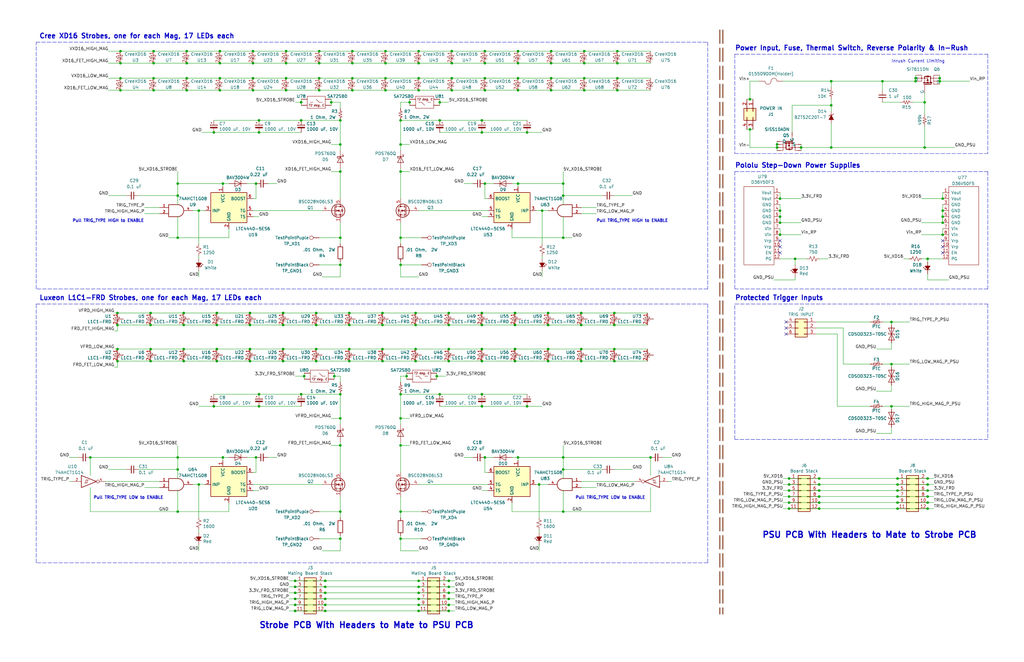
<source format=kicad_sch>
(kicad_sch (version 20211123) (generator eeschema)
  (paper "B")
  (title_block (rev "A") (company "Guatek"))
  (junction (at 168.91 100.33))
  (junction (at 175.26 152.4))
  (junction (at 147.32 152.4))
  (junction (at 391.16 209.55))
  (junction (at 92.71 26.67))
  (junction (at 176.53 255.27))
  (junction (at 63.5 137.16))
  (junction (at 389.89 62.23))
  (junction (at 227.33 204.47))
  (junction (at 260.35 21.59))
  (junction (at 137.16 252.73))
  (junction (at 119.38 137.16))
  (junction (at 49.53 137.16))
  (junction (at 176.53 250.19))
  (junction (at 237.49 100.33))
  (junction (at 204.47 21.59))
  (junction (at 218.44 33.02))
  (junction (at 217.17 147.32))
  (junction (at 345.44 212.09))
  (junction (at 148.59 21.59))
  (junction (at 375.92 153.67))
  (junction (at 90.17 171.45))
  (junction (at 316.23 41.91))
  (junction (at 328.93 99.06))
  (junction (at 375.92 135.89))
  (junction (at 274.32 193.04))
  (junction (at 74.93 77.47))
  (junction (at 50.8 26.67))
  (junction (at 137.16 250.19))
  (junction (at 143.51 60.96))
  (junction (at 168.91 50.8))
  (junction (at 140.97 158.75))
  (junction (at 148.59 26.67))
  (junction (at 391.16 207.01))
  (junction (at 386.08 34.29))
  (junction (at 218.44 26.67))
  (junction (at 189.23 247.65))
  (junction (at 74.93 82.55))
  (junction (at 332.74 201.93))
  (junction (at 105.41 137.16))
  (junction (at 63.5 132.08))
  (junction (at 83.82 204.47))
  (junction (at 109.22 55.88))
  (junction (at 391.16 212.09))
  (junction (at 245.11 147.32))
  (junction (at 189.23 132.08))
  (junction (at 106.68 33.02))
  (junction (at 231.14 152.4))
  (junction (at 204.47 26.67))
  (junction (at 106.68 38.1))
  (junction (at 161.29 152.4))
  (junction (at 92.71 38.1))
  (junction (at 397.51 88.9))
  (junction (at 77.47 132.08))
  (junction (at 119.38 132.08))
  (junction (at 337.82 62.23))
  (junction (at 372.11 34.29))
  (junction (at 203.2 171.45))
  (junction (at 49.53 147.32))
  (junction (at 105.41 147.32))
  (junction (at 90.17 55.88))
  (junction (at 237.49 193.04))
  (junction (at 218.44 193.04))
  (junction (at 391.16 109.22))
  (junction (at 137.16 245.11))
  (junction (at 378.46 204.47))
  (junction (at 168.91 227.33))
  (junction (at 162.56 33.02))
  (junction (at 168.91 215.9))
  (junction (at 396.24 34.29))
  (junction (at 124.46 257.81))
  (junction (at 217.17 137.16))
  (junction (at 316.23 54.61))
  (junction (at 105.41 132.08))
  (junction (at 134.62 33.02))
  (junction (at 143.51 72.39))
  (junction (at 185.42 50.8))
  (junction (at 38.1 193.04))
  (junction (at 63.5 152.4))
  (junction (at 189.23 147.32))
  (junction (at 237.49 82.55))
  (junction (at 328.93 91.44))
  (junction (at 246.38 33.02))
  (junction (at 176.53 257.81))
  (junction (at 218.44 77.47))
  (junction (at 378.46 207.01))
  (junction (at 378.46 201.93))
  (junction (at 328.93 83.82))
  (junction (at 120.65 33.02))
  (junction (at 232.41 21.59))
  (junction (at 246.38 26.67))
  (junction (at 50.8 21.59))
  (junction (at 259.08 147.32))
  (junction (at 232.41 26.67))
  (junction (at 176.53 33.02))
  (junction (at 143.51 100.33))
  (junction (at 93.98 193.04))
  (junction (at 175.26 137.16))
  (junction (at 203.2 132.08))
  (junction (at 91.44 152.4))
  (junction (at 143.51 176.53))
  (junction (at 78.74 33.02))
  (junction (at 260.35 26.67))
  (junction (at 78.74 38.1))
  (junction (at 49.53 152.4))
  (junction (at 148.59 33.02))
  (junction (at 203.2 166.37))
  (junction (at 185.42 43.18))
  (junction (at 232.41 33.02))
  (junction (at 189.23 252.73))
  (junction (at 120.65 38.1))
  (junction (at 397.51 99.06))
  (junction (at 134.62 21.59))
  (junction (at 168.91 166.37))
  (junction (at 139.7 43.18))
  (junction (at 143.51 50.8))
  (junction (at 245.11 152.4))
  (junction (at 345.44 207.01))
  (junction (at 328.93 88.9))
  (junction (at 168.91 111.76))
  (junction (at 148.59 38.1))
  (junction (at 168.91 72.39))
  (junction (at 327.66 60.96))
  (junction (at 137.16 257.81))
  (junction (at 222.25 55.88))
  (junction (at 389.89 43.18))
  (junction (at 391.16 204.47))
  (junction (at 91.44 147.32))
  (junction (at 185.42 166.37))
  (junction (at 128.27 158.75))
  (junction (at 137.16 255.27))
  (junction (at 124.46 245.11))
  (junction (at 105.41 152.4))
  (junction (at 127 50.8))
  (junction (at 397.51 91.44))
  (junction (at 176.53 38.1))
  (junction (at 218.44 38.1))
  (junction (at 350.52 62.23))
  (junction (at 143.51 166.37))
  (junction (at 120.65 26.67))
  (junction (at 391.16 201.93))
  (junction (at 246.38 21.59))
  (junction (at 50.8 33.02))
  (junction (at 345.44 204.47))
  (junction (at 189.23 255.27))
  (junction (at 203.2 152.4))
  (junction (at 49.53 132.08))
  (junction (at 161.29 132.08))
  (junction (at 78.74 21.59))
  (junction (at 147.32 132.08))
  (junction (at 74.93 215.9))
  (junction (at 259.08 152.4))
  (junction (at 161.29 147.32))
  (junction (at 93.98 77.47))
  (junction (at 64.77 26.67))
  (junction (at 204.47 33.02))
  (junction (at 50.8 38.1))
  (junction (at 345.44 201.93))
  (junction (at 109.22 166.37))
  (junction (at 237.49 198.12))
  (junction (at 74.93 198.12))
  (junction (at 350.52 34.29))
  (junction (at 332.74 212.09))
  (junction (at 332.74 207.01))
  (junction (at 91.44 137.16))
  (junction (at 77.47 137.16))
  (junction (at 375.92 171.45))
  (junction (at 64.77 21.59))
  (junction (at 245.11 132.08))
  (junction (at 143.51 111.76))
  (junction (at 133.35 147.32))
  (junction (at 222.25 171.45))
  (junction (at 124.46 252.73))
  (junction (at 397.51 93.98))
  (junction (at 203.2 55.88))
  (junction (at 189.23 257.81))
  (junction (at 332.74 214.63))
  (junction (at 162.56 21.59))
  (junction (at 231.14 132.08))
  (junction (at 64.77 33.02))
  (junction (at 168.91 60.96))
  (junction (at 345.44 214.63))
  (junction (at 391.16 214.63))
  (junction (at 168.91 187.96))
  (junction (at 78.74 26.67))
  (junction (at 232.41 38.1))
  (junction (at 345.44 209.55))
  (junction (at 107.95 77.47))
  (junction (at 176.53 21.59))
  (junction (at 386.08 33.02))
  (junction (at 64.77 38.1))
  (junction (at 189.23 245.11))
  (junction (at 74.93 193.04))
  (junction (at 378.46 214.63))
  (junction (at 162.56 38.1))
  (junction (at 350.52 44.45))
  (junction (at 189.23 152.4))
  (junction (at 204.47 38.1))
  (junction (at 259.08 137.16))
  (junction (at 133.35 152.4))
  (junction (at 134.62 38.1))
  (junction (at 162.56 26.67))
  (junction (at 143.51 215.9))
  (junction (at 134.62 26.67))
  (junction (at 189.23 137.16))
  (junction (at 378.46 212.09))
  (junction (at 396.24 33.02))
  (junction (at 74.93 100.33))
  (junction (at 228.6 88.9))
  (junction (at 119.38 147.32))
  (junction (at 119.38 152.4))
  (junction (at 231.14 137.16))
  (junction (at 172.72 43.18))
  (junction (at 133.35 132.08))
  (junction (at 92.71 21.59))
  (junction (at 83.82 88.9))
  (junction (at 378.46 209.55))
  (junction (at 237.49 215.9))
  (junction (at 124.46 247.65))
  (junction (at 335.28 109.22))
  (junction (at 106.68 26.67))
  (junction (at 107.95 193.04))
  (junction (at 161.29 137.16))
  (junction (at 127 43.18))
  (junction (at 176.53 26.67))
  (junction (at 109.22 50.8))
  (junction (at 124.46 250.19))
  (junction (at 217.17 132.08))
  (junction (at 231.14 147.32))
  (junction (at 237.49 77.47))
  (junction (at 168.91 176.53))
  (junction (at 190.5 26.67))
  (junction (at 147.32 147.32))
  (junction (at 143.51 227.33))
  (junction (at 106.68 21.59))
  (junction (at 189.23 250.19))
  (junction (at 204.47 193.04))
  (junction (at 63.5 147.32))
  (junction (at 109.22 171.45))
  (junction (at 332.74 204.47))
  (junction (at 259.08 132.08))
  (junction (at 190.5 38.1))
  (junction (at 203.2 147.32))
  (junction (at 245.11 137.16))
  (junction (at 217.17 152.4))
  (junction (at 203.2 50.8))
  (junction (at 133.35 137.16))
  (junction (at 147.32 137.16))
  (junction (at 175.26 132.08))
  (junction (at 77.47 147.32))
  (junction (at 143.51 187.96))
  (junction (at 176.53 247.65))
  (junction (at 176.53 245.11))
  (junction (at 124.46 255.27))
  (junction (at 260.35 33.02))
  (junction (at 77.47 152.4))
  (junction (at 176.53 252.73))
  (junction (at 190.5 33.02))
  (junction (at 175.26 147.32))
  (junction (at 327.66 62.23))
  (junction (at 184.15 158.75))
  (junction (at 120.65 21.59))
  (junction (at 246.38 38.1))
  (junction (at 218.44 21.59))
  (junction (at 397.51 83.82))
  (junction (at 92.71 33.02))
  (junction (at 203.2 137.16))
  (junction (at 171.45 158.75))
  (junction (at 328.93 93.98))
  (junction (at 127 166.37))
  (junction (at 91.44 132.08))
  (junction (at 190.5 21.59))
  (junction (at 332.74 209.55))
  (junction (at 137.16 247.65))
  (junction (at 260.35 38.1))
  (junction (at 204.47 77.47))
  (no_connect (at 397.51 104.14))
  (no_connect (at 331.47 138.43))
  (no_connect (at 328.93 101.6))
  (no_connect (at 331.47 135.89))
  (no_connect (at 397.51 101.6))
  (no_connect (at 397.51 106.68))
  (no_connect (at 328.93 104.14))
  (no_connect (at 331.47 140.97))
  (no_connect (at 328.93 106.68))
  (wire (pts (xy 383.54 109.22) (xy 381 109.22)))
  (wire (pts (xy 49.53 147.32) (xy 63.5 147.32)))
  (wire (pts (xy 143.51 227.33) (xy 143.51 232.41)))
  (wire (pts (xy 176.53 255.27) (xy 189.23 255.27)))
  (wire (pts (xy 168.91 232.41) (xy 176.53 232.41)))
  (wire (pts (xy 74.93 100.33) (xy 96.52 100.33)))
  (wire (pts (xy 30.48 203.2) (xy 29.21 203.2)))
  (wire (pts (xy 143.51 50.8) (xy 143.51 60.96)))
  (wire (pts (xy 222.25 171.45) (xy 203.2 171.45)))
  (wire (pts (xy 259.08 137.16) (xy 245.11 137.16)))
  (wire (pts (xy 345.44 204.47) (xy 378.46 204.47)))
  (wire (pts (xy 222.25 171.45) (xy 228.6 171.45)))
  (wire (pts (xy 260.35 38.1) (xy 246.38 38.1)))
  (wire (pts (xy 228.6 88.9) (xy 226.06 88.9)))
  (wire (pts (xy 106.68 204.47) (xy 135.89 204.47)))
  (wire (pts (xy 375.92 180.34) (xy 375.92 182.88)))
  (wire (pts (xy 375.92 144.78) (xy 375.92 147.32)))
  (wire (pts (xy 273.05 152.4) (xy 259.08 152.4)))
  (wire (pts (xy 204.47 77.47) (xy 204.47 83.82)))
  (wire (pts (xy 345.44 109.22) (xy 349.25 109.22)))
  (wire (pts (xy 63.5 147.32) (xy 77.47 147.32)))
  (wire (pts (xy 143.51 226.06) (xy 143.51 227.33)))
  (wire (pts (xy 330.2 212.09) (xy 332.74 212.09)))
  (wire (pts (xy 396.24 34.29) (xy 408.94 34.29)))
  (wire (pts (xy 176.53 252.73) (xy 189.23 252.73)))
  (wire (pts (xy 77.47 152.4) (xy 91.44 152.4)))
  (wire (pts (xy 203.2 147.32) (xy 217.17 147.32)))
  (wire (pts (xy 274.32 38.1) (xy 260.35 38.1)))
  (wire (pts (xy 172.72 43.18) (xy 172.72 44.45)))
  (wire (pts (xy 77.47 137.16) (xy 63.5 137.16)))
  (wire (pts (xy 245.11 205.74) (xy 251.46 205.74)))
  (wire (pts (xy 353.06 171.45) (xy 367.03 171.45)))
  (wire (pts (xy 120.65 21.59) (xy 134.62 21.59)))
  (wire (pts (xy 74.93 215.9) (xy 96.52 215.9)))
  (wire (pts (xy 121.92 252.73) (xy 124.46 252.73)))
  (wire (pts (xy 137.16 250.19) (xy 176.53 250.19)))
  (wire (pts (xy 205.74 204.47) (xy 176.53 204.47)))
  (wire (pts (xy 184.15 157.48) (xy 184.15 158.75)))
  (wire (pts (xy 134.62 215.9) (xy 143.51 215.9)))
  (wire (pts (xy 204.47 21.59) (xy 218.44 21.59)))
  (wire (pts (xy 64.77 33.02) (xy 78.74 33.02)))
  (wire (pts (xy 375.92 153.67) (xy 383.54 153.67)))
  (wire (pts (xy 332.74 204.47) (xy 330.2 204.47)))
  (wire (pts (xy 74.93 72.39) (xy 74.93 77.47)))
  (wire (pts (xy 92.71 33.02) (xy 106.68 33.02)))
  (wire (pts (xy 330.2 207.01) (xy 332.74 207.01)))
  (wire (pts (xy 134.62 227.33) (xy 143.51 227.33)))
  (wire (pts (xy 91.44 147.32) (xy 105.41 147.32)))
  (wire (pts (xy 121.92 245.11) (xy 124.46 245.11)))
  (wire (pts (xy 78.74 21.59) (xy 92.71 21.59)))
  (wire (pts (xy 337.82 62.23) (xy 350.52 62.23)))
  (wire (pts (xy 231.14 88.9) (xy 228.6 88.9)))
  (wire (pts (xy 335.28 116.84) (xy 335.28 118.11)))
  (wire (pts (xy 139.7 187.96) (xy 143.51 187.96)))
  (wire (pts (xy 168.91 158.75) (xy 171.45 158.75)))
  (wire (pts (xy 133.35 137.16) (xy 119.38 137.16)))
  (wire (pts (xy 106.68 26.67) (xy 92.71 26.67)))
  (wire (pts (xy 168.91 218.44) (xy 168.91 215.9)))
  (wire (pts (xy 330.2 34.29) (xy 350.52 34.29)))
  (wire (pts (xy 328.93 91.44) (xy 328.93 93.98)))
  (wire (pts (xy 63.5 132.08) (xy 77.47 132.08)))
  (wire (pts (xy 199.39 77.47) (xy 195.58 77.47)))
  (wire (pts (xy 172.72 41.91) (xy 172.72 43.18)))
  (wire (pts (xy 120.65 33.02) (xy 134.62 33.02)))
  (wire (pts (xy 332.74 201.93) (xy 345.44 201.93)))
  (wire (pts (xy 337.82 99.06) (xy 328.93 99.06)))
  (wire (pts (xy 190.5 21.59) (xy 204.47 21.59)))
  (wire (pts (xy 49.53 147.32) (xy 48.26 147.32)))
  (wire (pts (xy 77.47 137.16) (xy 91.44 137.16)))
  (wire (pts (xy 237.49 193.04) (xy 237.49 198.12)))
  (wire (pts (xy 64.77 26.67) (xy 50.8 26.67)))
  (wire (pts (xy 162.56 33.02) (xy 176.53 33.02)))
  (wire (pts (xy 77.47 152.4) (xy 63.5 152.4)))
  (wire (pts (xy 189.23 147.32) (xy 203.2 147.32)))
  (wire (pts (xy 83.82 171.45) (xy 90.17 171.45)))
  (wire (pts (xy 139.7 176.53) (xy 143.51 176.53)))
  (wire (pts (xy 124.46 247.65) (xy 137.16 247.65)))
  (wire (pts (xy 106.68 91.44) (xy 109.22 91.44)))
  (polyline (pts (xy 298.45 17.78) (xy 298.45 121.92)))
  (wire (pts (xy 375.92 154.94) (xy 375.92 153.67)))
  (wire (pts (xy 189.23 255.27) (xy 191.77 255.27)))
  (wire (pts (xy 171.45 158.75) (xy 171.45 160.02)))
  (wire (pts (xy 161.29 152.4) (xy 147.32 152.4)))
  (wire (pts (xy 231.14 152.4) (xy 217.17 152.4)))
  (wire (pts (xy 218.44 78.74) (xy 218.44 77.47)))
  (wire (pts (xy 93.98 78.74) (xy 93.98 77.47)))
  (wire (pts (xy 335.28 109.22) (xy 328.93 109.22)))
  (wire (pts (xy 389.89 43.18) (xy 389.89 48.26)))
  (wire (pts (xy 77.47 132.08) (xy 91.44 132.08)))
  (wire (pts (xy 168.91 116.84) (xy 176.53 116.84)))
  (wire (pts (xy 120.65 38.1) (xy 106.68 38.1)))
  (wire (pts (xy 168.91 209.55) (xy 168.91 215.9)))
  (polyline (pts (xy 309.88 22.86) (xy 416.56 22.86)))
  (wire (pts (xy 189.23 252.73) (xy 191.77 252.73)))
  (wire (pts (xy 332.74 207.01) (xy 345.44 207.01)))
  (wire (pts (xy 63.5 137.16) (xy 49.53 137.16)))
  (wire (pts (xy 143.51 176.53) (xy 143.51 179.07)))
  (wire (pts (xy 162.56 33.02) (xy 148.59 33.02)))
  (wire (pts (xy 93.98 194.31) (xy 93.98 193.04)))
  (wire (pts (xy 176.53 257.81) (xy 189.23 257.81)))
  (wire (pts (xy 143.51 111.76) (xy 143.51 116.84)))
  (wire (pts (xy 106.68 38.1) (xy 92.71 38.1)))
  (wire (pts (xy 375.92 171.45) (xy 383.54 171.45)))
  (wire (pts (xy 237.49 91.44) (xy 237.49 100.33)))
  (wire (pts (xy 140.97 158.75) (xy 140.97 160.02)))
  (wire (pts (xy 344.17 138.43) (xy 355.6 138.43)))
  (wire (pts (xy 185.42 166.37) (xy 168.91 166.37)))
  (wire (pts (xy 273.05 137.16) (xy 259.08 137.16)))
  (wire (pts (xy 162.56 21.59) (xy 148.59 21.59)))
  (wire (pts (xy 176.53 245.11) (xy 189.23 245.11)))
  (wire (pts (xy 49.53 132.08) (xy 48.26 132.08)))
  (wire (pts (xy 171.45 158.75) (xy 171.45 157.48)))
  (wire (pts (xy 391.16 115.57) (xy 391.16 118.11)))
  (wire (pts (xy 45.72 26.67) (xy 50.8 26.67)))
  (wire (pts (xy 332.74 204.47) (xy 345.44 204.47)))
  (wire (pts (xy 147.32 132.08) (xy 161.29 132.08)))
  (wire (pts (xy 168.91 93.98) (xy 168.91 100.33)))
  (wire (pts (xy 134.62 26.67) (xy 120.65 26.67)))
  (wire (pts (xy 345.44 207.01) (xy 378.46 207.01)))
  (wire (pts (xy 83.82 88.9) (xy 86.36 88.9)))
  (wire (pts (xy 161.29 147.32) (xy 175.26 147.32)))
  (wire (pts (xy 143.51 72.39) (xy 143.51 83.82)))
  (wire (pts (xy 391.16 209.55) (xy 393.7 209.55)))
  (wire (pts (xy 143.51 93.98) (xy 143.51 100.33)))
  (wire (pts (xy 369.57 182.88) (xy 375.92 182.88)))
  (wire (pts (xy 316.23 62.23) (xy 327.66 62.23)))
  (wire (pts (xy 134.62 38.1) (xy 120.65 38.1)))
  (wire (pts (xy 218.44 26.67) (xy 232.41 26.67)))
  (wire (pts (xy 231.14 132.08) (xy 245.11 132.08)))
  (wire (pts (xy 143.51 110.49) (xy 143.51 111.76)))
  (wire (pts (xy 162.56 26.67) (xy 148.59 26.67)))
  (wire (pts (xy 378.46 209.55) (xy 391.16 209.55)))
  (wire (pts (xy 372.11 43.18) (xy 379.73 43.18)))
  (wire (pts (xy 38.1 215.9) (xy 74.93 215.9)))
  (wire (pts (xy 127 55.88) (xy 109.22 55.88)))
  (wire (pts (xy 168.91 43.18) (xy 172.72 43.18)))
  (wire (pts (xy 50.8 21.59) (xy 64.77 21.59)))
  (wire (pts (xy 49.53 137.16) (xy 49.53 139.7)))
  (wire (pts (xy 397.51 88.9) (xy 397.51 91.44)))
  (wire (pts (xy 134.62 100.33) (xy 143.51 100.33)))
  (wire (pts (xy 147.32 152.4) (xy 133.35 152.4)))
  (wire (pts (xy 107.95 199.39) (xy 106.68 199.39)))
  (wire (pts (xy 147.32 137.16) (xy 133.35 137.16)))
  (wire (pts (xy 176.53 26.67) (xy 162.56 26.67)))
  (wire (pts (xy 168.91 102.87) (xy 168.91 100.33)))
  (wire (pts (xy 104.14 77.47) (xy 107.95 77.47)))
  (wire (pts (xy 237.49 215.9) (xy 274.32 215.9)))
  (polyline (pts (xy 416.56 22.86) (xy 416.56 64.77)))
  (wire (pts (xy 74.93 198.12) (xy 58.42 198.12)))
  (wire (pts (xy 350.52 34.29) (xy 372.11 34.29)))
  (wire (pts (xy 391.16 204.47) (xy 393.7 204.47)))
  (wire (pts (xy 105.41 147.32) (xy 119.38 147.32)))
  (wire (pts (xy 124.46 245.11) (xy 137.16 245.11)))
  (wire (pts (xy 217.17 152.4) (xy 203.2 152.4)))
  (wire (pts (xy 83.82 229.87) (xy 83.82 232.41)))
  (wire (pts (xy 391.16 109.22) (xy 397.51 109.22)))
  (wire (pts (xy 143.51 166.37) (xy 143.51 176.53)))
  (wire (pts (xy 185.42 43.18) (xy 185.42 44.45)))
  (wire (pts (xy 168.91 187.96) (xy 168.91 199.39)))
  (wire (pts (xy 168.91 72.39) (xy 168.91 83.82)))
  (wire (pts (xy 128.27 157.48) (xy 128.27 158.75)))
  (wire (pts (xy 237.49 215.9) (xy 215.9 215.9)))
  (polyline (pts (xy 15.24 17.78) (xy 298.45 17.78)))
  (wire (pts (xy 328.93 86.36) (xy 328.93 88.9)))
  (wire (pts (xy 259.08 132.08) (xy 273.05 132.08)))
  (wire (pts (xy 74.93 207.01) (xy 74.93 215.9)))
  (wire (pts (xy 137.16 247.65) (xy 176.53 247.65)))
  (wire (pts (xy 388.62 99.06) (xy 397.51 99.06)))
  (wire (pts (xy 124.46 43.18) (xy 127 43.18)))
  (polyline (pts (xy 298.45 121.92) (xy 15.24 121.92)))
  (wire (pts (xy 172.72 176.53) (xy 168.91 176.53)))
  (wire (pts (xy 396.24 31.75) (xy 396.24 33.02)))
  (wire (pts (xy 355.6 153.67) (xy 367.03 153.67)))
  (wire (pts (xy 327.66 59.69) (xy 327.66 60.96)))
  (wire (pts (xy 369.57 147.32) (xy 375.92 147.32)))
  (wire (pts (xy 237.49 72.39) (xy 237.49 77.47)))
  (polyline (pts (xy 309.88 128.27) (xy 416.56 128.27)))
  (wire (pts (xy 389.89 62.23) (xy 402.59 62.23)))
  (wire (pts (xy 388.62 93.98) (xy 397.51 93.98)))
  (polyline (pts (xy 309.88 72.39) (xy 416.56 72.39)))
  (wire (pts (xy 143.51 60.96) (xy 143.51 63.5)))
  (wire (pts (xy 259.08 82.55) (xy 266.7 82.55)))
  (wire (pts (xy 384.81 43.18) (xy 389.89 43.18)))
  (wire (pts (xy 189.23 257.81) (xy 191.77 257.81)))
  (wire (pts (xy 204.47 33.02) (xy 218.44 33.02)))
  (wire (pts (xy 391.16 214.63) (xy 393.7 214.63)))
  (wire (pts (xy 350.52 36.83) (xy 350.52 34.29)))
  (wire (pts (xy 127 43.18) (xy 127 44.45)))
  (wire (pts (xy 53.34 198.12) (xy 45.72 198.12)))
  (wire (pts (xy 77.47 147.32) (xy 91.44 147.32)))
  (wire (pts (xy 74.93 91.44) (xy 74.93 100.33)))
  (wire (pts (xy 137.16 255.27) (xy 176.53 255.27)))
  (wire (pts (xy 105.41 137.16) (xy 91.44 137.16)))
  (wire (pts (xy 388.62 83.82) (xy 397.51 83.82)))
  (wire (pts (xy 185.42 43.18) (xy 185.42 41.91)))
  (wire (pts (xy 187.96 158.75) (xy 184.15 158.75)))
  (wire (pts (xy 344.17 140.97) (xy 353.06 140.97)))
  (polyline (pts (xy 298.45 237.49) (xy 15.24 237.49)))
  (wire (pts (xy 283.21 203.2) (xy 281.94 203.2)))
  (wire (pts (xy 205.74 88.9) (xy 176.53 88.9)))
  (wire (pts (xy 279.4 193.04) (xy 283.21 193.04)))
  (wire (pts (xy 175.26 152.4) (xy 161.29 152.4)))
  (wire (pts (xy 91.44 132.08) (xy 105.41 132.08)))
  (wire (pts (xy 316.23 54.61) (xy 316.23 62.23)))
  (polyline (pts (xy 304.8 12.7) (xy 304.8 259.08)) (stroke (width 0.508) (color 151 92 68 1)))
  (wire (pts (xy 328.93 93.98) (xy 337.82 93.98)))
  (wire (pts (xy 93.98 77.47) (xy 74.93 77.47)))
  (wire (pts (xy 128.27 158.75) (xy 128.27 160.02)))
  (wire (pts (xy 168.91 227.33) (xy 168.91 232.41)))
  (wire (pts (xy 168.91 176.53) (xy 168.91 179.07)))
  (wire (pts (xy 353.06 140.97) (xy 353.06 171.45)))
  (wire (pts (xy 245.11 137.16) (xy 231.14 137.16)))
  (wire (pts (xy 218.44 38.1) (xy 232.41 38.1)))
  (wire (pts (xy 45.72 38.1) (xy 50.8 38.1)))
  (wire (pts (xy 332.74 212.09) (xy 345.44 212.09)))
  (wire (pts (xy 168.91 111.76) (xy 168.91 116.84)))
  (wire (pts (xy 208.28 77.47) (xy 204.47 77.47)))
  (wire (pts (xy 274.32 193.04) (xy 237.49 193.04)))
  (wire (pts (xy 38.1 200.66) (xy 38.1 193.04)))
  (wire (pts (xy 83.82 88.9) (xy 83.82 102.87)))
  (wire (pts (xy 96.52 212.09) (xy 96.52 215.9)))
  (wire (pts (xy 109.22 50.8) (xy 127 50.8)))
  (wire (pts (xy 245.11 132.08) (xy 259.08 132.08)))
  (wire (pts (xy 168.91 186.69) (xy 168.91 187.96)))
  (polyline (pts (xy 298.45 128.27) (xy 298.45 237.49)))
  (wire (pts (xy 81.28 88.9) (xy 83.82 88.9)))
  (wire (pts (xy 175.26 147.32) (xy 189.23 147.32)))
  (wire (pts (xy 133.35 132.08) (xy 147.32 132.08)))
  (wire (pts (xy 124.46 257.81) (xy 137.16 257.81)))
  (wire (pts (xy 375.92 137.16) (xy 375.92 135.89)))
  (wire (pts (xy 93.98 77.47) (xy 96.52 77.47)))
  (wire (pts (xy 74.93 82.55) (xy 58.42 82.55)))
  (polyline (pts (xy 309.88 22.86) (xy 309.88 64.77)))
  (wire (pts (xy 203.2 152.4) (xy 189.23 152.4)))
  (wire (pts (xy 185.42 171.45) (xy 203.2 171.45)))
  (wire (pts (xy 204.47 193.04) (xy 204.47 199.39)))
  (wire (pts (xy 168.91 45.72) (xy 168.91 43.18)))
  (wire (pts (xy 143.51 218.44) (xy 143.51 215.9)))
  (wire (pts (xy 396.24 33.02) (xy 396.24 34.29)))
  (wire (pts (xy 139.7 72.39) (xy 143.51 72.39)))
  (wire (pts (xy 168.91 226.06) (xy 168.91 227.33)))
  (wire (pts (xy 106.68 88.9) (xy 135.89 88.9)))
  (wire (pts (xy 139.7 60.96) (xy 143.51 60.96)))
  (wire (pts (xy 397.51 96.52) (xy 397.51 99.06)))
  (wire (pts (xy 327.66 60.96) (xy 327.66 62.23)))
  (wire (pts (xy 175.26 137.16) (xy 161.29 137.16)))
  (wire (pts (xy 64.77 38.1) (xy 50.8 38.1)))
  (wire (pts (xy 350.52 44.45) (xy 350.52 41.91)))
  (wire (pts (xy 74.93 82.55) (xy 74.93 86.36)))
  (wire (pts (xy 274.32 26.67) (xy 260.35 26.67)))
  (wire (pts (xy 218.44 193.04) (xy 215.9 193.04)))
  (wire (pts (xy 391.16 207.01) (xy 393.7 207.01)))
  (wire (pts (xy 350.52 52.07) (xy 350.52 62.23)))
  (wire (pts (xy 124.46 252.73) (xy 137.16 252.73)))
  (wire (pts (xy 317.5 54.61) (xy 316.23 54.61)))
  (wire (pts (xy 121.92 257.81) (xy 124.46 257.81)))
  (wire (pts (xy 330.2 201.93) (xy 332.74 201.93)))
  (wire (pts (xy 237.49 198.12) (xy 237.49 201.93)))
  (wire (pts (xy 49.53 139.7) (xy 48.26 139.7)))
  (wire (pts (xy 345.44 214.63) (xy 378.46 214.63)))
  (wire (pts (xy 64.77 21.59) (xy 78.74 21.59)))
  (wire (pts (xy 391.16 118.11) (xy 400.05 118.11)))
  (wire (pts (xy 176.53 250.19) (xy 189.23 250.19)))
  (wire (pts (xy 203.2 132.08) (xy 217.17 132.08)))
  (wire (pts (xy 237.49 82.55) (xy 237.49 86.36)))
  (wire (pts (xy 90.17 171.45) (xy 109.22 171.45)))
  (wire (pts (xy 172.72 60.96) (xy 168.91 60.96)))
  (wire (pts (xy 119.38 132.08) (xy 133.35 132.08)))
  (wire (pts (xy 185.42 55.88) (xy 203.2 55.88)))
  (wire (pts (xy 189.23 137.16) (xy 175.26 137.16)))
  (wire (pts (xy 350.52 44.45) (xy 334.01 44.45)))
  (wire (pts (xy 190.5 38.1) (xy 176.53 38.1)))
  (wire (pts (xy 90.17 166.37) (xy 109.22 166.37)))
  (wire (pts (xy 33.02 193.04) (xy 29.21 193.04)))
  (wire (pts (xy 189.23 247.65) (xy 191.77 247.65)))
  (polyline (pts (xy 309.88 64.77) (xy 416.56 64.77)))
  (wire (pts (xy 92.71 21.59) (xy 106.68 21.59)))
  (wire (pts (xy 143.51 102.87) (xy 143.51 100.33)))
  (wire (pts (xy 177.8 111.76) (xy 168.91 111.76)))
  (wire (pts (xy 143.51 187.96) (xy 143.51 199.39)))
  (wire (pts (xy 83.82 204.47) (xy 86.36 204.47)))
  (wire (pts (xy 189.23 250.19) (xy 191.77 250.19)))
  (wire (pts (xy 119.38 152.4) (xy 105.41 152.4)))
  (wire (pts (xy 176.53 33.02) (xy 190.5 33.02)))
  (wire (pts (xy 203.2 137.16) (xy 189.23 137.16)))
  (wire (pts (xy 92.71 26.67) (xy 78.74 26.67)))
  (wire (pts (xy 237.49 77.47) (xy 237.49 82.55)))
  (wire (pts (xy 53.34 82.55) (xy 45.72 82.55)))
  (wire (pts (xy 215.9 96.52) (xy 215.9 100.33)))
  (wire (pts (xy 93.98 193.04) (xy 74.93 193.04)))
  (wire (pts (xy 45.72 33.02) (xy 50.8 33.02)))
  (wire (pts (xy 176.53 21.59) (xy 190.5 21.59)))
  (wire (pts (xy 274.32 200.66) (xy 274.32 193.04)))
  (wire (pts (xy 320.04 34.29) (xy 316.23 34.29)))
  (wire (pts (xy 355.6 138.43) (xy 355.6 153.67)))
  (wire (pts (xy 350.52 62.23) (xy 389.89 62.23)))
  (wire (pts (xy 231.14 147.32) (xy 245.11 147.32)))
  (wire (pts (xy 49.53 132.08) (xy 63.5 132.08)))
  (wire (pts (xy 232.41 21.59) (xy 246.38 21.59)))
  (wire (pts (xy 105.41 152.4) (xy 91.44 152.4)))
  (wire (pts (xy 393.7 212.09) (xy 391.16 212.09)))
  (wire (pts (xy 78.74 26.67) (xy 64.77 26.67)))
  (wire (pts (xy 332.74 214.63) (xy 345.44 214.63)))
  (polyline (pts (xy 309.88 185.42) (xy 309.88 128.27)))
  (wire (pts (xy 232.41 33.02) (xy 246.38 33.02)))
  (wire (pts (xy 172.72 72.39) (xy 168.91 72.39)))
  (polyline (pts (xy 15.24 237.49) (xy 15.24 128.27)))
  (polyline (pts (xy 416.56 121.92) (xy 309.88 121.92)))
  (wire (pts (xy 317.5 41.91) (xy 316.23 41.91)))
  (wire (pts (xy 124.46 255.27) (xy 137.16 255.27)))
  (wire (pts (xy 391.16 201.93) (xy 393.7 201.93)))
  (wire (pts (xy 105.41 132.08) (xy 119.38 132.08)))
  (wire (pts (xy 227.33 204.47) (xy 226.06 204.47)))
  (wire (pts (xy 237.49 198.12) (xy 254 198.12)))
  (wire (pts (xy 148.59 26.67) (xy 134.62 26.67)))
  (wire (pts (xy 127 41.91) (xy 127 43.18)))
  (wire (pts (xy 63.5 152.4) (xy 49.53 152.4)))
  (wire (pts (xy 218.44 33.02) (xy 232.41 33.02)))
  (wire (pts (xy 127 171.45) (xy 109.22 171.45)))
  (wire (pts (xy 388.62 109.22) (xy 391.16 109.22)))
  (polyline (pts (xy 303.53 12.7) (xy 303.53 259.08)) (stroke (width 0.508) (color 151 92 68 1)))
  (wire (pts (xy 199.39 193.04) (xy 195.58 193.04)))
  (wire (pts (xy 175.26 132.08) (xy 189.23 132.08)))
  (wire (pts (xy 397.51 81.28) (xy 397.51 83.82)))
  (wire (pts (xy 222.25 55.88) (xy 228.6 55.88)))
  (wire (pts (xy 49.53 152.4) (xy 49.53 154.94)))
  (wire (pts (xy 328.93 81.28) (xy 328.93 83.82)))
  (wire (pts (xy 345.44 212.09) (xy 378.46 212.09)))
  (wire (pts (xy 168.91 71.12) (xy 168.91 72.39)))
  (wire (pts (xy 397.51 86.36) (xy 397.51 88.9)))
  (wire (pts (xy 335.28 111.76) (xy 335.28 109.22)))
  (wire (pts (xy 375.92 172.72) (xy 375.92 171.45)))
  (wire (pts (xy 378.46 212.09) (xy 391.16 212.09)))
  (wire (pts (xy 168.91 161.29) (xy 168.91 158.75)))
  (wire (pts (xy 316.23 41.91) (xy 314.96 41.91)))
  (wire (pts (xy 345.44 209.55) (xy 378.46 209.55)))
  (wire (pts (xy 231.14 204.47) (xy 227.33 204.47)))
  (wire (pts (xy 113.03 77.47) (xy 116.84 77.47)))
  (polyline (pts (xy 15.24 128.27) (xy 298.45 128.27)))
  (wire (pts (xy 50.8 33.02) (xy 64.77 33.02)))
  (wire (pts (xy 119.38 137.16) (xy 105.41 137.16)))
  (wire (pts (xy 378.46 214.63) (xy 391.16 214.63)))
  (wire (pts (xy 316.23 41.91) (xy 316.23 34.29)))
  (wire (pts (xy 161.29 132.08) (xy 175.26 132.08)))
  (wire (pts (xy 148.59 38.1) (xy 134.62 38.1)))
  (wire (pts (xy 67.31 205.74) (xy 60.96 205.74)))
  (wire (pts (xy 83.82 218.44) (xy 83.82 204.47)))
  (wire (pts (xy 119.38 147.32) (xy 133.35 147.32)))
  (wire (pts (xy 133.35 152.4) (xy 119.38 152.4)))
  (wire (pts (xy 245.11 90.17) (xy 251.46 90.17)))
  (wire (pts (xy 168.91 110.49) (xy 168.91 111.76)))
  (wire (pts (xy 124.46 158.75) (xy 128.27 158.75)))
  (wire (pts (xy 71.12 100.33) (xy 74.93 100.33)))
  (wire (pts (xy 227.33 229.87) (xy 227.33 232.41)))
  (wire (pts (xy 372.11 153.67) (xy 375.92 153.67)))
  (wire (pts (xy 107.95 193.04) (xy 107.95 199.39)))
  (wire (pts (xy 246.38 21.59) (xy 260.35 21.59)))
  (polyline (pts (xy 416.56 128.27) (xy 416.56 185.42)))
  (wire (pts (xy 60.96 87.63) (xy 67.31 87.63)))
  (wire (pts (xy 372.11 135.89) (xy 375.92 135.89)))
  (wire (pts (xy 143.51 158.75) (xy 143.51 161.29)))
  (wire (pts (xy 96.52 96.52) (xy 96.52 100.33)))
  (wire (pts (xy 109.22 166.37) (xy 127 166.37)))
  (wire (pts (xy 203.2 166.37) (xy 185.42 166.37)))
  (wire (pts (xy 161.29 137.16) (xy 147.32 137.16)))
  (wire (pts (xy 218.44 194.31) (xy 218.44 193.04)))
  (wire (pts (xy 217.17 137.16) (xy 203.2 137.16)))
  (wire (pts (xy 176.53 38.1) (xy 162.56 38.1)))
  (wire (pts (xy 205.74 207.01) (xy 203.2 207.01)))
  (wire (pts (xy 218.44 77.47) (xy 215.9 77.47)))
  (wire (pts (xy 237.49 82.55) (xy 254 82.55)))
  (wire (pts (xy 83.82 107.95) (xy 83.82 109.22)))
  (wire (pts (xy 237.49 187.96) (xy 237.49 193.04)))
  (wire (pts (xy 372.11 34.29) (xy 372.11 38.1)))
  (wire (pts (xy 74.93 193.04) (xy 74.93 198.12)))
  (wire (pts (xy 38.1 205.74) (xy 38.1 215.9)))
  (wire (pts (xy 140.97 157.48) (xy 140.97 158.75)))
  (wire (pts (xy 134.62 33.02) (xy 148.59 33.02)))
  (wire (pts (xy 203.2 50.8) (xy 185.42 50.8)))
  (wire (pts (xy 372.11 34.29) (xy 386.08 34.29)))
  (wire (pts (xy 137.16 252.73) (xy 176.53 252.73)))
  (wire (pts (xy 327.66 63.5) (xy 327.66 62.23)))
  (wire (pts (xy 245.11 152.4) (xy 231.14 152.4)))
  (wire (pts (xy 121.92 247.65) (xy 124.46 247.65)))
  (wire (pts (xy 228.6 107.95) (xy 228.6 109.22)))
  (wire (pts (xy 90.17 55.88) (xy 85.09 55.88)))
  (polyline (pts (xy 416.56 72.39) (xy 416.56 121.92)))
  (wire (pts (xy 113.03 193.04) (xy 116.84 193.04)))
  (wire (pts (xy 176.53 247.65) (xy 189.23 247.65)))
  (wire (pts (xy 337.82 83.82) (xy 328.93 83.82)))
  (wire (pts (xy 172.72 187.96) (xy 168.91 187.96)))
  (wire (pts (xy 74.93 187.96) (xy 74.93 193.04)))
  (wire (pts (xy 245.11 203.2) (xy 267.97 203.2)))
  (wire (pts (xy 386.08 33.02) (xy 386.08 31.75)))
  (wire (pts (xy 133.35 147.32) (xy 147.32 147.32)))
  (wire (pts (xy 332.74 209.55) (xy 345.44 209.55)))
  (wire (pts (xy 217.17 132.08) (xy 231.14 132.08)))
  (wire (pts (xy 259.08 152.4) (xy 245.11 152.4)))
  (wire (pts (xy 139.7 41.91) (xy 139.7 43.18)))
  (wire (pts (xy 218.44 38.1) (xy 204.47 38.1)))
  (wire (pts (xy 227.33 224.79) (xy 227.33 223.52)))
  (wire (pts (xy 127 50.8) (xy 143.51 50.8)))
  (wire (pts (xy 189.23 152.4) (xy 175.26 152.4)))
  (wire (pts (xy 143.51 186.69) (xy 143.51 187.96)))
  (wire (pts (xy 74.93 193.04) (xy 38.1 193.04)))
  (wire (pts (xy 389.89 39.37) (xy 389.89 43.18)))
  (wire (pts (xy 90.17 55.88) (xy 109.22 55.88)))
  (wire (pts (xy 121.92 250.19) (xy 124.46 250.19)))
  (wire (pts (xy 274.32 205.74) (xy 274.32 215.9)))
  (wire (pts (xy 190.5 26.67) (xy 176.53 26.67)))
  (wire (pts (xy 44.45 203.2) (xy 67.31 203.2)))
  (wire (pts (xy 204.47 26.67) (xy 190.5 26.67)))
  (wire (pts (xy 120.65 26.67) (xy 106.68 26.67)))
  (wire (pts (xy 375.92 162.56) (xy 375.92 165.1)))
  (wire (pts (xy 93.98 193.04) (xy 96.52 193.04)))
  (wire (pts (xy 177.8 100.33) (xy 168.91 100.33)))
  (wire (pts (xy 168.91 50.8) (xy 168.91 60.96)))
  (wire (pts (xy 204.47 199.39) (xy 205.74 199.39)))
  (wire (pts (xy 184.15 158.75) (xy 184.15 160.02)))
  (wire (pts (xy 189.23 245.11) (xy 191.77 245.11)))
  (wire (pts (xy 332.74 209.55) (xy 330.2 209.55)))
  (wire (pts (xy 143.51 43.18) (xy 143.51 45.72)))
  (wire (pts (xy 227.33 218.44) (xy 227.33 204.47)))
  (wire (pts (xy 378.46 207.01) (xy 391.16 207.01)))
  (polyline (pts (xy 309.88 121.92) (xy 309.88 72.39)))
  (wire (pts (xy 162.56 21.59) (xy 176.53 21.59)))
  (wire (pts (xy 106.68 207.01) (xy 109.22 207.01)))
  (wire (pts (xy 106.68 21.59) (xy 120.65 21.59)))
  (wire (pts (xy 218.44 26.67) (xy 204.47 26.67)))
  (wire (pts (xy 139.7 43.18) (xy 139.7 44.45)))
  (wire (pts (xy 168.91 60.96) (xy 168.91 63.5)))
  (wire (pts (xy 205.74 91.44) (xy 203.2 91.44)))
  (wire (pts (xy 316.23 54.61) (xy 314.96 54.61)))
  (wire (pts (xy 391.16 109.22) (xy 391.16 110.49)))
  (wire (pts (xy 143.51 71.12) (xy 143.51 72.39)))
  (wire (pts (xy 83.82 114.3) (xy 83.82 116.84)))
  (wire (pts (xy 190.5 33.02) (xy 204.47 33.02)))
  (wire (pts (xy 397.51 91.44) (xy 397.51 93.98)))
  (wire (pts (xy 139.7 43.18) (xy 143.51 43.18)))
  (wire (pts (xy 74.93 198.12) (xy 74.93 201.93)))
  (wire (pts (xy 189.23 132.08) (xy 203.2 132.08)))
  (wire (pts (xy 246.38 33.02) (xy 260.35 33.02)))
  (wire (pts (xy 378.46 201.93) (xy 391.16 201.93)))
  (wire (pts (xy 106.68 33.02) (xy 120.65 33.02)))
  (wire (pts (xy 335.28 118.11) (xy 326.39 118.11)))
  (wire (pts (xy 375.92 135.89) (xy 383.54 135.89)))
  (wire (pts (xy 218.44 77.47) (xy 237.49 77.47)))
  (wire (pts (xy 168.91 166.37) (xy 168.91 176.53)))
  (wire (pts (xy 74.93 77.47) (xy 74.93 82.55)))
  (wire (pts (xy 204.47 38.1) (xy 190.5 38.1)))
  (wire (pts (xy 334.01 44.45) (xy 334.01 55.88)))
  (wire (pts (xy 372.11 171.45) (xy 375.92 171.45)))
  (wire (pts (xy 78.74 38.1) (xy 64.77 38.1)))
  (wire (pts (xy 396.24 34.29) (xy 396.24 35.56)))
  (wire (pts (xy 143.51 209.55) (xy 143.51 215.9)))
  (wire (pts (xy 340.36 109.22) (xy 335.28 109.22)))
  (wire (pts (xy 107.95 83.82) (xy 106.68 83.82)))
  (wire (pts (xy 246.38 26.67) (xy 232.41 26.67)))
  (wire (pts (xy 78.74 33.02) (xy 92.71 33.02)))
  (wire (pts (xy 45.72 21.59) (xy 50.8 21.59)))
  (wire (pts (xy 121.92 255.27) (xy 124.46 255.27)))
  (wire (pts (xy 81.28 204.47) (xy 83.82 204.47)))
  (wire (pts (xy 259.08 147.32) (xy 273.05 147.32)))
  (wire (pts (xy 49.53 154.94) (xy 48.26 154.94)))
  (wire (pts (xy 259.08 198.12) (xy 266.7 198.12)))
  (wire (pts (xy 328.93 96.52) (xy 328.93 99.06)))
  (wire (pts (xy 137.16 257.81) (xy 176.53 257.81)))
  (wire (pts (xy 90.17 50.8) (xy 109.22 50.8)))
  (wire (pts (xy 218.44 193.04) (xy 237.49 193.04)))
  (wire (pts (xy 222.25 166.37) (xy 203.2 166.37)))
  (wire (pts (xy 260.35 26.67) (xy 246.38 26.67)))
  (wire (pts (xy 208.28 193.04) (xy 204.47 193.04)))
  (wire (pts (xy 83.82 224.79) (xy 83.82 223.52)))
  (wire (pts (xy 127 166.37) (xy 143.51 166.37)))
  (wire (pts (xy 241.3 100.33) (xy 237.49 100.33)))
  (wire (pts (xy 134.62 21.59) (xy 148.59 21.59)))
  (wire (pts (xy 245.11 147.32) (xy 259.08 147.32)))
  (wire (pts (xy 228.6 114.3) (xy 228.6 116.84)))
  (wire (pts (xy 231.14 137.16) (xy 217.17 137.16)))
  (wire (pts (xy 147.32 147.32) (xy 161.29 147.32)))
  (wire (pts (xy 251.46 87.63) (xy 245.11 87.63)))
  (wire (pts (xy 345.44 201.93) (xy 378.46 201.93)))
  (wire (pts (xy 222.25 55.88) (xy 203.2 55.88)))
  (wire (pts (xy 104.14 193.04) (xy 107.95 193.04)))
  (wire (pts (xy 337.82 62.23) (xy 337.82 63.5)))
  (wire (pts (xy 143.51 116.84) (xy 135.89 116.84)))
  (wire (pts (xy 189.23 43.18) (xy 185.42 43.18)))
  (wire (pts (xy 107.95 77.47) (xy 107.95 83.82)))
  (wire (pts (xy 350.52 46.99) (xy 350.52 44.45)))
  (wire (pts (xy 140.97 158.75) (xy 143.51 158.75)))
  (wire (pts (xy 134.62 111.76) (xy 143.51 111.76)))
  (wire (pts (xy 369.57 165.1) (xy 375.92 165.1)))
  (wire (pts (xy 143.51 232.41) (xy 135.89 232.41)))
  (wire (pts (xy 218.44 21.59) (xy 232.41 21.59)))
  (wire (pts (xy 378.46 204.47) (xy 391.16 204.47)))
  (wire (pts (xy 137.16 245.11) (xy 176.53 245.11)))
  (wire (pts (xy 332.74 214.63) (xy 330.2 214.63)))
  (wire (pts (xy 177.8 227.33) (xy 168.91 227.33)))
  (wire (pts (xy 237.49 207.01) (xy 237.49 215.9)))
  (wire (pts (xy 260.35 21.59) (xy 274.32 21.59)))
  (wire (pts (xy 215.9 212.09) (xy 215.9 215.9)))
  (wire (pts (xy 217.17 147.32) (xy 231.14 147.32)))
  (wire (pts (xy 337.82 60.96) (xy 337.82 62.23)))
  (wire (pts (xy 124.46 250.19) (xy 137.16 250.19)))
  (wire (pts (xy 177.8 215.9) (xy 168.91 215.9)))
  (wire (pts (xy 228.6 88.9) (xy 228.6 102.87)))
  (wire (pts (xy 246.38 38.1) (xy 232.41 38.1)))
  (wire (pts (xy 260.35 33.02) (xy 274.32 33.02)))
  (wire (pts (xy 344.17 135.89) (xy 367.03 135.89)))
  (polyline (pts (xy 416.56 185.42) (xy 309.88 185.42)))
  (wire (pts (xy 222.25 50.8) (xy 203.2 50.8)))
  (wire (pts (xy 389.89 53.34) (xy 389.89 62.23)))
  (wire (pts (xy 237.49 100.33) (xy 215.9 100.33)))
  (wire (pts (xy 92.71 38.1) (xy 78.74 38.1)))
  (wire (pts (xy 185.42 50.8) (xy 168.91 50.8)))
  (wire (pts (xy 162.56 38.1) (xy 148.59 38.1)))
  (wire (pts (xy 204.47 83.82) (xy 205.74 83.82)))
  (wire (pts (xy 328.93 88.9) (xy 328.93 91.44)))
  (polyline (pts (xy 15.24 121.92) (xy 15.24 17.78)))
  (wire (pts (xy 386.08 34.29) (xy 386.08 33.02)))
  (wire (pts (xy 67.31 90.17) (xy 60.96 90.17)))
  (text "Luxeon L1C1-FRD Strobes, one for each Mag, 17 LEDs each" (at 16.51 127 0) (effects (font (size 2.0066 2.0066) (thickness 0.4013) bold) (justify left bottom)))
  (text "Pull TRIG_TYPE HIGH to ENABLE\n" (at 30.48 93.98 0) (effects (font (size 1.2446 1.2446) (thickness 0.2489) bold) (justify left bottom)))
  (text "Inrush Current Limiting" (at 375.92 26.67 0) (effects (font (size 1.27 1.27)) (justify left bottom)))
  (text "Power Input, Fuse, Thermal Switch, Reverse Polarity & In-Rush" (at 309.88 21.59 0) (effects (font (size 2.0066 2.0066) (thickness 0.4013) bold) (justify left bottom)))
  (text "Pull TRIG_TYPE LOW to ENABLE\n" (at 39.37 210.82 0) (effects (font (size 1.2446 1.2446) (thickness 0.2489) bold) (justify left bottom)))
  (text "Pololu Step-Down Power Supplies" (at 309.88 71.12 0) (effects (font (size 2.0066 2.0066) (thickness 0.4013) bold) (justify left bottom)))
  (text "PSU PCB With Headers to Mate to Strobe PCB" (at 321.31 227.33 0) (effects (font (size 2.54 2.54) (thickness 0.508) bold) (justify left bottom)))
  (text "Strobe PCB With Headers to Mate to PSU PCB" (at 109.22 265.43 0) (effects (font (size 2.54 2.54) (thickness 0.508) bold) (justify left bottom)))
  (text "Pull TRIG_TYPE LOW to ENABLE\n" (at 242.57 210.82 0) (effects (font (size 1.2446 1.2446) (thickness 0.2489) bold) (justify left bottom)))
  (text "Pull TRIG_TYPE HIGH to ENABLE\n" (at 251.46 93.98 0) (effects (font (size 1.2446 1.2446) (thickness 0.2489) bold) (justify left bottom)))
  (text "Cree XD16 Strobes, one for each Mag, 17 LEDs each" (at 16.51 16.51 0) (effects (font (size 2.0066 2.0066) (thickness 0.4013) bold) (justify left bottom)))
  (text "Protected Trigger Inputs\n" (at 309.88 127 0) (effects (font (size 2.0066 2.0066) (thickness 0.4013) bold) (justify left bottom)))
  (label "GND_PSU" (at 393.7 204.47 0))
  (label "TRIG_LOW_MAG_P" (at 251.46 90.17 0))
  (label "GND" (at 71.12 215.9 180))
  (label "GND" (at 85.09 55.88 180))
  (label "5V_XD16" (at 330.2 201.93 180))
  (label "VFRD_HIGH_MAG" (at 48.26 132.08 180))
  (label "Vin_RP" (at 388.62 99.06 180))
  (label "3.3V_FRD_STROBE" (at 121.92 250.19 180))
  (label "3.3V_FRD" (at 337.82 83.82 0))
  (label "3.3V_FRD" (at 330.2 207.01 180))
  (label "GND_PSU" (at 337.82 93.98 0))
  (label "FRD_FET_HIGH_MAG" (at 139.7 187.96 180))
  (label "3.3V_FRD" (at 349.25 109.22 0))
  (label "TRIG_TYPE_P" (at 251.46 87.63 0))
  (label "TRIG_HIGH_MAG_P_PSU" (at 393.7 214.63 0))
  (label "VFRD_LOW_MAG" (at 48.26 147.32 180))
  (label "XD16_FET_LOW_MAG" (at 45.72 38.1 180))
  (label "VXD16_HIGH_MAG" (at 45.72 21.59 180))
  (label "Vin-" (at 316.23 62.23 180))
  (label "TRIG_HIGH_MAG_P_PSU" (at 383.54 171.45 0))
  (label "TRIG_TYPE_P" (at 121.92 252.73 180))
  (label "GND" (at 228.6 55.88 0))
  (label "GND" (at 195.58 193.04 180))
  (label "GND" (at 228.6 171.45 0))
  (label "TRIG_TYPE_P" (at 29.21 203.2 180))
  (label "XD16_FET_HIGH_MAG" (at 139.7 72.39 180))
  (label "XD16_FET_HIGH_MAG" (at 45.72 26.67 180))
  (label "GND" (at 203.2 207.01 180))
  (label "GND" (at 266.7 198.12 0))
  (label "TRIG_TYPE_P_PSU" (at 330.2 209.55 180))
  (label "FRD_FET_LOW_MAG" (at 48.26 154.94 180))
  (label "GND" (at 135.89 116.84 180))
  (label "GND" (at 121.92 247.65 180))
  (label "VXD16_HIGH_MAG" (at 139.7 60.96 180))
  (label "TRIG_LOW_MAG_P_PSU" (at 330.2 212.09 180))
  (label "TRIG_HIGH_MAG_P" (at 60.96 90.17 180))
  (label "Vin+" (at 316.23 34.29 180))
  (label "TRIG_TYPE_P" (at 283.21 203.2 0))
  (label "FRD_FET_LOW_MAG" (at 172.72 187.96 0))
  (label "GND" (at 45.72 198.12 180))
  (label "GND" (at 45.72 82.55 180))
  (label "3.3V_FRD_STROBE" (at 124.46 158.75 180))
  (label "GND" (at 116.84 77.47 0))
  (label "5V_XD16" (at 393.7 201.93 0))
  (label "5V_XD16" (at 381 109.22 180))
  (label "5V_XD16_STROBE" (at 237.49 72.39 0))
  (label "GND" (at 227.33 232.41 180))
  (label "GND_PSU" (at 400.05 118.11 0))
  (label "TRIG_TYPE_P_PSU" (at 393.7 209.55 0))
  (label "GND_PSU" (at 326.39 118.11 180))
  (label "GND" (at 109.22 207.01 0))
  (label "Vin_RP" (at 337.82 99.06 0))
  (label "VXD16_LOW_MAG" (at 172.72 60.96 0))
  (label "3.3V_FRD_STROBE" (at 191.77 250.19 0))
  (label "VFRD_LOW_MAG" (at 172.72 176.53 0))
  (label "GND" (at 71.12 100.33 180))
  (label "5V_XD16_STROBE" (at 237.49 187.96 0))
  (label "GND" (at 191.77 247.65 0))
  (label "TRIG_LOW_MAG_P" (at 121.92 257.81 180))
  (label "GND_PSU" (at 402.59 62.23 0))
  (label "GND" (at 83.82 171.45 180))
  (label "GND" (at 83.82 116.84 180))
  (label "XD16_FET_LOW_MAG" (at 172.72 72.39 0))
  (label "GND" (at 203.2 91.44 180))
  (label "GND" (at 109.22 91.44 0))
  (label "GND_PSU" (at 369.57 147.32 180))
  (label "GND" (at 195.58 77.47 180))
  (label "GND" (at 29.21 193.04 180))
  (label "GND" (at 228.6 116.84 180))
  (label "TRIG_TYPE_P_PSU" (at 383.54 135.89 0))
  (label "GND" (at 135.89 232.41 180))
  (label "5V_XD16" (at 388.62 83.82 180))
  (label "TRIG_HIGH_MAG_P" (at 191.77 255.27 0))
  (label "TRIG_TYPE_P" (at 191.77 252.73 0))
  (label "GND" (at 116.84 193.04 0))
  (label "GND_PSU" (at 330.2 204.47 180))
  (label "GND" (at 266.7 82.55 0))
  (label "5V_XD16_STROBE" (at 189.23 43.18 0))
  (label "GND_PSU" (at 388.62 93.98 180))
  (label "TRIG_HIGH_MAG_P_PSU" (at 330.2 214.63 180))
  (label "3.3V_FRD_STROBE" (at 187.96 158.75 0))
  (label "GND" (at 283.21 193.04 0))
  (label "TRIG_HIGH_MAG_P" (at 60.96 205.74 180))
  (label "5V_XD16_STROBE" (at 191.77 245.11 0))
  (label "TRIG_HIGH_MAG_P" (at 121.92 255.27 180))
  (label "5V_XD16_STROBE" (at 124.46 43.18 180))
  (label "Vin_RP" (at 408.94 34.29 0))
  (label "3.3V_FRD" (at 393.7 207.01 0))
  (label "5V_XD16_STROBE" (at 74.93 187.96 180))
  (label "GND" (at 176.53 232.41 0))
  (label "FRD_FET_HIGH_MAG" (at 48.26 139.7 180))
  (label "GND" (at 176.53 116.84 0))
  (label "TRIG_LOW_MAG_P_PSU" (at 393.7 212.09 0))
  (label "TRIG_TYPE_P" (at 60.96 87.63 180))
  (label "GND" (at 241.3 215.9 0))
  (label "VXD16_LOW_MAG" (at 45.72 33.02 180))
  (label "GND_PSU" (at 369.57 165.1 180))
  (label "TRIG_LOW_MAG_P_PSU" (at 383.54 153.67 0))
  (label "GND" (at 241.3 100.33 0))
  (label "TRIG_LOW_MAG_P" (at 251.46 205.74 0))
  (label "5V_XD16_STROBE" (at 121.92 245.11 180))
  (label "GND_PSU" (at 369.57 182.88 180))
  (label "VFRD_HIGH_MAG" (at 139.7 176.53 180))
  (label "5V_XD16_STROBE" (at 74.93 72.39 180))
  (label "GND" (at 83.82 232.41 180))
  (label "TRIG_LOW_MAG_P" (at 191.77 257.81 0))
  (symbol (lib_id "Dual-Mag-Strobe-rescue:SiS443DN-SPC-Control-rescue") (at 391.16 38.1 270) (mirror x)
    (property "Reference" "Q6" (at 393.7 29.21 90) (effects (justify left)))
    (property "Value" "SI7611DN" (at 382.27 29.21 90) (effects (justify left)))
    (property "Footprint" "Package_SO:Vishay_PowerPAK_1212-8_Single" (effects hide))
    (property "Datasheet" "https://www.vishay.com/docs/69939/si7611dn.pdf" (effects hide))
    (property "Part Number" "SI7611DN-T1-GE3" (effects hide))
    (property "Supplier" "Digikey" (effects hide))
    (property "Link" "https://www.digikey.com/product-detail/en/vishay-siliconix/SI7611DN-T1-GE3/SI7611DN-T1-GE3CT-ND/1978912" (effects hide))
  )
  (symbol (lib_id "ProjectDevices:CreeXD16") (at 50.8 24.13 270) (unit 1)
    (property "Reference" "U3" (at 57.15 25.4 90))
    (property "Value" "CreeXD16" (at 57.15 22.86 90))
    (property "Footprint" "ProjectFootprints:Cree_XD16_Min" (effects hide))
    (property "Datasheet" "https://www.mouser.com/datasheet/2/90/ds-XD16-1288346.pdf" (effects hide))
    (property "Part Number" "941-XD16AWTH000KE4" (effects hide))
    (property "Supplier" "Mouser" (effects hide))
    (property "Link" "https://www.mouser.com/ProductDetail/Cree-Inc/XD16AWT-H0-0000-000000KE4?qs=%2Fha2pyFaduiVzHKFxRNZ6SGCHJbweWSfUZkxg0HZq0T4yXWLUONP0w%3D%3D" (effects hide))
  )
  (symbol (lib_id "ProjectDevices:CreeXD16") (at 64.77 24.13 270) (unit 1)
    (property "Reference" "U7" (at 71.12 25.4 90))
    (property "Value" "CreeXD16" (at 71.12 22.86 90))
    (property "Footprint" "ProjectFootprints:Cree_XD16_Min" (effects hide))
    (property "Datasheet" "https://www.mouser.com/datasheet/2/90/ds-XD16-1288346.pdf" (effects hide))
    (property "Part Number" "941-XD16AWTH000KE4" (effects hide))
    (property "Supplier" "Mouser" (effects hide))
    (property "Link" "https://www.mouser.com/ProductDetail/Cree-Inc/XD16AWT-H0-0000-000000KE4?qs=%2Fha2pyFaduiVzHKFxRNZ6SGCHJbweWSfUZkxg0HZq0T4yXWLUONP0w%3D%3D" (effects hide))
  )
  (symbol (lib_id "ProjectDevices:CreeXD16") (at 78.74 24.13 270) (unit 1)
    (property "Reference" "U13" (at 85.09 25.4 90))
    (property "Value" "CreeXD16" (at 85.09 22.86 90))
    (property "Footprint" "ProjectFootprints:Cree_XD16_Min" (effects hide))
    (property "Datasheet" "https://www.mouser.com/datasheet/2/90/ds-XD16-1288346.pdf" (effects hide))
    (property "Part Number" "941-XD16AWTH000KE4" (effects hide))
    (property "Supplier" "Mouser" (effects hide))
    (property "Link" "https://www.mouser.com/ProductDetail/Cree-Inc/XD16AWT-H0-0000-000000KE4?qs=%2Fha2pyFaduiVzHKFxRNZ6SGCHJbweWSfUZkxg0HZq0T4yXWLUONP0w%3D%3D" (effects hide))
  )
  (symbol (lib_id "ProjectDevices:CreeXD16") (at 92.71 24.13 270) (unit 1)
    (property "Reference" "U17" (at 99.06 25.4 90))
    (property "Value" "CreeXD16" (at 99.06 22.86 90))
    (property "Footprint" "ProjectFootprints:Cree_XD16_Min" (effects hide))
    (property "Datasheet" "https://www.mouser.com/datasheet/2/90/ds-XD16-1288346.pdf" (effects hide))
    (property "Part Number" "941-XD16AWTH000KE4" (effects hide))
    (property "Supplier" "Mouser" (effects hide))
    (property "Link" "https://www.mouser.com/ProductDetail/Cree-Inc/XD16AWT-H0-0000-000000KE4?qs=%2Fha2pyFaduiVzHKFxRNZ6SGCHJbweWSfUZkxg0HZq0T4yXWLUONP0w%3D%3D" (effects hide))
  )
  (symbol (lib_id "ProjectDevices:CreeXD16") (at 106.68 24.13 270) (unit 1)
    (property "Reference" "U23" (at 113.03 25.4 90))
    (property "Value" "CreeXD16" (at 113.03 22.86 90))
    (property "Footprint" "ProjectFootprints:Cree_XD16_Min" (effects hide))
    (property "Datasheet" "https://www.mouser.com/datasheet/2/90/ds-XD16-1288346.pdf" (effects hide))
    (property "Part Number" "941-XD16AWTH000KE4" (effects hide))
    (property "Supplier" "Mouser" (effects hide))
    (property "Link" "https://www.mouser.com/ProductDetail/Cree-Inc/XD16AWT-H0-0000-000000KE4?qs=%2Fha2pyFaduiVzHKFxRNZ6SGCHJbweWSfUZkxg0HZq0T4yXWLUONP0w%3D%3D" (effects hide))
  )
  (symbol (lib_id "ProjectDevices:CreeXD16") (at 120.65 24.13 270) (unit 1)
    (property "Reference" "U27" (at 127 25.4 90))
    (property "Value" "CreeXD16" (at 127 22.86 90))
    (property "Footprint" "ProjectFootprints:Cree_XD16_Min" (effects hide))
    (property "Datasheet" "https://www.mouser.com/datasheet/2/90/ds-XD16-1288346.pdf" (effects hide))
    (property "Part Number" "941-XD16AWTH000KE4" (effects hide))
    (property "Supplier" "Mouser" (effects hide))
    (property "Link" "https://www.mouser.com/ProductDetail/Cree-Inc/XD16AWT-H0-0000-000000KE4?qs=%2Fha2pyFaduiVzHKFxRNZ6SGCHJbweWSfUZkxg0HZq0T4yXWLUONP0w%3D%3D" (effects hide))
  )
  (symbol (lib_id "ProjectDevices:CreeXD16") (at 134.62 24.13 270) (unit 1)
    (property "Reference" "U31" (at 140.97 25.4 90))
    (property "Value" "CreeXD16" (at 140.97 22.86 90))
    (property "Footprint" "ProjectFootprints:Cree_XD16_Min" (effects hide))
    (property "Datasheet" "https://www.mouser.com/datasheet/2/90/ds-XD16-1288346.pdf" (effects hide))
    (property "Part Number" "941-XD16AWTH000KE4" (effects hide))
    (property "Supplier" "Mouser" (effects hide))
    (property "Link" "https://www.mouser.com/ProductDetail/Cree-Inc/XD16AWT-H0-0000-000000KE4?qs=%2Fha2pyFaduiVzHKFxRNZ6SGCHJbweWSfUZkxg0HZq0T4yXWLUONP0w%3D%3D" (effects hide))
  )
  (symbol (lib_id "ProjectDevices:CreeXD16") (at 148.59 24.13 270) (unit 1)
    (property "Reference" "U35" (at 154.94 25.4 90))
    (property "Value" "CreeXD16" (at 154.94 22.86 90))
    (property "Footprint" "ProjectFootprints:Cree_XD16_Min" (effects hide))
    (property "Datasheet" "https://www.mouser.com/datasheet/2/90/ds-XD16-1288346.pdf" (effects hide))
    (property "Part Number" "941-XD16AWTH000KE4" (effects hide))
    (property "Supplier" "Mouser" (effects hide))
    (property "Link" "https://www.mouser.com/ProductDetail/Cree-Inc/XD16AWT-H0-0000-000000KE4?qs=%2Fha2pyFaduiVzHKFxRNZ6SGCHJbweWSfUZkxg0HZq0T4yXWLUONP0w%3D%3D" (effects hide))
  )
  (symbol (lib_id "ProjectDevices:CreeXD16") (at 162.56 24.13 270) (unit 1)
    (property "Reference" "U39" (at 168.91 25.4 90))
    (property "Value" "CreeXD16" (at 168.91 22.86 90))
    (property "Footprint" "ProjectFootprints:Cree_XD16_Min" (effects hide))
    (property "Datasheet" "https://www.mouser.com/datasheet/2/90/ds-XD16-1288346.pdf" (effects hide))
    (property "Part Number" "941-XD16AWTH000KE4" (effects hide))
    (property "Supplier" "Mouser" (effects hide))
    (property "Link" "https://www.mouser.com/ProductDetail/Cree-Inc/XD16AWT-H0-0000-000000KE4?qs=%2Fha2pyFaduiVzHKFxRNZ6SGCHJbweWSfUZkxg0HZq0T4yXWLUONP0w%3D%3D" (effects hide))
  )
  (symbol (lib_id "ProjectDevices:CreeXD16") (at 176.53 24.13 270) (unit 1)
    (property "Reference" "U43" (at 182.88 25.4 90))
    (property "Value" "CreeXD16" (at 182.88 22.86 90))
    (property "Footprint" "ProjectFootprints:Cree_XD16_Min" (effects hide))
    (property "Datasheet" "https://www.mouser.com/datasheet/2/90/ds-XD16-1288346.pdf" (effects hide))
    (property "Part Number" "941-XD16AWTH000KE4" (effects hide))
    (property "Supplier" "Mouser" (effects hide))
    (property "Link" "https://www.mouser.com/ProductDetail/Cree-Inc/XD16AWT-H0-0000-000000KE4?qs=%2Fha2pyFaduiVzHKFxRNZ6SGCHJbweWSfUZkxg0HZq0T4yXWLUONP0w%3D%3D" (effects hide))
  )
  (symbol (lib_id "ProjectDevices:CreeXD16") (at 190.5 24.13 270) (unit 1)
    (property "Reference" "U47" (at 196.85 25.4 90))
    (property "Value" "CreeXD16" (at 196.85 22.86 90))
    (property "Footprint" "ProjectFootprints:Cree_XD16_Min" (effects hide))
    (property "Datasheet" "https://www.mouser.com/datasheet/2/90/ds-XD16-1288346.pdf" (effects hide))
    (property "Part Number" "941-XD16AWTH000KE4" (effects hide))
    (property "Supplier" "Mouser" (effects hide))
    (property "Link" "https://www.mouser.com/ProductDetail/Cree-Inc/XD16AWT-H0-0000-000000KE4?qs=%2Fha2pyFaduiVzHKFxRNZ6SGCHJbweWSfUZkxg0HZq0T4yXWLUONP0w%3D%3D" (effects hide))
  )
  (symbol (lib_id "ProjectDevices:CreeXD16") (at 204.47 24.13 270) (unit 1)
    (property "Reference" "U51" (at 210.82 25.4 90))
    (property "Value" "CreeXD16" (at 210.82 22.86 90))
    (property "Footprint" "ProjectFootprints:Cree_XD16_Min" (effects hide))
    (property "Datasheet" "https://www.mouser.com/datasheet/2/90/ds-XD16-1288346.pdf" (effects hide))
    (property "Part Number" "941-XD16AWTH000KE4" (effects hide))
    (property "Supplier" "Mouser" (effects hide))
    (property "Link" "https://www.mouser.com/ProductDetail/Cree-Inc/XD16AWT-H0-0000-000000KE4?qs=%2Fha2pyFaduiVzHKFxRNZ6SGCHJbweWSfUZkxg0HZq0T4yXWLUONP0w%3D%3D" (effects hide))
  )
  (symbol (lib_id "ProjectDevices:CreeXD16") (at 218.44 24.13 270) (unit 1)
    (property "Reference" "U57" (at 224.79 25.4 90))
    (property "Value" "CreeXD16" (at 224.79 22.86 90))
    (property "Footprint" "ProjectFootprints:Cree_XD16_Min" (effects hide))
    (property "Datasheet" "https://www.mouser.com/datasheet/2/90/ds-XD16-1288346.pdf" (effects hide))
    (property "Part Number" "941-XD16AWTH000KE4" (effects hide))
    (property "Supplier" "Mouser" (effects hide))
    (property "Link" "https://www.mouser.com/ProductDetail/Cree-Inc/XD16AWT-H0-0000-000000KE4?qs=%2Fha2pyFaduiVzHKFxRNZ6SGCHJbweWSfUZkxg0HZq0T4yXWLUONP0w%3D%3D" (effects hide))
  )
  (symbol (lib_id "ProjectDevices:CreeXD16") (at 232.41 24.13 270) (unit 1)
    (property "Reference" "U61" (at 238.76 25.4 90))
    (property "Value" "CreeXD16" (at 238.76 22.86 90))
    (property "Footprint" "ProjectFootprints:Cree_XD16_Min" (effects hide))
    (property "Datasheet" "https://www.mouser.com/datasheet/2/90/ds-XD16-1288346.pdf" (effects hide))
    (property "Part Number" "941-XD16AWTH000KE4" (effects hide))
    (property "Supplier" "Mouser" (effects hide))
    (property "Link" "https://www.mouser.com/ProductDetail/Cree-Inc/XD16AWT-H0-0000-000000KE4?qs=%2Fha2pyFaduiVzHKFxRNZ6SGCHJbweWSfUZkxg0HZq0T4yXWLUONP0w%3D%3D" (effects hide))
  )
  (symbol (lib_id "ProjectDevices:CreeXD16") (at 246.38 24.13 270) (unit 1)
    (property "Reference" "U67" (at 252.73 25.4 90))
    (property "Value" "CreeXD16" (at 252.73 22.86 90))
    (property "Footprint" "ProjectFootprints:Cree_XD16_Min" (effects hide))
    (property "Datasheet" "https://www.mouser.com/datasheet/2/90/ds-XD16-1288346.pdf" (effects hide))
    (property "Part Number" "941-XD16AWTH000KE4" (effects hide))
    (property "Supplier" "Mouser" (effects hide))
    (property "Link" "https://www.mouser.com/ProductDetail/Cree-Inc/XD16AWT-H0-0000-000000KE4?qs=%2Fha2pyFaduiVzHKFxRNZ6SGCHJbweWSfUZkxg0HZq0T4yXWLUONP0w%3D%3D" (effects hide))
  )
  (symbol (lib_id "ProjectDevices:CreeXD16") (at 260.35 24.13 270) (unit 1)
    (property "Reference" "U71" (at 266.7 25.4 90))
    (property "Value" "CreeXD16" (at 266.7 22.86 90))
    (property "Footprint" "ProjectFootprints:Cree_XD16_Min" (effects hide))
    (property "Datasheet" "https://www.mouser.com/datasheet/2/90/ds-XD16-1288346.pdf" (effects hide))
    (property "Part Number" "941-XD16AWTH000KE4" (effects hide))
    (property "Supplier" "Mouser" (effects hide))
    (property "Link" "https://www.mouser.com/ProductDetail/Cree-Inc/XD16AWT-H0-0000-000000KE4?qs=%2Fha2pyFaduiVzHKFxRNZ6SGCHJbweWSfUZkxg0HZq0T4yXWLUONP0w%3D%3D" (effects hide))
  )
  (symbol (lib_id "ProjectDevices:CreeXD16") (at 274.32 24.13 270) (unit 1)
    (property "Reference" "U75" (at 280.67 25.4 90))
    (property "Value" "CreeXD16" (at 280.67 22.86 90))
    (property "Footprint" "ProjectFootprints:Cree_XD16_Min" (effects hide))
    (property "Datasheet" "https://www.mouser.com/datasheet/2/90/ds-XD16-1288346.pdf" (effects hide))
    (property "Part Number" "941-XD16AWTH000KE4" (effects hide))
    (property "Supplier" "Mouser" (effects hide))
    (property "Link" "https://www.mouser.com/ProductDetail/Cree-Inc/XD16AWT-H0-0000-000000KE4?qs=%2Fha2pyFaduiVzHKFxRNZ6SGCHJbweWSfUZkxg0HZq0T4yXWLUONP0w%3D%3D" (effects hide))
  )
  (symbol (lib_id "ProjectDevices:CreeXD16") (at 50.8 35.56 270) (unit 1)
    (property "Reference" "U4" (at 57.15 36.83 90))
    (property "Value" "CreeXD16" (at 57.15 34.29 90))
    (property "Footprint" "ProjectFootprints:Cree_XD16_Min" (effects hide))
    (property "Datasheet" "https://www.mouser.com/datasheet/2/90/ds-XD16-1288346.pdf" (effects hide))
    (property "Part Number" "941-XD16AWTH000KE4" (effects hide))
    (property "Supplier" "Mouser" (effects hide))
    (property "Link" "https://www.mouser.com/ProductDetail/Cree-Inc/XD16AWT-H0-0000-000000KE4?qs=%2Fha2pyFaduiVzHKFxRNZ6SGCHJbweWSfUZkxg0HZq0T4yXWLUONP0w%3D%3D" (effects hide))
  )
  (symbol (lib_id "ProjectDevices:CreeXD16") (at 64.77 35.56 270) (unit 1)
    (property "Reference" "U8" (at 71.12 36.83 90))
    (property "Value" "CreeXD16" (at 71.12 34.29 90))
    (property "Footprint" "ProjectFootprints:Cree_XD16_Min" (effects hide))
    (property "Datasheet" "https://www.mouser.com/datasheet/2/90/ds-XD16-1288346.pdf" (effects hide))
    (property "Part Number" "941-XD16AWTH000KE4" (effects hide))
    (property "Supplier" "Mouser" (effects hide))
    (property "Link" "https://www.mouser.com/ProductDetail/Cree-Inc/XD16AWT-H0-0000-000000KE4?qs=%2Fha2pyFaduiVzHKFxRNZ6SGCHJbweWSfUZkxg0HZq0T4yXWLUONP0w%3D%3D" (effects hide))
  )
  (symbol (lib_id "ProjectDevices:CreeXD16") (at 78.74 35.56 270) (unit 1)
    (property "Reference" "U14" (at 85.09 36.83 90))
    (property "Value" "CreeXD16" (at 85.09 34.29 90))
    (property "Footprint" "ProjectFootprints:Cree_XD16_Min" (effects hide))
    (property "Datasheet" "https://www.mouser.com/datasheet/2/90/ds-XD16-1288346.pdf" (effects hide))
    (property "Part Number" "941-XD16AWTH000KE4" (effects hide))
    (property "Supplier" "Mouser" (effects hide))
    (property "Link" "https://www.mouser.com/ProductDetail/Cree-Inc/XD16AWT-H0-0000-000000KE4?qs=%2Fha2pyFaduiVzHKFxRNZ6SGCHJbweWSfUZkxg0HZq0T4yXWLUONP0w%3D%3D" (effects hide))
  )
  (symbol (lib_id "ProjectDevices:CreeXD16") (at 92.71 35.56 270) (unit 1)
    (property "Reference" "U18" (at 99.06 36.83 90))
    (property "Value" "CreeXD16" (at 99.06 34.29 90))
    (property "Footprint" "ProjectFootprints:Cree_XD16_Min" (effects hide))
    (property "Datasheet" "https://www.mouser.com/datasheet/2/90/ds-XD16-1288346.pdf" (effects hide))
    (property "Part Number" "941-XD16AWTH000KE4" (effects hide))
    (property "Supplier" "Mouser" (effects hide))
    (property "Link" "https://www.mouser.com/ProductDetail/Cree-Inc/XD16AWT-H0-0000-000000KE4?qs=%2Fha2pyFaduiVzHKFxRNZ6SGCHJbweWSfUZkxg0HZq0T4yXWLUONP0w%3D%3D" (effects hide))
  )
  (symbol (lib_id "ProjectDevices:CreeXD16") (at 106.68 35.56 270) (unit 1)
    (property "Reference" "U24" (at 113.03 36.83 90))
    (property "Value" "CreeXD16" (at 113.03 34.29 90))
    (property "Footprint" "ProjectFootprints:Cree_XD16_Min" (effects hide))
    (property "Datasheet" "https://www.mouser.com/datasheet/2/90/ds-XD16-1288346.pdf" (effects hide))
    (property "Part Number" "941-XD16AWTH000KE4" (effects hide))
    (property "Supplier" "Mouser" (effects hide))
    (property "Link" "https://www.mouser.com/ProductDetail/Cree-Inc/XD16AWT-H0-0000-000000KE4?qs=%2Fha2pyFaduiVzHKFxRNZ6SGCHJbweWSfUZkxg0HZq0T4yXWLUONP0w%3D%3D" (effects hide))
  )
  (symbol (lib_id "ProjectDevices:CreeXD16") (at 120.65 35.56 270) (unit 1)
    (property "Reference" "U28" (at 127 36.83 90))
    (property "Value" "CreeXD16" (at 127 34.29 90))
    (property "Footprint" "ProjectFootprints:Cree_XD16_Min" (effects hide))
    (property "Datasheet" "https://www.mouser.com/datasheet/2/90/ds-XD16-1288346.pdf" (effects hide))
    (property "Part Number" "941-XD16AWTH000KE4" (effects hide))
    (property "Supplier" "Mouser" (effects hide))
    (property "Link" "https://www.mouser.com/ProductDetail/Cree-Inc/XD16AWT-H0-0000-000000KE4?qs=%2Fha2pyFaduiVzHKFxRNZ6SGCHJbweWSfUZkxg0HZq0T4yXWLUONP0w%3D%3D" (effects hide))
  )
  (symbol (lib_id "ProjectDevices:CreeXD16") (at 134.62 35.56 270) (unit 1)
    (property "Reference" "U32" (at 140.97 36.83 90))
    (property "Value" "CreeXD16" (at 140.97 34.29 90))
    (property "Footprint" "ProjectFootprints:Cree_XD16_Min" (effects hide))
    (property "Datasheet" "https://www.mouser.com/datasheet/2/90/ds-XD16-1288346.pdf" (effects hide))
    (property "Part Number" "941-XD16AWTH000KE4" (effects hide))
    (property "Supplier" "Mouser" (effects hide))
    (property "Link" "https://www.mouser.com/ProductDetail/Cree-Inc/XD16AWT-H0-0000-000000KE4?qs=%2Fha2pyFaduiVzHKFxRNZ6SGCHJbweWSfUZkxg0HZq0T4yXWLUONP0w%3D%3D" (effects hide))
  )
  (symbol (lib_id "ProjectDevices:CreeXD16") (at 148.59 35.56 270) (unit 1)
    (property "Reference" "U36" (at 154.94 36.83 90))
    (property "Value" "CreeXD16" (at 154.94 34.29 90))
    (property "Footprint" "ProjectFootprints:Cree_XD16_Min" (effects hide))
    (property "Datasheet" "https://www.mouser.com/datasheet/2/90/ds-XD16-1288346.pdf" (effects hide))
    (property "Part Number" "941-XD16AWTH000KE4" (effects hide))
    (property "Supplier" "Mouser" (effects hide))
    (property "Link" "https://www.mouser.com/ProductDetail/Cree-Inc/XD16AWT-H0-0000-000000KE4?qs=%2Fha2pyFaduiVzHKFxRNZ6SGCHJbweWSfUZkxg0HZq0T4yXWLUONP0w%3D%3D" (effects hide))
  )
  (symbol (lib_id "ProjectDevices:CreeXD16") (at 162.56 35.56 270) (unit 1)
    (property "Reference" "U40" (at 168.91 36.83 90))
    (property "Value" "CreeXD16" (at 168.91 34.29 90))
    (property "Footprint" "ProjectFootprints:Cree_XD16_Min" (effects hide))
    (property "Datasheet" "https://www.mouser.com/datasheet/2/90/ds-XD16-1288346.pdf" (effects hide))
    (property "Part Number" "941-XD16AWTH000KE4" (effects hide))
    (property "Supplier" "Mouser" (effects hide))
    (property "Link" "https://www.mouser.com/ProductDetail/Cree-Inc/XD16AWT-H0-0000-000000KE4?qs=%2Fha2pyFaduiVzHKFxRNZ6SGCHJbweWSfUZkxg0HZq0T4yXWLUONP0w%3D%3D" (effects hide))
  )
  (symbol (lib_id "ProjectDevices:CreeXD16") (at 176.53 35.56 270) (unit 1)
    (property "Reference" "U44" (at 182.88 36.83 90))
    (property "Value" "CreeXD16" (at 182.88 34.29 90))
    (property "Footprint" "ProjectFootprints:Cree_XD16_Min" (effects hide))
    (property "Datasheet" "https://www.mouser.com/datasheet/2/90/ds-XD16-1288346.pdf" (effects hide))
    (property "Part Number" "941-XD16AWTH000KE4" (effects hide))
    (property "Supplier" "Mouser" (effects hide))
    (property "Link" "https://www.mouser.com/ProductDetail/Cree-Inc/XD16AWT-H0-0000-000000KE4?qs=%2Fha2pyFaduiVzHKFxRNZ6SGCHJbweWSfUZkxg0HZq0T4yXWLUONP0w%3D%3D" (effects hide))
  )
  (symbol (lib_id "ProjectDevices:CreeXD16") (at 190.5 35.56 270) (unit 1)
    (property "Reference" "U48" (at 196.85 36.83 90))
    (property "Value" "CreeXD16" (at 196.85 34.29 90))
    (property "Footprint" "ProjectFootprints:Cree_XD16_Min" (effects hide))
    (property "Datasheet" "https://www.mouser.com/datasheet/2/90/ds-XD16-1288346.pdf" (effects hide))
    (property "Part Number" "941-XD16AWTH000KE4" (effects hide))
    (property "Supplier" "Mouser" (effects hide))
    (property "Link" "https://www.mouser.com/ProductDetail/Cree-Inc/XD16AWT-H0-0000-000000KE4?qs=%2Fha2pyFaduiVzHKFxRNZ6SGCHJbweWSfUZkxg0HZq0T4yXWLUONP0w%3D%3D" (effects hide))
  )
  (symbol (lib_id "ProjectDevices:CreeXD16") (at 204.47 35.56 270) (unit 1)
    (property "Reference" "U52" (at 210.82 36.83 90))
    (property "Value" "CreeXD16" (at 210.82 34.29 90))
    (property "Footprint" "ProjectFootprints:Cree_XD16_Min" (effects hide))
    (property "Datasheet" "https://www.mouser.com/datasheet/2/90/ds-XD16-1288346.pdf" (effects hide))
    (property "Part Number" "941-XD16AWTH000KE4" (effects hide))
    (property "Supplier" "Mouser" (effects hide))
    (property "Link" "https://www.mouser.com/ProductDetail/Cree-Inc/XD16AWT-H0-0000-000000KE4?qs=%2Fha2pyFaduiVzHKFxRNZ6SGCHJbweWSfUZkxg0HZq0T4yXWLUONP0w%3D%3D" (effects hide))
  )
  (symbol (lib_id "ProjectDevices:CreeXD16") (at 218.44 35.56 270) (unit 1)
    (property "Reference" "U58" (at 224.79 36.83 90))
    (property "Value" "CreeXD16" (at 224.79 34.29 90))
    (property "Footprint" "ProjectFootprints:Cree_XD16_Min" (effects hide))
    (property "Datasheet" "https://www.mouser.com/datasheet/2/90/ds-XD16-1288346.pdf" (effects hide))
    (property "Part Number" "941-XD16AWTH000KE4" (effects hide))
    (property "Supplier" "Mouser" (effects hide))
    (property "Link" "https://www.mouser.com/ProductDetail/Cree-Inc/XD16AWT-H0-0000-000000KE4?qs=%2Fha2pyFaduiVzHKFxRNZ6SGCHJbweWSfUZkxg0HZq0T4yXWLUONP0w%3D%3D" (effects hide))
  )
  (symbol (lib_id "ProjectDevices:CreeXD16") (at 232.41 35.56 270) (unit 1)
    (property "Reference" "U62" (at 238.76 36.83 90))
    (property "Value" "CreeXD16" (at 238.76 34.29 90))
    (property "Footprint" "ProjectFootprints:Cree_XD16_Min" (effects hide))
    (property "Datasheet" "https://www.mouser.com/datasheet/2/90/ds-XD16-1288346.pdf" (effects hide))
    (property "Part Number" "941-XD16AWTH000KE4" (effects hide))
    (property "Supplier" "Mouser" (effects hide))
    (property "Link" "https://www.mouser.com/ProductDetail/Cree-Inc/XD16AWT-H0-0000-000000KE4?qs=%2Fha2pyFaduiVzHKFxRNZ6SGCHJbweWSfUZkxg0HZq0T4yXWLUONP0w%3D%3D" (effects hide))
  )
  (symbol (lib_id "ProjectDevices:CreeXD16") (at 246.38 35.56 270) (unit 1)
    (property "Reference" "U68" (at 252.73 36.83 90))
    (property "Value" "CreeXD16" (at 252.73 34.29 90))
    (property "Footprint" "ProjectFootprints:Cree_XD16_Min" (effects hide))
    (property "Datasheet" "https://www.mouser.com/datasheet/2/90/ds-XD16-1288346.pdf" (effects hide))
    (property "Part Number" "941-XD16AWTH000KE4" (effects hide))
    (property "Supplier" "Mouser" (effects hide))
    (property "Link" "https://www.mouser.com/ProductDetail/Cree-Inc/XD16AWT-H0-0000-000000KE4?qs=%2Fha2pyFaduiVzHKFxRNZ6SGCHJbweWSfUZkxg0HZq0T4yXWLUONP0w%3D%3D" (effects hide))
  )
  (symbol (lib_id "ProjectDevices:CreeXD16") (at 260.35 35.56 270) (unit 1)
    (property "Reference" "U72" (at 266.7 36.83 90))
    (property "Value" "CreeXD16" (at 266.7 34.29 90))
    (property "Footprint" "ProjectFootprints:Cree_XD16_Min" (effects hide))
    (property "Datasheet" "https://www.mouser.com/datasheet/2/90/ds-XD16-1288346.pdf" (effects hide))
    (property "Part Number" "941-XD16AWTH000KE4" (effects hide))
    (property "Supplier" "Mouser" (effects hide))
    (property "Link" "https://www.mouser.com/ProductDetail/Cree-Inc/XD16AWT-H0-0000-000000KE4?qs=%2Fha2pyFaduiVzHKFxRNZ6SGCHJbweWSfUZkxg0HZq0T4yXWLUONP0w%3D%3D" (effects hide))
  )
  (symbol (lib_id "ProjectDevices:CreeXD16") (at 274.32 35.56 270) (unit 1)
    (property "Reference" "U76" (at 280.67 36.83 90))
    (property "Value" "CreeXD16" (at 280.67 34.29 90))
    (property "Footprint" "ProjectFootprints:Cree_XD16_Min" (effects hide))
    (property "Datasheet" "https://www.mouser.com/datasheet/2/90/ds-XD16-1288346.pdf" (effects hide))
    (property "Part Number" "941-XD16AWTH000KE4" (effects hide))
    (property "Supplier" "Mouser" (effects hide))
    (property "Link" "https://www.mouser.com/ProductDetail/Cree-Inc/XD16AWT-H0-0000-000000KE4?qs=%2Fha2pyFaduiVzHKFxRNZ6SGCHJbweWSfUZkxg0HZq0T4yXWLUONP0w%3D%3D" (effects hide))
  )
  (symbol (lib_id "ProjectDevices:Luxeon-L1C1") (at 49.53 134.62 270) (unit 1)
    (property "Reference" "U1" (at 47.0408 133.4516 90) (effects (justify right)))
    (property "Value" "L1C1-FRD" (at 47.0408 135.763 90) (effects (justify right)))
    (property "Footprint" "ProjectFootprints:Luxeon-L1C1-FRD" (effects hide))
    (property "Datasheet" "https://www.mouser.com/datasheet/2/602/DS144-luxeon-c-color-line-datasheet-844961.pdf" (effects hide))
    (property "Part Number" "997-L1C1-FRD10000000" (effects hide))
    (property "Supplier" "Mouser" (effects hide))
    (property "Link" "https://www.mouser.com/ProductDetail/Lumileds/L1C1-FRD1000000000?qs=%2Fha2pyFaduglx6kof1%252BaLbrQmdIPYAOjzCupxJHBc5A%3D" (effects hide))
  )
  (symbol (lib_id "ProjectDevices:Luxeon-L1C1") (at 63.5 134.62 270) (unit 1)
    (property "Reference" "U5" (at 61.0108 133.4516 90) (effects (justify right)))
    (property "Value" "L1C1-FRD" (at 61.0108 135.763 90) (effects (justify right)))
    (property "Footprint" "ProjectFootprints:Luxeon-L1C1-FRD" (effects hide))
    (property "Datasheet" "https://www.mouser.com/datasheet/2/602/DS144-luxeon-c-color-line-datasheet-844961.pdf" (effects hide))
    (property "Part Number" "997-L1C1-FRD10000000" (effects hide))
    (property "Supplier" "Mouser" (effects hide))
    (property "Link" "https://www.mouser.com/ProductDetail/Lumileds/L1C1-FRD1000000000?qs=%2Fha2pyFaduglx6kof1%252BaLbrQmdIPYAOjzCupxJHBc5A%3D" (effects hide))
  )
  (symbol (lib_id "ProjectDevices:Luxeon-L1C1") (at 77.47 134.62 270) (unit 1)
    (property "Reference" "U11" (at 74.9808 133.4516 90) (effects (justify right)))
    (property "Value" "L1C1-FRD" (at 74.9808 135.763 90) (effects (justify right)))
    (property "Footprint" "ProjectFootprints:Luxeon-L1C1-FRD" (effects hide))
    (property "Datasheet" "https://www.mouser.com/datasheet/2/602/DS144-luxeon-c-color-line-datasheet-844961.pdf" (effects hide))
    (property "Part Number" "997-L1C1-FRD10000000" (effects hide))
    (property "Supplier" "Mouser" (effects hide))
    (property "Link" "https://www.mouser.com/ProductDetail/Lumileds/L1C1-FRD1000000000?qs=%2Fha2pyFaduglx6kof1%252BaLbrQmdIPYAOjzCupxJHBc5A%3D" (effects hide))
  )
  (symbol (lib_id "ProjectDevices:Luxeon-L1C1") (at 91.44 134.62 270) (unit 1)
    (property "Reference" "U15" (at 88.9508 133.4516 90) (effects (justify right)))
    (property "Value" "L1C1-FRD" (at 88.9508 135.763 90) (effects (justify right)))
    (property "Footprint" "ProjectFootprints:Luxeon-L1C1-FRD" (effects hide))
    (property "Datasheet" "https://www.mouser.com/datasheet/2/602/DS144-luxeon-c-color-line-datasheet-844961.pdf" (effects hide))
    (property "Part Number" "997-L1C1-FRD10000000" (effects hide))
    (property "Supplier" "Mouser" (effects hide))
    (property "Link" "https://www.mouser.com/ProductDetail/Lumileds/L1C1-FRD1000000000?qs=%2Fha2pyFaduglx6kof1%252BaLbrQmdIPYAOjzCupxJHBc5A%3D" (effects hide))
  )
  (symbol (lib_id "ProjectDevices:Luxeon-L1C1") (at 105.41 134.62 270) (unit 1)
    (property "Reference" "U21" (at 102.9208 133.4516 90) (effects (justify right)))
    (property "Value" "L1C1-FRD" (at 102.9208 135.763 90) (effects (justify right)))
    (property "Footprint" "ProjectFootprints:Luxeon-L1C1-FRD" (effects hide))
    (property "Datasheet" "https://www.mouser.com/datasheet/2/602/DS144-luxeon-c-color-line-datasheet-844961.pdf" (effects hide))
    (property "Part Number" "997-L1C1-FRD10000000" (effects hide))
    (property "Supplier" "Mouser" (effects hide))
    (property "Link" "https://www.mouser.com/ProductDetail/Lumileds/L1C1-FRD1000000000?qs=%2Fha2pyFaduglx6kof1%252BaLbrQmdIPYAOjzCupxJHBc5A%3D" (effects hide))
  )
  (symbol (lib_id "ProjectDevices:Luxeon-L1C1") (at 119.38 134.62 270) (unit 1)
    (property "Reference" "U25" (at 116.8908 133.4516 90) (effects (justify right)))
    (property "Value" "L1C1-FRD" (at 116.8908 135.763 90) (effects (justify right)))
    (property "Footprint" "ProjectFootprints:Luxeon-L1C1-FRD" (effects hide))
    (property "Datasheet" "https://www.mouser.com/datasheet/2/602/DS144-luxeon-c-color-line-datasheet-844961.pdf" (effects hide))
    (property "Part Number" "997-L1C1-FRD10000000" (effects hide))
    (property "Supplier" "Mouser" (effects hide))
    (property "Link" "https://www.mouser.com/ProductDetail/Lumileds/L1C1-FRD1000000000?qs=%2Fha2pyFaduglx6kof1%252BaLbrQmdIPYAOjzCupxJHBc5A%3D" (effects hide))
  )
  (symbol (lib_id "ProjectDevices:Luxeon-L1C1") (at 133.35 134.62 270) (unit 1)
    (property "Reference" "U29" (at 130.8608 133.4516 90) (effects (justify right)))
    (property "Value" "L1C1-FRD" (at 130.8608 135.763 90) (effects (justify right)))
    (property "Footprint" "ProjectFootprints:Luxeon-L1C1-FRD" (effects hide))
    (property "Datasheet" "https://www.mouser.com/datasheet/2/602/DS144-luxeon-c-color-line-datasheet-844961.pdf" (effects hide))
    (property "Part Number" "997-L1C1-FRD10000000" (effects hide))
    (property "Supplier" "Mouser" (effects hide))
    (property "Link" "https://www.mouser.com/ProductDetail/Lumileds/L1C1-FRD1000000000?qs=%2Fha2pyFaduglx6kof1%252BaLbrQmdIPYAOjzCupxJHBc5A%3D" (effects hide))
  )
  (symbol (lib_id "ProjectDevices:Luxeon-L1C1") (at 147.32 134.62 270) (unit 1)
    (property "Reference" "U33" (at 144.8308 133.4516 90) (effects (justify right)))
    (property "Value" "L1C1-FRD" (at 144.8308 135.763 90) (effects (justify right)))
    (property "Footprint" "ProjectFootprints:Luxeon-L1C1-FRD" (effects hide))
    (property "Datasheet" "https://www.mouser.com/datasheet/2/602/DS144-luxeon-c-color-line-datasheet-844961.pdf" (effects hide))
    (property "Part Number" "997-L1C1-FRD10000000" (effects hide))
    (property "Supplier" "Mouser" (effects hide))
    (property "Link" "https://www.mouser.com/ProductDetail/Lumileds/L1C1-FRD1000000000?qs=%2Fha2pyFaduglx6kof1%252BaLbrQmdIPYAOjzCupxJHBc5A%3D" (effects hide))
  )
  (symbol (lib_id "ProjectDevices:Luxeon-L1C1") (at 161.29 134.62 270) (unit 1)
    (property "Reference" "U37" (at 158.8008 133.4516 90) (effects (justify right)))
    (property "Value" "L1C1-FRD" (at 158.8008 135.763 90) (effects (justify right)))
    (property "Footprint" "ProjectFootprints:Luxeon-L1C1-FRD" (effects hide))
    (property "Datasheet" "https://www.mouser.com/datasheet/2/602/DS144-luxeon-c-color-line-datasheet-844961.pdf" (effects hide))
    (property "Part Number" "997-L1C1-FRD10000000" (effects hide))
    (property "Supplier" "Mouser" (effects hide))
    (property "Link" "https://www.mouser.com/ProductDetail/Lumileds/L1C1-FRD1000000000?qs=%2Fha2pyFaduglx6kof1%252BaLbrQmdIPYAOjzCupxJHBc5A%3D" (effects hide))
  )
  (symbol (lib_id "ProjectDevices:Luxeon-L1C1") (at 175.26 134.62 270) (unit 1)
    (property "Reference" "U41" (at 172.7708 133.4516 90) (effects (justify right)))
    (property "Value" "L1C1-FRD" (at 172.7708 135.763 90) (effects (justify right)))
    (property "Footprint" "ProjectFootprints:Luxeon-L1C1-FRD" (effects hide))
    (property "Datasheet" "https://www.mouser.com/datasheet/2/602/DS144-luxeon-c-color-line-datasheet-844961.pdf" (effects hide))
    (property "Part Number" "997-L1C1-FRD10000000" (effects hide))
    (property "Supplier" "Mouser" (effects hide))
    (property "Link" "https://www.mouser.com/ProductDetail/Lumileds/L1C1-FRD1000000000?qs=%2Fha2pyFaduglx6kof1%252BaLbrQmdIPYAOjzCupxJHBc5A%3D" (effects hide))
  )
  (symbol (lib_id "ProjectDevices:Luxeon-L1C1") (at 189.23 134.62 270) (unit 1)
    (property "Reference" "U45" (at 186.7408 133.4516 90) (effects (justify right)))
    (property "Value" "L1C1-FRD" (at 186.7408 135.763 90) (effects (justify right)))
    (property "Footprint" "ProjectFootprints:Luxeon-L1C1-FRD" (effects hide))
    (property "Datasheet" "https://www.mouser.com/datasheet/2/602/DS144-luxeon-c-color-line-datasheet-844961.pdf" (effects hide))
    (property "Part Number" "997-L1C1-FRD10000000" (effects hide))
    (property "Supplier" "Mouser" (effects hide))
    (property "Link" "https://www.mouser.com/ProductDetail/Lumileds/L1C1-FRD1000000000?qs=%2Fha2pyFaduglx6kof1%252BaLbrQmdIPYAOjzCupxJHBc5A%3D" (effects hide))
  )
  (symbol (lib_id "ProjectDevices:Luxeon-L1C1") (at 203.2 134.62 270) (unit 1)
    (property "Reference" "U49" (at 200.7108 133.4516 90) (effects (justify right)))
    (property "Value" "L1C1-FRD" (at 200.7108 135.763 90) (effects (justify right)))
    (property "Footprint" "ProjectFootprints:Luxeon-L1C1-FRD" (effects hide))
    (property "Datasheet" "https://www.mouser.com/datasheet/2/602/DS144-luxeon-c-color-line-datasheet-844961.pdf" (effects hide))
    (property "Part Number" "997-L1C1-FRD10000000" (effects hide))
    (property "Supplier" "Mouser" (effects hide))
    (property "Link" "https://www.mouser.com/ProductDetail/Lumileds/L1C1-FRD1000000000?qs=%2Fha2pyFaduglx6kof1%252BaLbrQmdIPYAOjzCupxJHBc5A%3D" (effects hide))
  )
  (symbol (lib_id "ProjectDevices:Luxeon-L1C1") (at 217.17 134.62 270) (unit 1)
    (property "Reference" "U55" (at 214.6808 133.4516 90) (effects (justify right)))
    (property "Value" "L1C1-FRD" (at 214.6808 135.763 90) (effects (justify right)))
    (property "Footprint" "ProjectFootprints:Luxeon-L1C1-FRD" (effects hide))
    (property "Datasheet" "https://www.mouser.com/datasheet/2/602/DS144-luxeon-c-color-line-datasheet-844961.pdf" (effects hide))
    (property "Part Number" "997-L1C1-FRD10000000" (effects hide))
    (property "Supplier" "Mouser" (effects hide))
    (property "Link" "https://www.mouser.com/ProductDetail/Lumileds/L1C1-FRD1000000000?qs=%2Fha2pyFaduglx6kof1%252BaLbrQmdIPYAOjzCupxJHBc5A%3D" (effects hide))
  )
  (symbol (lib_id "ProjectDevices:Luxeon-L1C1") (at 231.14 134.62 270) (unit 1)
    (property "Reference" "U59" (at 228.6508 133.4516 90) (effects (justify right)))
    (property "Value" "L1C1-FRD" (at 228.6508 135.763 90) (effects (justify right)))
    (property "Footprint" "ProjectFootprints:Luxeon-L1C1-FRD" (effects hide))
    (property "Datasheet" "https://www.mouser.com/datasheet/2/602/DS144-luxeon-c-color-line-datasheet-844961.pdf" (effects hide))
    (property "Part Number" "997-L1C1-FRD10000000" (effects hide))
    (property "Supplier" "Mouser" (effects hide))
    (property "Link" "https://www.mouser.com/ProductDetail/Lumileds/L1C1-FRD1000000000?qs=%2Fha2pyFaduglx6kof1%252BaLbrQmdIPYAOjzCupxJHBc5A%3D" (effects hide))
  )
  (symbol (lib_id "ProjectDevices:Luxeon-L1C1") (at 245.11 134.62 270) (unit 1)
    (property "Reference" "U65" (at 242.6208 133.4516 90) (effects (justify right)))
    (property "Value" "L1C1-FRD" (at 242.6208 135.763 90) (effects (justify right)))
    (property "Footprint" "ProjectFootprints:Luxeon-L1C1-FRD" (effects hide))
    (property "Datasheet" "https://www.mouser.com/datasheet/2/602/DS144-luxeon-c-color-line-datasheet-844961.pdf" (effects hide))
    (property "Part Number" "997-L1C1-FRD10000000" (effects hide))
    (property "Supplier" "Mouser" (effects hide))
    (property "Link" "https://www.mouser.com/ProductDetail/Lumileds/L1C1-FRD1000000000?qs=%2Fha2pyFaduglx6kof1%252BaLbrQmdIPYAOjzCupxJHBc5A%3D" (effects hide))
  )
  (symbol (lib_id "ProjectDevices:Luxeon-L1C1") (at 259.08 134.62 270) (unit 1)
    (property "Reference" "U69" (at 256.5908 133.4516 90) (effects (justify right)))
    (property "Value" "L1C1-FRD" (at 256.5908 135.763 90) (effects (justify right)))
    (property "Footprint" "ProjectFootprints:Luxeon-L1C1-FRD" (effects hide))
    (property "Datasheet" "https://www.mouser.com/datasheet/2/602/DS144-luxeon-c-color-line-datasheet-844961.pdf" (effects hide))
    (property "Part Number" "997-L1C1-FRD10000000" (effects hide))
    (property "Supplier" "Mouser" (effects hide))
    (property "Link" "https://www.mouser.com/ProductDetail/Lumileds/L1C1-FRD1000000000?qs=%2Fha2pyFaduglx6kof1%252BaLbrQmdIPYAOjzCupxJHBc5A%3D" (effects hide))
  )
  (symbol (lib_id "ProjectDevices:Luxeon-L1C1") (at 273.05 134.62 270) (unit 1)
    (property "Reference" "U73" (at 270.5608 133.4516 90) (effects (justify right)))
    (property "Value" "L1C1-FRD" (at 270.5608 135.763 90) (effects (justify right)))
    (property "Footprint" "ProjectFootprints:Luxeon-L1C1-FRD" (effects hide))
    (property "Datasheet" "https://www.mouser.com/datasheet/2/602/DS144-luxeon-c-color-line-datasheet-844961.pdf" (effects hide))
    (property "Part Number" "997-L1C1-FRD10000000" (effects hide))
    (property "Supplier" "Mouser" (effects hide))
    (property "Link" "https://www.mouser.com/ProductDetail/Lumileds/L1C1-FRD1000000000?qs=%2Fha2pyFaduglx6kof1%252BaLbrQmdIPYAOjzCupxJHBc5A%3D" (effects hide))
  )
  (symbol (lib_id "ProjectDevices:Luxeon-L1C1") (at 49.53 149.86 270) (unit 1)
    (property "Reference" "U2" (at 47.0408 148.6916 90) (effects (justify right)))
    (property "Value" "L1C1-FRD" (at 47.0408 151.003 90) (effects (justify right)))
    (property "Footprint" "ProjectFootprints:Luxeon-L1C1-FRD" (effects hide))
    (property "Datasheet" "https://www.mouser.com/datasheet/2/602/DS144-luxeon-c-color-line-datasheet-844961.pdf" (effects hide))
    (property "Part Number" "997-L1C1-FRD10000000" (effects hide))
    (property "Supplier" "Mouser" (effects hide))
    (property "Link" "https://www.mouser.com/ProductDetail/Lumileds/L1C1-FRD1000000000?qs=%2Fha2pyFaduglx6kof1%252BaLbrQmdIPYAOjzCupxJHBc5A%3D" (effects hide))
  )
  (symbol (lib_id "ProjectDevices:Luxeon-L1C1") (at 63.5 149.86 270) (unit 1)
    (property "Reference" "U6" (at 61.0108 148.6916 90) (effects (justify right)))
    (property "Value" "L1C1-FRD" (at 61.0108 151.003 90) (effects (justify right)))
    (property "Footprint" "ProjectFootprints:Luxeon-L1C1-FRD" (effects hide))
    (property "Datasheet" "https://www.mouser.com/datasheet/2/602/DS144-luxeon-c-color-line-datasheet-844961.pdf" (effects hide))
    (property "Part Number" "997-L1C1-FRD10000000" (effects hide))
    (property "Supplier" "Mouser" (effects hide))
    (property "Link" "https://www.mouser.com/ProductDetail/Lumileds/L1C1-FRD1000000000?qs=%2Fha2pyFaduglx6kof1%252BaLbrQmdIPYAOjzCupxJHBc5A%3D" (effects hide))
  )
  (symbol (lib_id "ProjectDevices:Luxeon-L1C1") (at 77.47 149.86 270) (unit 1)
    (property "Reference" "U12" (at 74.9808 148.6916 90) (effects (justify right)))
    (property "Value" "L1C1-FRD" (at 74.9808 151.003 90) (effects (justify right)))
    (property "Footprint" "ProjectFootprints:Luxeon-L1C1-FRD" (effects hide))
    (property "Datasheet" "https://www.mouser.com/datasheet/2/602/DS144-luxeon-c-color-line-datasheet-844961.pdf" (effects hide))
    (property "Part Number" "997-L1C1-FRD10000000" (effects hide))
    (property "Supplier" "Mouser" (effects hide))
    (property "Link" "https://www.mouser.com/ProductDetail/Lumileds/L1C1-FRD1000000000?qs=%2Fha2pyFaduglx6kof1%252BaLbrQmdIPYAOjzCupxJHBc5A%3D" (effects hide))
  )
  (symbol (lib_id "ProjectDevices:Luxeon-L1C1") (at 91.44 149.86 270) (unit 1)
    (property "Reference" "U16" (at 88.9508 148.6916 90) (effects (justify right)))
    (property "Value" "L1C1-FRD" (at 88.9508 151.003 90) (effects (justify right)))
    (property "Footprint" "ProjectFootprints:Luxeon-L1C1-FRD" (effects hide))
    (property "Datasheet" "https://www.mouser.com/datasheet/2/602/DS144-luxeon-c-color-line-datasheet-844961.pdf" (effects hide))
    (property "Part Number" "997-L1C1-FRD10000000" (effects hide))
    (property "Supplier" "Mouser" (effects hide))
    (property "Link" "https://www.mouser.com/ProductDetail/Lumileds/L1C1-FRD1000000000?qs=%2Fha2pyFaduglx6kof1%252BaLbrQmdIPYAOjzCupxJHBc5A%3D" (effects hide))
  )
  (symbol (lib_id "ProjectDevices:Luxeon-L1C1") (at 105.41 149.86 270) (unit 1)
    (property "Reference" "U22" (at 102.9208 148.6916 90) (effects (justify right)))
    (property "Value" "L1C1-FRD" (at 102.9208 151.003 90) (effects (justify right)))
    (property "Footprint" "ProjectFootprints:Luxeon-L1C1-FRD" (effects hide))
    (property "Datasheet" "https://www.mouser.com/datasheet/2/602/DS144-luxeon-c-color-line-datasheet-844961.pdf" (effects hide))
    (property "Part Number" "997-L1C1-FRD10000000" (effects hide))
    (property "Supplier" "Mouser" (effects hide))
    (property "Link" "https://www.mouser.com/ProductDetail/Lumileds/L1C1-FRD1000000000?qs=%2Fha2pyFaduglx6kof1%252BaLbrQmdIPYAOjzCupxJHBc5A%3D" (effects hide))
  )
  (symbol (lib_id "ProjectDevices:Luxeon-L1C1") (at 119.38 149.86 270) (unit 1)
    (property "Reference" "U26" (at 116.8908 148.6916 90) (effects (justify right)))
    (property "Value" "L1C1-FRD" (at 116.8908 151.003 90) (effects (justify right)))
    (property "Footprint" "ProjectFootprints:Luxeon-L1C1-FRD" (effects hide))
    (property "Datasheet" "https://www.mouser.com/datasheet/2/602/DS144-luxeon-c-color-line-datasheet-844961.pdf" (effects hide))
    (property "Part Number" "997-L1C1-FRD10000000" (effects hide))
    (property "Supplier" "Mouser" (effects hide))
    (property "Link" "https://www.mouser.com/ProductDetail/Lumileds/L1C1-FRD1000000000?qs=%2Fha2pyFaduglx6kof1%252BaLbrQmdIPYAOjzCupxJHBc5A%3D" (effects hide))
  )
  (symbol (lib_id "ProjectDevices:Luxeon-L1C1") (at 133.35 149.86 270) (unit 1)
    (property "Reference" "U30" (at 130.8608 148.6916 90) (effects (justify right)))
    (property "Value" "L1C1-FRD" (at 130.8608 151.003 90) (effects (justify right)))
    (property "Footprint" "ProjectFootprints:Luxeon-L1C1-FRD" (effects hide))
    (property "Datasheet" "https://www.mouser.com/datasheet/2/602/DS144-luxeon-c-color-line-datasheet-844961.pdf" (effects hide))
    (property "Part Number" "997-L1C1-FRD10000000" (effects hide))
    (property "Supplier" "Mouser" (effects hide))
    (property "Link" "https://www.mouser.com/ProductDetail/Lumileds/L1C1-FRD1000000000?qs=%2Fha2pyFaduglx6kof1%252BaLbrQmdIPYAOjzCupxJHBc5A%3D" (effects hide))
  )
  (symbol (lib_id "ProjectDevices:Luxeon-L1C1") (at 147.32 149.86 270) (unit 1)
    (property "Reference" "U34" (at 144.8308 148.6916 90) (effects (justify right)))
    (property "Value" "L1C1-FRD" (at 144.8308 151.003 90) (effects (justify right)))
    (property "Footprint" "ProjectFootprints:Luxeon-L1C1-FRD" (effects hide))
    (property "Datasheet" "https://www.mouser.com/datasheet/2/602/DS144-luxeon-c-color-line-datasheet-844961.pdf" (effects hide))
    (property "Part Number" "997-L1C1-FRD10000000" (effects hide))
    (property "Supplier" "Mouser" (effects hide))
    (property "Link" "https://www.mouser.com/ProductDetail/Lumileds/L1C1-FRD1000000000?qs=%2Fha2pyFaduglx6kof1%252BaLbrQmdIPYAOjzCupxJHBc5A%3D" (effects hide))
  )
  (symbol (lib_id "ProjectDevices:Luxeon-L1C1") (at 161.29 149.86 270) (unit 1)
    (property "Reference" "U38" (at 158.8008 148.6916 90) (effects (justify right)))
    (property "Value" "L1C1-FRD" (at 158.8008 151.003 90) (effects (justify right)))
    (property "Footprint" "ProjectFootprints:Luxeon-L1C1-FRD" (effects hide))
    (property "Datasheet" "https://www.mouser.com/datasheet/2/602/DS144-luxeon-c-color-line-datasheet-844961.pdf" (effects hide))
    (property "Part Number" "997-L1C1-FRD10000000" (effects hide))
    (property "Supplier" "Mouser" (effects hide))
    (property "Link" "https://www.mouser.com/ProductDetail/Lumileds/L1C1-FRD1000000000?qs=%2Fha2pyFaduglx6kof1%252BaLbrQmdIPYAOjzCupxJHBc5A%3D" (effects hide))
  )
  (symbol (lib_id "ProjectDevices:Luxeon-L1C1") (at 175.26 149.86 270) (unit 1)
    (property "Reference" "U42" (at 172.7708 148.6916 90) (effects (justify right)))
    (property "Value" "L1C1-FRD" (at 172.7708 151.003 90) (effects (justify right)))
    (property "Footprint" "ProjectFootprints:Luxeon-L1C1-FRD" (effects hide))
    (property "Datasheet" "https://www.mouser.com/datasheet/2/602/DS144-luxeon-c-color-line-datasheet-844961.pdf" (effects hide))
    (property "Part Number" "997-L1C1-FRD10000000" (effects hide))
    (property "Supplier" "Mouser" (effects hide))
    (property "Link" "https://www.mouser.com/ProductDetail/Lumileds/L1C1-FRD1000000000?qs=%2Fha2pyFaduglx6kof1%252BaLbrQmdIPYAOjzCupxJHBc5A%3D" (effects hide))
  )
  (symbol (lib_id "ProjectDevices:Luxeon-L1C1") (at 189.23 149.86 270) (unit 1)
    (property "Reference" "U46" (at 186.7408 148.6916 90) (effects (justify right)))
    (property "Value" "L1C1-FRD" (at 186.7408 151.003 90) (effects (justify right)))
    (property "Footprint" "ProjectFootprints:Luxeon-L1C1-FRD" (effects hide))
    (property "Datasheet" "https://www.mouser.com/datasheet/2/602/DS144-luxeon-c-color-line-datasheet-844961.pdf" (effects hide))
    (property "Part Number" "997-L1C1-FRD10000000" (effects hide))
    (property "Supplier" "Mouser" (effects hide))
    (property "Link" "https://www.mouser.com/ProductDetail/Lumileds/L1C1-FRD1000000000?qs=%2Fha2pyFaduglx6kof1%252BaLbrQmdIPYAOjzCupxJHBc5A%3D" (effects hide))
  )
  (symbol (lib_id "ProjectDevices:Luxeon-L1C1") (at 203.2 149.86 270) (unit 1)
    (property "Reference" "U50" (at 200.7108 148.6916 90) (effects (justify right)))
    (property "Value" "L1C1-FRD" (at 200.7108 151.003 90) (effects (justify right)))
    (property "Footprint" "ProjectFootprints:Luxeon-L1C1-FRD" (effects hide))
    (property "Datasheet" "https://www.mouser.com/datasheet/2/602/DS144-luxeon-c-color-line-datasheet-844961.pdf" (effects hide))
    (property "Part Number" "997-L1C1-FRD10000000" (effects hide))
    (property "Supplier" "Mouser" (effects hide))
    (property "Link" "https://www.mouser.com/ProductDetail/Lumileds/L1C1-FRD1000000000?qs=%2Fha2pyFaduglx6kof1%252BaLbrQmdIPYAOjzCupxJHBc5A%3D" (effects hide))
  )
  (symbol (lib_id "ProjectDevices:Luxeon-L1C1") (at 217.17 149.86 270) (unit 1)
    (property "Reference" "U56" (at 214.6808 148.6916 90) (effects (justify right)))
    (property "Value" "L1C1-FRD" (at 214.6808 151.003 90) (effects (justify right)))
    (property "Footprint" "ProjectFootprints:Luxeon-L1C1-FRD" (effects hide))
    (property "Datasheet" "https://www.mouser.com/datasheet/2/602/DS144-luxeon-c-color-line-datasheet-844961.pdf" (effects hide))
    (property "Part Number" "997-L1C1-FRD10000000" (effects hide))
    (property "Supplier" "Mouser" (effects hide))
    (property "Link" "https://www.mouser.com/ProductDetail/Lumileds/L1C1-FRD1000000000?qs=%2Fha2pyFaduglx6kof1%252BaLbrQmdIPYAOjzCupxJHBc5A%3D" (effects hide))
  )
  (symbol (lib_id "ProjectDevices:Luxeon-L1C1") (at 231.14 149.86 270) (unit 1)
    (property "Reference" "U60" (at 228.6508 148.6916 90) (effects (justify right)))
    (property "Value" "L1C1-FRD" (at 228.6508 151.003 90) (effects (justify right)))
    (property "Footprint" "ProjectFootprints:Luxeon-L1C1-FRD" (effects hide))
    (property "Datasheet" "https://www.mouser.com/datasheet/2/602/DS144-luxeon-c-color-line-datasheet-844961.pdf" (effects hide))
    (property "Part Number" "997-L1C1-FRD10000000" (effects hide))
    (property "Supplier" "Mouser" (effects hide))
    (property "Link" "https://www.mouser.com/ProductDetail/Lumileds/L1C1-FRD1000000000?qs=%2Fha2pyFaduglx6kof1%252BaLbrQmdIPYAOjzCupxJHBc5A%3D" (effects hide))
  )
  (symbol (lib_id "ProjectDevices:Luxeon-L1C1") (at 245.11 149.86 270) (unit 1)
    (property "Reference" "U66" (at 242.6208 148.6916 90) (effects (justify right)))
    (property "Value" "L1C1-FRD" (at 242.6208 151.003 90) (effects (justify right)))
    (property "Footprint" "ProjectFootprints:Luxeon-L1C1-FRD" (effects hide))
    (property "Datasheet" "https://www.mouser.com/datasheet/2/602/DS144-luxeon-c-color-line-datasheet-844961.pdf" (effects hide))
    (property "Part Number" "997-L1C1-FRD10000000" (effects hide))
    (property "Supplier" "Mouser" (effects hide))
    (property "Link" "https://www.mouser.com/ProductDetail/Lumileds/L1C1-FRD1000000000?qs=%2Fha2pyFaduglx6kof1%252BaLbrQmdIPYAOjzCupxJHBc5A%3D" (effects hide))
  )
  (symbol (lib_id "ProjectDevices:Luxeon-L1C1") (at 259.08 149.86 270) (unit 1)
    (property "Reference" "U70" (at 256.5908 148.6916 90) (effects (justify right)))
    (property "Value" "L1C1-FRD" (at 256.5908 151.003 90) (effects (justify right)))
    (property "Footprint" "ProjectFootprints:Luxeon-L1C1-FRD" (effects hide))
    (property "Datasheet" "https://www.mouser.com/datasheet/2/602/DS144-luxeon-c-color-line-datasheet-844961.pdf" (effects hide))
    (property "Part Number" "997-L1C1-FRD10000000" (effects hide))
    (property "Supplier" "Mouser" (effects hide))
    (property "Link" "https://www.mouser.com/ProductDetail/Lumileds/L1C1-FRD1000000000?qs=%2Fha2pyFaduglx6kof1%252BaLbrQmdIPYAOjzCupxJHBc5A%3D" (effects hide))
  )
  (symbol (lib_id "ProjectDevices:Luxeon-L1C1") (at 273.05 149.86 270) (unit 1)
    (property "Reference" "U74" (at 270.5608 148.6916 90) (effects (justify right)))
    (property "Value" "L1C1-FRD" (at 270.5608 151.003 90) (effects (justify right)))
    (property "Footprint" "ProjectFootprints:Luxeon-L1C1-FRD" (effects hide))
    (property "Datasheet" "https://www.mouser.com/datasheet/2/602/DS144-luxeon-c-color-line-datasheet-844961.pdf" (effects hide))
    (property "Part Number" "997-L1C1-FRD10000000" (effects hide))
    (property "Supplier" "Mouser" (effects hide))
    (property "Link" "https://www.mouser.com/ProductDetail/Lumileds/L1C1-FRD1000000000?qs=%2Fha2pyFaduglx6kof1%252BaLbrQmdIPYAOjzCupxJHBc5A%3D" (effects hide))
  )
  (symbol (lib_id "74xGxx:74AHCT1G08") (at 237.49 204.47 0) (mirror y) (unit 1)
    (property "Reference" "U83" (at 229.87 201.93 0))
    (property "Value" "74AHCT1G08" (at 231.14 199.39 0))
    (property "Footprint" "Package_TO_SOT_SMD:SOT-23-5" (effects hide))
    (property "Datasheet" "http://www.ti.com/lit/sg/scyt129e/scyt129e.pdf" (effects hide))
    (property "Part Number" "296-1113-1-ND" (effects hide))
    (property "Supplier" "Digikey" (effects hide))
    (property "Link" "https://www.digikey.com/product-detail/en/texas-instruments/SN74AHCT1G08DBVR/296-1113-1-ND/276381" (effects hide))
  )
  (symbol (lib_id "74xGxx:74AHCT1G08") (at 74.93 204.47 0) (unit 1)
    (property "Reference" "U64" (at 81.28 198.12 0))
    (property "Value" "74AHCT1G08" (at 81.28 200.66 0))
    (property "Footprint" "Package_TO_SOT_SMD:SOT-23-5" (effects hide))
    (property "Datasheet" "http://www.ti.com/lit/sg/scyt129e/scyt129e.pdf" (effects hide))
    (property "Part Number" "296-1113-1-ND" (effects hide))
    (property "Supplier" "Digikey" (effects hide))
    (property "Link" "https://www.digikey.com/product-detail/en/texas-instruments/SN74AHCT1G08DBVR/296-1113-1-ND/276381" (effects hide))
  )
  (symbol (lib_id "74xGxx:74AHCT1G14") (at 38.1 203.2 0) (unit 1)
    (property "Reference" "U10" (at 30.48 196.85 0))
    (property "Value" "74AHCT1G14" (at 29.21 199.39 0))
    (property "Footprint" "Package_TO_SOT_SMD:SOT-23-5" (effects hide))
    (property "Datasheet" "http://www.ti.com/general/docs/suppproductinfo.tsp?distId=10&gotoUrl=http%3A%2F%2Fwww.ti.com%2Flit%2Fgpn%2Fsn74ahct1g04" (effects hide))
    (property "Part Number" "296-1112-1-ND" (effects hide))
    (property "Supplier" "Digikey" (effects hide))
    (property "Link" "https://www.digikey.com/product-detail/en/texas-instruments/SN74AHCT1G04DBVR/296-1112-1-ND/276380" (effects hide))
  )
  (symbol (lib_id "ProjectDevices:SiSA72DN") (at 332.74 62.23 90) (mirror x)
    (property "Reference" "Q5" (at 331.47 57.15 90))
    (property "Value" "SISS10ADN" (at 327.66 54.61 90))
    (property "Footprint" "Package_SO:Vishay_PowerPAK_1212-8_Single" (effects hide))
    (property "Datasheet" "https://www.vishay.com/docs/79237/siss10adn.pdf" (effects hide))
    (property "Part Number" "SISS10ADN-T1-GE3" (effects hide))
    (property "Supplier" "Digikey" (effects hide))
    (property "Link" "https://www.digikey.com/product-detail/en/vishay-siliconix/SISS10ADN-T1-GE3/SISS10ADN-T1-GE3CT-ND/9760611" (effects hide))
  )
  (symbol (lib_id "Dual-Mag-Strobe-rescue:ZENERsmall-RESCUE-PowerControlBoard-SPC-Control-rescue-DeathStar-rescue-BUMP-Control-rescue") (at 350.52 49.53 270)
    (property "Reference" "D14" (at 346.71 46.99 90))
    (property "Value" "BZT52C20T-7" (at 341.63 49.53 90))
    (property "Footprint" "Diode_SMD:D_SOD-523" (effects hide))
    (property "Datasheet" "https://www.diodes.com/assets/Datasheets/ds30502.pdf" (effects hide))
    (property "Part Number" "BZT52C20T-7" (effects hide))
    (property "Supplier" "Digikey" (effects hide))
    (property "Link" "https://www.digikey.com/product-detail/en/diodes-incorporated/BZT52C20T-7/BZT52C20T-7DICT-ND/2181077" (effects hide))
  )
  (symbol (lib_id "Dual-Mag-Strobe-rescue:Resistor_small-SPC-Control-rescue-DeathStar-rescue-BUMP-Control-rescue") (at 350.52 39.37 0)
    (property "Reference" "R14" (at 347.98 38.1 0))
    (property "Value" "10K" (at 346.71 40.64 0))
    (property "Footprint" "Resistor_SMD:R_0603_1608Metric_Pad1.05x0.95mm_HandSolder" (effects hide))
    (property "Datasheet" "http://www.vishay.com/docs/28705/mcx0x0xpro.pdf" (effects hide))
    (property "Part Number" "MCT0603-10.0K-CFCT-ND" (effects hide))
    (property "Supplier" "Digikey" (effects hide))
    (property "Link" "https://www.digikey.com/product-detail/en/vishay-beyschlag/MCT06030C1002FP500/MCT0603-10.0K-CFCT-ND/2607933" (effects hide))
  )
  (symbol (lib_id "Dual-Mag-Strobe-rescue:Resistor_small-SPC-Control-rescue") (at 382.27 43.18 270)
    (property "Reference" "R15" (at 382.27 45.212 90))
    (property "Value" "100" (at 382.524 41.148 90))
    (property "Footprint" "Resistor_SMD:R_0603_1608Metric" (effects hide))
    (property "Datasheet" "https://www.digikey.com/en/product-highlight/p/panasonic/era-xa-metal-thin-film-chip-resistors" (effects hide))
    (property "Part Number" "P100DBCT-ND" (effects hide))
    (property "Supplier" "Digikey" (effects hide))
    (property "Link" "https://www.digikey.com/product-detail/en/panasonic-electronic-components/ERA-3AEB101V/P100DBCT-ND/1466028" (effects hide))
  )
  (symbol (lib_id "Dual-Mag-Strobe-rescue:Resistor_small-SPC-Control-rescue") (at 389.89 50.8 0)
    (property "Reference" "R17" (at 391.922 50.8 90))
    (property "Value" "499k" (at 387.858 50.546 90))
    (property "Footprint" "Resistor_SMD:R_0603_1608Metric" (effects hide))
    (property "Datasheet" "https://www.digikey.com/en/product-highlight/y/yageo/thin-film-chip-resistors" (effects hide))
    (property "Part Number" "YAG4565CT-ND" (effects hide))
    (property "Supplier" "Digikey" (effects hide))
    (property "Link" "https://www.digikey.com/product-detail/en/yageo/RT0603BRD07499KL/YAG4565CT-ND/6616721" (effects hide))
  )
  (symbol (lib_id "Dual-Mag-Strobe-rescue:C_Small-SPC-Control-rescue") (at 372.11 40.64 0)
    (property "Reference" "C30" (at 374.65 38.1 0) (effects (justify left)))
    (property "Value" "1 uF" (at 374.65 40.64 0) (effects (justify left)))
    (property "Footprint" "Capacitor_SMD:C_0805_2012Metric" (effects hide))
    (property "Datasheet" "https://www.yageo.com/upload/media/product/productsearch/datasheet/mlcc/UPY-GPHC_X7R_6.3V-to-50V_18.pdf" (effects hide))
    (property "Part Number" "311-3498-1-ND" (effects hide))
    (property "Supplier" "Digikey" (effects hide))
    (property "Link" "https://www.digikey.com/product-detail/en/yageo/CC0805JKX7R9BB105/311-3498-1-ND/7164519" (effects hide))
  )
  (symbol (lib_id "Dual-Mag-Strobe-rescue:C_Small-CBT-140-Control-rescue") (at 35.56 193.04 270) (mirror x)
    (property "Reference" "C1" (at 34.29 186.69 90) (effects (justify left)))
    (property "Value" "0.1 uF" (at 33.02 189.23 90) (effects (justify left)))
    (property "Footprint" "Capacitor_SMD:C_0603_1608Metric" (effects hide))
    (property "Datasheet" "https://api.kemet.com/component-edge/download/datasheet/C0603C104M5RACTU.pdf" (effects hide))
    (property "Part Number" "399-7845-1-ND" (effects hide))
    (property "Supplier" "Digikey" (effects hide))
    (property "Link" "https://www.digikey.com/product-detail/en/kemet/C0603C104M5RACTU/399-7845-1-ND/3471568" (effects hide))
  )
  (symbol (lib_id "ProjectDevices:D36V50F3") (at 320.04 91.44 0) (unit 1)
    (property "Reference" "U79" (at 321.5132 74.549 0))
    (property "Value" "D36V50F3" (at 321.5132 76.8604 0))
    (property "Footprint" "ProjectFootprints:D36V50Fx" (effects hide))
    (property "Datasheet" "https://www.pololu.com/category/270/d36v50fx-step-down-voltage-regulators" (effects hide))
    (property "Part Number" "2183-4090-ND" (effects hide))
    (property "Supplier" "Digikey" (effects hide))
    (property "Link" "https://www.digikey.com/products/en/power-supplies-board-mount/dc-dc-converters/922?k=D36V50&k=&pkeyword=D36V50&sv=0&pv1525=174115&sf=0&quantity=&ColumnSort=0&page=1&pageSize=25" (effects hide))
  )
  (symbol (lib_id "ProjectDevices:D36V50F3") (at 406.4 91.44 0) (mirror y) (unit 1)
    (property "Reference" "U77" (at 403.86 74.93 0) (effects (justify right)))
    (property "Value" "D36V50F5" (at 401.32 77.47 0) (effects (justify right)))
    (property "Footprint" "ProjectFootprints:D36V50Fx" (effects hide))
    (property "Datasheet" "https://www.pololu.com/category/270/d36v50fx-step-down-voltage-regulators" (effects hide))
    (property "Part Number" "2183-4091-ND" (effects hide))
    (property "Supplier" "Digikey" (effects hide))
    (property "Link" "https://www.digikey.com/products/en/power-supplies-board-mount/dc-dc-converters/922?k=D36V50&k=&pkeyword=D36V50&sv=0&pv1525=249171&sf=0&quantity=&ColumnSort=0&page=1&pageSize=25" (effects hide))
  )
  (symbol (lib_id "ProjectDevices:SA72SB0") (at 133.35 43.18 0) (unit 1)
    (property "Reference" "U78" (at 127 40.64 0))
    (property "Value" "SA72SB0" (at 142.24 40.64 0))
    (property "Footprint" "ProjectFootprints:SA72SB0" (effects hide))
    (property "Datasheet" "https://www.bourns.com/docs/Product-Datasheets/sa.pdf" (effects hide))
    (property "Part Number" "SA72SB0CT-ND" (effects hide))
    (property "Supplier" "Digikey" (effects hide))
    (property "Link" "https://www.digikey.com/product-detail/en/bourns-inc/SA72SB0/SA72SB0CT-ND/6830071" (effects hide))
  )
  (symbol (lib_id "Dual-Mag-Strobe-rescue:C_Small-CBT-140-Control-rescue") (at 276.86 193.04 270) (mirror x)
    (property "Reference" "C2" (at 275.59 186.69 90) (effects (justify left)))
    (property "Value" "0.1 uF" (at 274.32 189.23 90) (effects (justify left)))
    (property "Footprint" "Capacitor_SMD:C_0603_1608Metric" (effects hide))
    (property "Datasheet" "https://api.kemet.com/component-edge/download/datasheet/C0603C104M5RACTU.pdf" (effects hide))
    (property "Part Number" "399-7845-1-ND" (effects hide))
    (property "Supplier" "Digikey" (effects hide))
    (property "Link" "https://www.digikey.com/product-detail/en/kemet/C0603C104M5RACTU/399-7845-1-ND/3471568" (effects hide))
  )
  (symbol (lib_id "74xGxx:74AHCT1G14") (at 274.32 203.2 0) (mirror y) (unit 1)
    (property "Reference" "U84" (at 281.94 196.85 0))
    (property "Value" "74AHCT1G14" (at 283.21 199.39 0))
    (property "Footprint" "Package_TO_SOT_SMD:SOT-23-5" (effects hide))
    (property "Datasheet" "http://www.ti.com/general/docs/suppproductinfo.tsp?distId=10&gotoUrl=http%3A%2F%2Fwww.ti.com%2Flit%2Fgpn%2Fsn74ahct1g04" (effects hide))
    (property "Part Number" "296-1112-1-ND" (effects hide))
    (property "Supplier" "Digikey" (effects hide))
    (property "Link" "https://www.digikey.com/product-detail/en/texas-instruments/SN74AHCT1G04DBVR/296-1112-1-ND/276380" (effects hide))
  )
  (symbol (lib_id "Transistor_FET:BSC028N06LS3") (at 140.97 204.47 0) (unit 1)
    (property "Reference" "Q2" (at 129.54 203.2 0) (effects (justify left)))
    (property "Value" "BSC028N06LS3" (at 125.73 200.66 0) (effects (justify left)))
    (property "Footprint" "Package_TO_SOT_SMD:TDSON-8-1" (effects hide))
    (property "Datasheet" "http://www.infineon.com/dgdl/Infineon-BSC028N06LS3-DS-v02_02-en.pdf?fileId=db3a30431ddc9372011ebafa4c607f8c" (effects hide))
    (property "Part Number" "BSC028N06LS3GATMA1CT-ND" (effects hide))
    (property "Supplier" "Digikey" (effects hide))
    (property "Link" "https://www.digikey.com/product-detail/en/infineon-technologies/BSC028N06LS3GATMA1/BSC028N06LS3GATMA1CT-ND/2231029" (effects hide))
  )
  (symbol (lib_id "Device:CP_Small") (at 90.17 168.91 0) (unit 1)
    (property "Reference" "C8" (at 92.4052 167.7416 0) (effects (justify left)))
    (property "Value" "1000 uF, 10V" (at 92.4052 170.053 0) (effects (justify left)))
    (property "Footprint" "Capacitor_Tantalum_SMD:CP_EIA-7360-38_Kemet-E" (effects hide))
    (property "Datasheet" "https://api.kemet.com/component-edge/download/datasheet/T523H108M010APE070.pdf" (effects hide))
    (property "Part Number" "399-18694-1-ND" (effects hide))
    (property "Supplier" "Digikey" (effects hide))
    (property "Link" "https://www.digikey.com/product-detail/en/kemet/T523H108M010APE070/399-18694-1-ND/9559786" (effects hide))
  )
  (symbol (lib_id "Device:CP_Small") (at 109.22 168.91 0) (unit 1)
    (property "Reference" "C10" (at 111.4552 167.7416 0) (effects (justify left)))
    (property "Value" "1000 uF, 10V" (at 111.4552 170.053 0) (effects (justify left)))
    (property "Footprint" "Capacitor_Tantalum_SMD:CP_EIA-7360-38_Kemet-E" (effects hide))
    (property "Datasheet" "https://api.kemet.com/component-edge/download/datasheet/T523H108M010APE070.pdf" (effects hide))
    (property "Part Number" "399-18694-1-ND" (effects hide))
    (property "Supplier" "Digikey" (effects hide))
    (property "Link" "https://www.digikey.com/product-detail/en/kemet/T523H108M010APE070/399-18694-1-ND/9559786" (effects hide))
  )
  (symbol (lib_id "Device:CP_Small") (at 127 168.91 0) (unit 1)
    (property "Reference" "C14" (at 129.2352 167.7416 0) (effects (justify left)))
    (property "Value" "1000 uF, 10V" (at 129.2352 170.053 0) (effects (justify left)))
    (property "Footprint" "Capacitor_Tantalum_SMD:CP_EIA-7360-38_Kemet-E" (effects hide))
    (property "Datasheet" "https://api.kemet.com/component-edge/download/datasheet/T523H108M010APE070.pdf" (effects hide))
    (property "Part Number" "399-18694-1-ND" (effects hide))
    (property "Supplier" "Digikey" (effects hide))
    (property "Link" "https://www.digikey.com/product-detail/en/kemet/T523H108M010APE070/399-18694-1-ND/9559786" (effects hide))
  )
  (symbol (lib_id "Connector:TestPoint") (at 134.62 215.9 90) (unit 1)
    (property "Reference" "TP_XD2" (at 123.19 218.44 90))
    (property "Value" "TestPointPuple" (at 123.19 215.9 90))
    (property "Footprint" "ProjectFootprints:TestPoint_519xTR" (effects hide))
    (property "Datasheet" "https://www.keyelco.com/product-pdf.cfm?p=14478" (effects hide))
    (property "Part Number" "36-5199CT-ND" (effects hide))
    (property "Supplier" "Digikey" (effects hide))
    (property "Link" "https://www.digikey.com/product-detail/en/keystone-electronics/5199TR/36-5199CT-ND/10209970" (effects hide))
  )
  (symbol (lib_id "Connector:TestPoint") (at 134.62 227.33 90) (unit 1)
    (property "Reference" "TP_GND2" (at 123.19 229.87 90))
    (property "Value" "TestPointBlack" (at 123.19 227.33 90))
    (property "Footprint" "ProjectFootprints:TestPoint_519xTR" (effects hide))
    (property "Datasheet" "https://www.keyelco.com/product-pdf.cfm?p=14478" (effects hide))
    (property "Part Number" "36-5191CT-ND" (effects hide))
    (property "Supplier" "Digikey" (effects hide))
    (property "Link" "https://www.digikey.com/product-detail/en/keystone-electronics/5191TR/36-5191CT-ND/10209962" (effects hide))
  )
  (symbol (lib_id "Dual-Mag-Strobe-rescue:Resistor_small-CBT-140-Control-rescue") (at 168.91 163.83 180) (unit 1)
    (property "Reference" "R9" (at 170.3832 162.6616 0) (effects (justify right)))
    (property "Value" "1 Ohm, 2W" (at 170.3832 164.973 0) (effects (justify right)))
    (property "Footprint" "Resistor_SMD:R_2512_6332Metric" (effects hide))
    (property "Datasheet" "https://www.bourns.com/docs/product-datasheets/crm.pdf" (effects hide))
    (property "Part Number" "CRM2512-FX-1R00ELFCT-ND" (effects hide))
    (property "Supplier" "Digikey" (effects hide))
    (property "Link" "https://www.digikey.com/product-detail/en/bourns-inc/CRM2512-FX-1R00ELF/CRM2512-FX-1R00ELFCT-ND/5775019" (effects hide))
  )
  (symbol (lib_id "Dual-Mag-Strobe-rescue:Polyfuse_Small-SPC-Control-rescue") (at 369.57 153.67 270) (unit 1)
    (property "Reference" "F3" (at 369.57 151.765 90))
    (property "Value" "PTC" (at 369.57 155.575 90))
    (property "Footprint" "Resistor_SMD:R_1210_3225Metric" (effects hide))
    (property "Datasheet" "https://en.tdk.eu/inf/55/db/PTC/PTC_OC_SMD_0402_0603_1210_24V_230V.pdf" (effects hide))
    (property "Part Number" "495-3878-1-ND" (effects hide))
    (property "Supplier" "Digikey" (effects hide))
    (property "Link" "Value" (effects hide))
  )
  (symbol (lib_id "Dual-Mag-Strobe-rescue:D_TVS-SPC-Control-rescue") (at 375.92 158.75 270) (unit 1)
    (property "Reference" "D16" (at 378.46 158.75 0))
    (property "Value" "CDSOD323-T05C" (at 365.76 158.75 90))
    (property "Footprint" "Diode_SMD:D_SOD-323" (effects hide))
    (property "Datasheet" "https://www.digikey.com/product-detail/en/bourns-inc/CDSOD323-T15C/CDSOD323-T15CCT-ND/3742034" (effects hide))
    (property "Part Number" "CDSOD323-T05CCT-ND" (effects hide))
    (property "Supplier" "Digikey" (effects hide))
    (property "Link" "https://www.digikey.com/product-detail/en/bourns-inc/CDSOD323-T05C/CDSOD323-T05CCT-ND/3742027" (effects hide))
  )
  (symbol (lib_id "ProjectDevices:01550900M(Holder)") (at 325.12 34.29 0) (unit 1)
    (property "Reference" "F1" (at 325.12 28.829 0))
    (property "Value" "01550900M(Holder)" (at 325.12 31.1404 0))
    (property "Footprint" "ProjectFootprints:01550900M" (effects hide))
    (property "Datasheet" "https://www.littelfuse.com/~/media/electronics/datasheets/fuses/littelfuse_fuse_154_154t_154l_154tl_datasheet.pdf.pdf" (effects hide))
    (property "Part Number" "F1889-ND" (effects hide))
    (property "Supplier" "Digikey" (effects hide))
    (property "Link" "https://www.digikey.com/products/en/circuit-protection/fuseholders/140?k=little%20fuse%20nano" (effects hide))
  )
  (symbol (lib_id "Connector_Generic:Conn_02x02_Top_Bottom") (at 317.5 46.99 270) (unit 1)
    (property "Reference" "J1" (at 325.12 48.26 90))
    (property "Value" "POWER IN" (at 325.12 45.72 90))
    (property "Footprint" "Connector_Molex:Molex_Nano-Fit_105310-xx04_2x02_P2.50mm_Vertical" (effects hide))
    (property "Datasheet" "http://www.literature.molex.com/SQLImages/kelmscott/Molex/PDF_Images/987651-1223.PDF" (effects hide))
    (property "Part Number" "WM15166-ND" (effects hide))
    (property "Supplier" "Digikey" (effects hide))
    (property "Link" "https://www.digikey.com/product-detail/en/molex/1053141304/WM15166-ND/6164255" (effects hide))
  )
  (symbol (lib_id "74xGxx:74AHCT1G08") (at 74.93 88.9 0) (unit 1)
    (property "Reference" "U9" (at 81.28 86.36 0))
    (property "Value" "74AHCT1G08" (at 81.28 83.82 0))
    (property "Footprint" "Package_TO_SOT_SMD:SOT-23-5" (effects hide))
    (property "Datasheet" "http://www.ti.com/lit/sg/scyt129e/scyt129e.pdf" (effects hide))
    (property "Part Number" "296-1113-1-ND" (effects hide))
    (property "Supplier" "Digikey" (effects hide))
    (property "Link" "https://www.digikey.com/product-detail/en/texas-instruments/SN74AHCT1G08DBVR/296-1113-1-ND/276381" (effects hide))
  )
  (symbol (lib_id "Dual-Mag-Strobe-rescue:Polyfuse_Small-SPC-Control-rescue") (at 369.57 135.89 270) (unit 1)
    (property "Reference" "F2" (at 369.57 133.985 90))
    (property "Value" "PTC" (at 369.57 137.795 90))
    (property "Footprint" "Resistor_SMD:R_1210_3225Metric" (effects hide))
    (property "Datasheet" "https://en.tdk.eu/inf/55/db/PTC/PTC_OC_SMD_0402_0603_1210_24V_230V.pdf" (effects hide))
    (property "Part Number" "495-3878-1-ND" (effects hide))
    (property "Supplier" "Digikey" (effects hide))
    (property "Link" "Value" (effects hide))
  )
  (symbol (lib_id "Dual-Mag-Strobe-rescue:D_TVS-SPC-Control-rescue") (at 375.92 140.97 270) (unit 1)
    (property "Reference" "D15" (at 378.46 140.97 0))
    (property "Value" "CDSOD323-T05C" (at 365.76 140.97 90))
    (property "Footprint" "Diode_SMD:D_SOD-323" (effects hide))
    (property "Datasheet" "https://www.digikey.com/product-detail/en/bourns-inc/CDSOD323-T15C/CDSOD323-T15CCT-ND/3742034" (effects hide))
    (property "Part Number" "CDSOD323-T05CCT-ND" (effects hide))
    (property "Supplier" "Digikey" (effects hide))
    (property "Link" "https://www.digikey.com/product-detail/en/bourns-inc/CDSOD323-T05C/CDSOD323-T05CCT-ND/3742027" (effects hide))
  )
  (symbol (lib_id "ProjectDevices:LTC4440-5ES6") (at 96.52 204.47 0) (unit 1)
    (property "Reference" "U20" (at 106.68 214.63 0))
    (property "Value" "LTC4440-5ES6" (at 106.68 212.09 0))
    (property "Footprint" "Package_TO_SOT_SMD:SOT-23-6" (effects hide))
    (property "Datasheet" "https://www.analog.com/media/en/technical-documentation/data-sheets/4440fb.pdf" (effects hide))
  )
  (symbol (lib_id "Dual-Mag-Strobe-rescue:Polyfuse_Small-SPC-Control-rescue") (at 369.57 171.45 270) (unit 1)
    (property "Reference" "F4" (at 369.57 169.545 90))
    (property "Value" "PTC" (at 369.57 173.355 90))
    (property "Footprint" "Resistor_SMD:R_1210_3225Metric" (effects hide))
    (property "Datasheet" "https://en.tdk.eu/inf/55/db/PTC/PTC_OC_SMD_0402_0603_1210_24V_230V.pdf" (effects hide))
    (property "Part Number" "495-3878-1-ND" (effects hide))
    (property "Supplier" "Digikey" (effects hide))
    (property "Link" "Value" (effects hide))
  )
  (symbol (lib_id "Dual-Mag-Strobe-rescue:D_TVS-SPC-Control-rescue") (at 375.92 176.53 270) (unit 1)
    (property "Reference" "D17" (at 378.46 176.53 0))
    (property "Value" "CDSOD323-T05C" (at 365.76 176.53 90))
    (property "Footprint" "Diode_SMD:D_SOD-323" (effects hide))
    (property "Datasheet" "https://www.digikey.com/product-detail/en/bourns-inc/CDSOD323-T15C/CDSOD323-T15CCT-ND/3742034" (effects hide))
    (property "Part Number" "CDSOD323-T05CCT-ND" (effects hide))
    (property "Supplier" "Digikey" (effects hide))
    (property "Link" "https://www.digikey.com/product-detail/en/bourns-inc/CDSOD323-T05C/CDSOD323-T05CCT-ND/3742027" (effects hide))
  )
  (symbol (lib_id "74xGxx:74AHCT1G08") (at 237.49 88.9 0) (mirror y) (unit 1)
    (property "Reference" "U63" (at 229.87 86.36 0))
    (property "Value" "74AHCT1G08" (at 231.14 83.82 0))
    (property "Footprint" "Package_TO_SOT_SMD:SOT-23-5" (effects hide))
    (property "Datasheet" "http://www.ti.com/lit/sg/scyt129e/scyt129e.pdf" (effects hide))
    (property "Part Number" "296-1113-1-ND" (effects hide))
    (property "Supplier" "Digikey" (effects hide))
    (property "Link" "https://www.digikey.com/product-detail/en/texas-instruments/SN74AHCT1G08DBVR/296-1113-1-ND/276381" (effects hide))
  )
  (symbol (lib_id "Transistor_FET:BSC028N06LS3") (at 171.45 204.47 0) (mirror y) (unit 1)
    (property "Reference" "Q4" (at 182.88 203.2 0) (effects (justify left)))
    (property "Value" "BSC028N06LS3" (at 186.69 200.66 0) (effects (justify left)))
    (property "Footprint" "Package_TO_SOT_SMD:TDSON-8-1" (effects hide))
    (property "Datasheet" "http://www.infineon.com/dgdl/Infineon-BSC028N06LS3-DS-v02_02-en.pdf?fileId=db3a30431ddc9372011ebafa4c607f8c" (effects hide))
    (property "Part Number" "BSC028N06LS3GATMA1CT-ND" (effects hide))
    (property "Supplier" "Digikey" (effects hide))
    (property "Link" "https://www.digikey.com/product-detail/en/infineon-technologies/BSC028N06LS3GATMA1/BSC028N06LS3GATMA1CT-ND/2231029" (effects hide))
  )
  (symbol (lib_id "Connector:TestPoint") (at 177.8 215.9 270) (mirror x) (unit 1)
    (property "Reference" "TP_XD4" (at 189.23 218.44 90))
    (property "Value" "TestPointPuple" (at 189.23 215.9 90))
    (property "Footprint" "ProjectFootprints:TestPoint_519xTR" (effects hide))
    (property "Datasheet" "https://www.keyelco.com/product-pdf.cfm?p=14478" (effects hide))
    (property "Part Number" "36-5199CT-ND" (effects hide))
    (property "Supplier" "Digikey" (effects hide))
    (property "Link" "https://www.digikey.com/product-detail/en/keystone-electronics/5199TR/36-5199CT-ND/10209970" (effects hide))
  )
  (symbol (lib_id "Connector:TestPoint") (at 177.8 227.33 270) (mirror x) (unit 1)
    (property "Reference" "TP_GND4" (at 189.23 229.87 90))
    (property "Value" "TestPointBlack" (at 189.23 227.33 90))
    (property "Footprint" "ProjectFootprints:TestPoint_519xTR" (effects hide))
    (property "Datasheet" "https://www.keyelco.com/product-pdf.cfm?p=14478" (effects hide))
    (property "Part Number" "36-5191CT-ND" (effects hide))
    (property "Supplier" "Digikey" (effects hide))
    (property "Link" "https://www.digikey.com/product-detail/en/keystone-electronics/5191TR/36-5191CT-ND/10209962" (effects hide))
  )
  (symbol (lib_id "ProjectDevices:LTC4440-5ES6") (at 215.9 204.47 0) (mirror y) (unit 1)
    (property "Reference" "U54" (at 205.74 214.63 0))
    (property "Value" "LTC4440-5ES6" (at 205.74 212.09 0))
    (property "Footprint" "Package_TO_SOT_SMD:SOT-23-6" (effects hide))
    (property "Datasheet" "https://www.analog.com/media/en/technical-documentation/data-sheets/4440fb.pdf" (effects hide))
  )
  (symbol (lib_id "Dual-Mag-Strobe-rescue:D-CBT-140-Control-rescue") (at 212.09 193.04 0) (mirror x)
    (property "Reference" "D10" (at 212.09 195.58 0))
    (property "Value" "BAV3004W" (at 212.09 190.5 0))
    (property "Footprint" "Diode_SMD:D_SOD-123" (effects hide))
    (property "Datasheet" "https://www.diodes.com/assets/Datasheets/ds30371.pdf" (effects hide))
    (property "Part Number" "BAV3004W-FDICT-ND" (effects hide))
    (property "Supplier" "Digikey" (effects hide))
    (property "Link" "https://www.digikey.com/product-detail/en/diodes-incorporated/BAV3004W-7-F/BAV3004W-FDICT-ND/815365" (effects hide))
  )
  (symbol (lib_id "Dual-Mag-Strobe-rescue:C_Small-CBT-140-Control-rescue") (at 201.93 193.04 90) (mirror x)
    (property "Reference" "C18" (at 203.2 186.69 90) (effects (justify left)))
    (property "Value" "0.22 uF" (at 204.47 189.23 90) (effects (justify left)))
    (property "Footprint" "Capacitor_SMD:C_0603_1608Metric" (effects hide))
    (property "Datasheet" "http://search.murata.co.jp/Ceramy/image/img/A01X/G101/ENG/GCJ188R71H224KA01-01.pdf" (effects hide))
    (property "Part Number" "490-14410-1-ND" (effects hide))
    (property "Supplier" "Digikey" (effects hide))
    (property "Link" "https://www.digikey.com/product-detail/en/murata-electronics-north-america/GCJ188R71H224KA01D/490-14410-1-ND/6606871" (effects hide))
  )
  (symbol (lib_id "Device:CP_Small") (at 222.25 168.91 0) (mirror y) (unit 1)
    (property "Reference" "C22" (at 220.0148 167.7416 0) (effects (justify left)))
    (property "Value" "1000 uF, 10V" (at 220.0148 170.053 0) (effects (justify left)))
    (property "Footprint" "Capacitor_Tantalum_SMD:CP_EIA-7360-38_Kemet-E" (effects hide))
    (property "Datasheet" "https://api.kemet.com/component-edge/download/datasheet/T523H108M010APE070.pdf" (effects hide))
    (property "Part Number" "399-18694-1-ND" (effects hide))
    (property "Supplier" "Digikey" (effects hide))
    (property "Link" "https://www.digikey.com/product-detail/en/kemet/T523H108M010APE070/399-18694-1-ND/9559786" (effects hide))
  )
  (symbol (lib_id "Device:CP_Small") (at 203.2 168.91 0) (mirror y) (unit 1)
    (property "Reference" "C20" (at 200.9648 167.7416 0) (effects (justify left)))
    (property "Value" "1000 uF, 10V" (at 200.9648 170.053 0) (effects (justify left)))
    (property "Footprint" "Capacitor_Tantalum_SMD:CP_EIA-7360-38_Kemet-E" (effects hide))
    (property "Datasheet" "https://api.kemet.com/component-edge/download/datasheet/T523H108M010APE070.pdf" (effects hide))
    (property "Part Number" "399-18694-1-ND" (effects hide))
    (property "Supplier" "Digikey" (effects hide))
    (property "Link" "https://www.digikey.com/product-detail/en/kemet/T523H108M010APE070/399-18694-1-ND/9559786" (effects hide))
  )
  (symbol (lib_id "Device:CP_Small") (at 185.42 168.91 0) (mirror y) (unit 1)
    (property "Reference" "C16" (at 183.1848 167.7416 0) (effects (justify left)))
    (property "Value" "1000 uF, 10V" (at 183.1848 170.053 0) (effects (justify left)))
    (property "Footprint" "Capacitor_Tantalum_SMD:CP_EIA-7360-38_Kemet-E" (effects hide))
    (property "Datasheet" "https://api.kemet.com/component-edge/download/datasheet/T523H108M010APE070.pdf" (effects hide))
    (property "Part Number" "399-18694-1-ND" (effects hide))
    (property "Supplier" "Digikey" (effects hide))
    (property "Link" "https://www.digikey.com/product-detail/en/kemet/T523H108M010APE070/399-18694-1-ND/9559786" (effects hide))
  )
  (symbol (lib_id "Dual-Mag-Strobe-rescue:Resistor_small-CBT-140-Control-rescue") (at 143.51 163.83 180) (unit 1)
    (property "Reference" "R5" (at 139.7 162.56 0) (effects (justify right)))
    (property "Value" "1 Ohm, 2W" (at 130.81 165.1 0) (effects (justify right)))
    (property "Footprint" "Resistor_SMD:R_2512_6332Metric" (effects hide))
    (property "Datasheet" "https://www.bourns.com/docs/product-datasheets/crm.pdf" (effects hide))
    (property "Part Number" "CRM2512-FX-1R00ELFCT-ND" (effects hide))
    (property "Supplier" "Digikey" (effects hide))
    (property "Link" "https://www.digikey.com/product-detail/en/bourns-inc/CRM2512-FX-1R00ELF/CRM2512-FX-1R00ELFCT-ND/5775019" (effects hide))
  )
  (symbol (lib_id "Transistor_FET:BSC028N06LS3") (at 140.97 88.9 0) (unit 1)
    (property "Reference" "Q1" (at 129.54 87.63 0) (effects (justify left)))
    (property "Value" "BSC028N06LS3" (at 125.73 85.09 0) (effects (justify left)))
    (property "Footprint" "Package_TO_SOT_SMD:TDSON-8-1" (effects hide))
    (property "Datasheet" "http://www.infineon.com/dgdl/Infineon-BSC028N06LS3-DS-v02_02-en.pdf?fileId=db3a30431ddc9372011ebafa4c607f8c" (effects hide))
    (property "Part Number" "BSC028N06LS3GATMA1CT-ND" (effects hide))
    (property "Supplier" "Digikey" (effects hide))
    (property "Link" "https://www.digikey.com/product-detail/en/infineon-technologies/BSC028N06LS3GATMA1/BSC028N06LS3GATMA1CT-ND/2231029" (effects hide))
  )
  (symbol (lib_id "Device:CP_Small") (at 90.17 53.34 0) (unit 1)
    (property "Reference" "C7" (at 92.4052 52.1716 0) (effects (justify left)))
    (property "Value" "1000 uF, 10V" (at 92.4052 54.483 0) (effects (justify left)))
    (property "Footprint" "Capacitor_Tantalum_SMD:CP_EIA-7360-38_Kemet-E" (effects hide))
    (property "Datasheet" "https://api.kemet.com/component-edge/download/datasheet/T523H108M010APE070.pdf" (effects hide))
    (property "Part Number" "399-18694-1-ND" (effects hide))
    (property "Supplier" "Digikey" (effects hide))
    (property "Link" "https://www.digikey.com/product-detail/en/kemet/T523H108M010APE070/399-18694-1-ND/9559786" (effects hide))
  )
  (symbol (lib_id "Device:CP_Small") (at 109.22 53.34 0) (unit 1)
    (property "Reference" "C9" (at 111.4552 52.1716 0) (effects (justify left)))
    (property "Value" "1000 uF, 10V" (at 111.4552 54.483 0) (effects (justify left)))
    (property "Footprint" "Capacitor_Tantalum_SMD:CP_EIA-7360-38_Kemet-E" (effects hide))
    (property "Datasheet" "https://api.kemet.com/component-edge/download/datasheet/T523H108M010APE070.pdf" (effects hide))
    (property "Part Number" "399-18694-1-ND" (effects hide))
    (property "Supplier" "Digikey" (effects hide))
    (property "Link" "https://www.digikey.com/product-detail/en/kemet/T523H108M010APE070/399-18694-1-ND/9559786" (effects hide))
  )
  (symbol (lib_id "Device:CP_Small") (at 127 53.34 0) (unit 1)
    (property "Reference" "C13" (at 129.2352 52.1716 0) (effects (justify left)))
    (property "Value" "1000 uF, 10V" (at 129.2352 54.483 0) (effects (justify left)))
    (property "Footprint" "Capacitor_Tantalum_SMD:CP_EIA-7360-38_Kemet-E" (effects hide))
    (property "Datasheet" "https://api.kemet.com/component-edge/download/datasheet/T523H108M010APE070.pdf" (effects hide))
    (property "Part Number" "399-18694-1-ND" (effects hide))
    (property "Supplier" "Digikey" (effects hide))
    (property "Link" "https://www.digikey.com/product-detail/en/kemet/T523H108M010APE070/399-18694-1-ND/9559786" (effects hide))
  )
  (symbol (lib_id "Connector:TestPoint") (at 134.62 100.33 90) (unit 1)
    (property "Reference" "TP_XD1" (at 123.19 102.87 90))
    (property "Value" "TestPointPuple" (at 123.19 100.33 90))
    (property "Footprint" "ProjectFootprints:TestPoint_519xTR" (effects hide))
    (property "Datasheet" "https://www.keyelco.com/product-pdf.cfm?p=14478" (effects hide))
    (property "Part Number" "36-5199CT-ND" (effects hide))
    (property "Supplier" "Digikey" (effects hide))
    (property "Link" "https://www.digikey.com/product-detail/en/keystone-electronics/5199TR/36-5199CT-ND/10209970" (effects hide))
  )
  (symbol (lib_id "Connector:TestPoint") (at 134.62 111.76 90) (unit 1)
    (property "Reference" "TP_GND1" (at 123.19 114.3 90))
    (property "Value" "TestPointBlack" (at 123.19 111.76 90))
    (property "Footprint" "ProjectFootprints:TestPoint_519xTR" (effects hide))
    (property "Datasheet" "https://www.keyelco.com/product-pdf.cfm?p=14478" (effects hide))
    (property "Part Number" "36-5191CT-ND" (effects hide))
    (property "Supplier" "Digikey" (effects hide))
    (property "Link" "https://www.digikey.com/product-detail/en/keystone-electronics/5191TR/36-5191CT-ND/10209962" (effects hide))
  )
  (symbol (lib_id "Dual-Mag-Strobe-rescue:R-CBT-140-Control-rescue") (at 143.51 106.68 0)
    (property "Reference" "R4" (at 135.89 107.95 0))
    (property "Value" ".01 Ohm,  2W" (at 134.62 105.41 0))
    (property "Footprint" "Resistor_SMD:R_2512_6332Metric" (effects hide))
    (property "Datasheet" "http://www.rohm.com/web/global/datasheet/PMR18EZPFV/pmr-e" (effects hide))
    (property "Part Number" "RHM.010AUCT-ND" (effects hide))
    (property "Supplier" "Digikey" (effects hide))
    (property "Link" "https://www.digikey.com/product-detail/en/rohm-semiconductor/PMR100HZPFU10L0/RHM.010AUCT-ND/2094556" (effects hide))
  )
  (symbol (lib_id "Dual-Mag-Strobe-rescue:D_Schottky-CBT-140-Control-rescue") (at 143.51 67.31 270)
    (property "Reference" "D5" (at 137.16 67.31 90))
    (property "Value" "PDS760Q" (at 137.16 64.77 90))
    (property "Footprint" "Diode_SMD:D_PowerDI-5" (effects hide))
    (property "Datasheet" "https://www.diodes.com/assets/Datasheets/PDS760Q.pdf" (effects hide))
    (property "Part Number" "PDS760Q-13DICT-ND" (effects hide))
    (property "Supplier" "Digikey" (effects hide))
    (property "Link" "https://www.digikey.com/product-detail/en/diodes-incorporated/PDS760Q-13/PDS760Q-13DICT-ND/4868823" (effects hide))
  )
  (symbol (lib_id "Dual-Mag-Strobe-rescue:Resistor_small-CBT-140-Control-rescue") (at 168.91 48.26 180) (unit 1)
    (property "Reference" "R7" (at 170.3832 47.0916 0) (effects (justify right)))
    (property "Value" "1 Ohm, 2W" (at 170.3832 49.403 0) (effects (justify right)))
    (property "Footprint" "Resistor_SMD:R_2512_6332Metric" (effects hide))
    (property "Datasheet" "https://www.bourns.com/docs/product-datasheets/crm.pdf" (effects hide))
    (property "Part Number" "CRM2512-FX-1R00ELFCT-ND" (effects hide))
    (property "Supplier" "Digikey" (effects hide))
    (property "Link" "https://www.digikey.com/product-detail/en/bourns-inc/CRM2512-FX-1R00ELF/CRM2512-FX-1R00ELFCT-ND/5775019" (effects hide))
  )
  (symbol (lib_id "ProjectDevices:LTC4440-5ES6") (at 96.52 88.9 0) (unit 1)
    (property "Reference" "U19" (at 106.68 99.06 0))
    (property "Value" "LTC4440-5ES6" (at 106.68 96.52 0))
    (property "Footprint" "Package_TO_SOT_SMD:SOT-23-6" (effects hide))
    (property "Datasheet" "https://www.analog.com/media/en/technical-documentation/data-sheets/4440fb.pdf" (effects hide))
  )
  (symbol (lib_id "Transistor_FET:BSC028N06LS3") (at 171.45 88.9 0) (mirror y) (unit 1)
    (property "Reference" "Q3" (at 182.88 87.63 0) (effects (justify left)))
    (property "Value" "BSC028N06LS3" (at 186.69 85.09 0) (effects (justify left)))
    (property "Footprint" "Package_TO_SOT_SMD:TDSON-8-1" (effects hide))
    (property "Datasheet" "http://www.infineon.com/dgdl/Infineon-BSC028N06LS3-DS-v02_02-en.pdf?fileId=db3a30431ddc9372011ebafa4c607f8c" (effects hide))
    (property "Part Number" "BSC028N06LS3GATMA1CT-ND" (effects hide))
    (property "Supplier" "Digikey" (effects hide))
    (property "Link" "https://www.digikey.com/product-detail/en/infineon-technologies/BSC028N06LS3GATMA1/BSC028N06LS3GATMA1CT-ND/2231029" (effects hide))
  )
  (symbol (lib_id "Connector:TestPoint") (at 177.8 100.33 270) (mirror x) (unit 1)
    (property "Reference" "TP_XD3" (at 189.23 102.87 90))
    (property "Value" "TestPointPuple" (at 189.23 100.33 90))
    (property "Footprint" "ProjectFootprints:TestPoint_519xTR" (effects hide))
    (property "Datasheet" "https://www.keyelco.com/product-pdf.cfm?p=14478" (effects hide))
    (property "Part Number" "36-5199CT-ND" (effects hide))
    (property "Supplier" "Digikey" (effects hide))
    (property "Link" "https://www.digikey.com/product-detail/en/keystone-electronics/5199TR/36-5199CT-ND/10209970" (effects hide))
  )
  (symbol (lib_id "Connector:TestPoint") (at 177.8 111.76 270) (mirror x) (unit 1)
    (property "Reference" "TP_GND3" (at 189.23 114.3 90))
    (property "Value" "TestPointBlack" (at 189.23 111.76 90))
    (property "Footprint" "ProjectFootprints:TestPoint_519xTR" (effects hide))
    (property "Datasheet" "https://www.keyelco.com/product-pdf.cfm?p=14478" (effects hide))
    (property "Part Number" "36-5191CT-ND" (effects hide))
    (property "Supplier" "Digikey" (effects hide))
    (property "Link" "https://www.digikey.com/product-detail/en/keystone-electronics/5191TR/36-5191CT-ND/10209962" (effects hide))
  )
  (symbol (lib_id "ProjectDevices:LTC4440-5ES6") (at 215.9 88.9 0) (mirror y) (unit 1)
    (property "Reference" "U53" (at 205.74 99.06 0))
    (property "Value" "LTC4440-5ES6" (at 205.74 96.52 0))
    (property "Footprint" "Package_TO_SOT_SMD:SOT-23-6" (effects hide))
    (property "Datasheet" "https://www.analog.com/media/en/technical-documentation/data-sheets/4440fb.pdf" (effects hide))
  )
  (symbol (lib_id "Device:CP_Small") (at 222.25 53.34 0) (mirror y) (unit 1)
    (property "Reference" "C21" (at 220.0148 52.1716 0) (effects (justify left)))
    (property "Value" "1000 uF, 10V" (at 220.0148 54.483 0) (effects (justify left)))
    (property "Footprint" "Capacitor_Tantalum_SMD:CP_EIA-7360-38_Kemet-E" (effects hide))
    (property "Datasheet" "https://api.kemet.com/component-edge/download/datasheet/T523H108M010APE070.pdf" (effects hide))
    (property "Part Number" "399-18694-1-ND" (effects hide))
    (property "Supplier" "Digikey" (effects hide))
    (property "Link" "https://www.digikey.com/product-detail/en/kemet/T523H108M010APE070/399-18694-1-ND/9559786" (effects hide))
  )
  (symbol (lib_id "Device:CP_Small") (at 203.2 53.34 0) (mirror y) (unit 1)
    (property "Reference" "C19" (at 200.9648 52.1716 0) (effects (justify left)))
    (property "Value" "1000 uF, 10V" (at 200.9648 54.483 0) (effects (justify left)))
    (property "Footprint" "Capacitor_Tantalum_SMD:CP_EIA-7360-38_Kemet-E" (effects hide))
    (property "Datasheet" "https://api.kemet.com/component-edge/download/datasheet/T523H108M010APE070.pdf" (effects hide))
    (property "Part Number" "399-18694-1-ND" (effects hide))
    (property "Supplier" "Digikey" (effects hide))
    (property "Link" "https://www.digikey.com/product-detail/en/kemet/T523H108M010APE070/399-18694-1-ND/9559786" (effects hide))
  )
  (symbol (lib_id "Device:CP_Small") (at 185.42 53.34 0) (mirror y) (unit 1)
    (property "Reference" "C15" (at 183.1848 52.1716 0) (effects (justify left)))
    (property "Value" "1000 uF, 10V" (at 183.1848 54.483 0) (effects (justify left)))
    (property "Footprint" "Capacitor_Tantalum_SMD:CP_EIA-7360-38_Kemet-E" (effects hide))
    (property "Datasheet" "https://api.kemet.com/component-edge/download/datasheet/T523H108M010APE070.pdf" (effects hide))
    (property "Part Number" "399-18694-1-ND" (effects hide))
    (property "Supplier" "Digikey" (effects hide))
    (property "Link" "https://www.digikey.com/product-detail/en/kemet/T523H108M010APE070/399-18694-1-ND/9559786" (effects hide))
  )
  (symbol (lib_id "Dual-Mag-Strobe-rescue:Resistor_small-CBT-140-Control-rescue") (at 143.51 48.26 180) (unit 1)
    (property "Reference" "R3" (at 139.7 46.99 0) (effects (justify right)))
    (property "Value" "1 Ohm, 2W" (at 130.81 49.53 0) (effects (justify right)))
    (property "Footprint" "Resistor_SMD:R_2512_6332Metric" (effects hide))
    (property "Datasheet" "https://www.bourns.com/docs/product-datasheets/crm.pdf" (effects hide))
    (property "Part Number" "CRM2512-FX-1R00ELFCT-ND" (effects hide))
    (property "Supplier" "Digikey" (effects hide))
    (property "Link" "https://www.digikey.com/product-detail/en/bourns-inc/CRM2512-FX-1R00ELF/CRM2512-FX-1R00ELFCT-ND/5775019" (effects hide))
  )
  (symbol (lib_id "Device:LED_Small_ALT") (at 391.16 113.03 90) (unit 1)
    (property "Reference" "D18" (at 384.81 111.76 90) (effects (justify right)))
    (property "Value" "White" (at 383.54 114.3 90) (effects (justify right)))
    (property "Footprint" "LED_SMD:LED_0603_1608Metric" (effects hide))
    (property "Datasheet" "https://media.digikey.com/pdf/Data%20Sheets/Everlight%20PDFs/19-117Z-T1D-CN1P2B3X-3T.pdf" (effects hide))
    (property "Part Number" "1080-1574-1-ND" (effects hide))
    (property "Supplier" "Digikey" (effects hide))
    (property "Link" "https://www.digikey.com/product-detail/en/everlight-electronics-co-ltd/19-117Z-T1D-CN1P2B3X-3T/1080-1574-1-ND/8535297" (effects hide))
  )
  (symbol (lib_id "Device:LED_Small_ALT") (at 335.28 114.3 90) (unit 1)
    (property "Reference" "D13" (at 337.058 113.1316 90) (effects (justify right)))
    (property "Value" "Red" (at 337.058 115.443 90) (effects (justify right)))
    (property "Footprint" "LED_SMD:LED_0603_1608Metric" (effects hide))
    (property "Datasheet" "https://dammedia.osram.info/media/resource/hires/osram-dam-2493517/LS%20L29K.pdf" (effects hide))
    (property "Part Number" "475-2506-1-ND" (effects hide))
    (property "Supplier" "Digikey" (effects hide))
    (property "Link" "https://www.digikey.com/product-detail/en/osram-opto-semiconductors-inc/LS-L29K-G1J2-1-Z/475-2506-1-ND/1802633" (effects hide))
  )
  (symbol (lib_id "Device:R_Small_US") (at 342.9 109.22 90) (unit 1)
    (property "Reference" "R13" (at 342.9 104.013 90))
    (property "Value" "750" (at 342.9 106.3244 90))
    (property "Footprint" "Resistor_SMD:R_0603_1608Metric" (effects hide))
    (property "Datasheet" "https://industrial.panasonic.com/cdbs/www-data/pdf/RDO0000/AOA0000C331.pdf" (effects hide))
    (property "Part Number" "P750BYCT-ND" (effects hide))
    (property "Supplier" "Digikey" (effects hide))
    (property "Link" "https://www.digikey.com/product-detail/en/panasonic-electronic-components/ERJ-PA3F7500V/P750BYCT-ND/5036219" (effects hide))
  )
  (symbol (lib_id "Device:R_Small_US") (at 386.08 109.22 90) (unit 1)
    (property "Reference" "R16" (at 386.08 104.013 90))
    (property "Value" "1250" (at 386.08 106.3244 90))
    (property "Footprint" "Resistor_SMD:R_0603_1608Metric" (effects hide))
    (property "Datasheet" "https://industrial.panasonic.com/cdbs/www-data/pdf/RDA0000/AOA0000C304.pdf" (effects hide))
    (property "Part Number" "P1.27KHCT-ND" (effects hide))
    (property "Supplier" "Digikey" (effects hide))
    (property "Link" "https://www.digikey.com/product-detail/en/panasonic-electronic-components/ERJ-3EKF1271V/P1-27KHCT-ND/198081" (effects hide))
  )
  (symbol (lib_id "Device:LED_Small_ALT") (at 228.6 111.76 270) (mirror x) (unit 1)
    (property "Reference" "D12" (at 234.95 110.49 90) (effects (justify right)))
    (property "Value" "White" (at 236.22 113.03 90) (effects (justify right)))
    (property "Footprint" "LED_SMD:LED_0603_1608Metric" (effects hide))
    (property "Datasheet" "https://media.digikey.com/pdf/Data%20Sheets/Everlight%20PDFs/19-117Z-T1D-CN1P2B3X-3T.pdf" (effects hide))
    (property "Part Number" "1080-1574-1-ND" (effects hide))
    (property "Supplier" "Digikey" (effects hide))
    (property "Link" "https://www.digikey.com/product-detail/en/everlight-electronics-co-ltd/19-117Z-T1D-CN1P2B3X-3T/1080-1574-1-ND/8535297" (effects hide))
  )
  (symbol (lib_id "Device:R_Small_US") (at 228.6 105.41 0) (mirror y) (unit 1)
    (property "Reference" "R12" (at 230.3272 104.2416 0) (effects (justify right)))
    (property "Value" "1250" (at 230.3272 106.553 0) (effects (justify right)))
    (property "Footprint" "Resistor_SMD:R_0603_1608Metric" (effects hide))
    (property "Datasheet" "https://industrial.panasonic.com/cdbs/www-data/pdf/RDA0000/AOA0000C304.pdf" (effects hide))
    (property "Part Number" "P1.27KHCT-ND" (effects hide))
    (property "Supplier" "Digikey" (effects hide))
    (property "Link" "https://www.digikey.com/product-detail/en/panasonic-electronic-components/ERJ-3EKF1271V/P1-27KHCT-ND/198081" (effects hide))
  )
  (symbol (lib_id "Device:LED_Small_ALT") (at 83.82 111.76 270) (mirror x) (unit 1)
    (property "Reference" "D1" (at 90.17 110.49 90) (effects (justify right)))
    (property "Value" "White" (at 91.44 113.03 90) (effects (justify right)))
    (property "Footprint" "LED_SMD:LED_0603_1608Metric" (effects hide))
    (property "Datasheet" "https://media.digikey.com/pdf/Data%20Sheets/Everlight%20PDFs/19-117Z-T1D-CN1P2B3X-3T.pdf" (effects hide))
    (property "Part Number" "1080-1574-1-ND" (effects hide))
    (property "Supplier" "Digikey" (effects hide))
    (property "Link" "https://www.digikey.com/product-detail/en/everlight-electronics-co-ltd/19-117Z-T1D-CN1P2B3X-3T/1080-1574-1-ND/8535297" (effects hide))
  )
  (symbol (lib_id "Device:R_Small_US") (at 83.82 105.41 0) (mirror y) (unit 1)
    (property "Reference" "R1" (at 85.5472 104.2416 0) (effects (justify right)))
    (property "Value" "1250" (at 85.5472 106.553 0) (effects (justify right)))
    (property "Footprint" "Resistor_SMD:R_0603_1608Metric" (effects hide))
    (property "Datasheet" "https://industrial.panasonic.com/cdbs/www-data/pdf/RDA0000/AOA0000C304.pdf" (effects hide))
    (property "Part Number" "P1.27KHCT-ND" (effects hide))
    (property "Supplier" "Digikey" (effects hide))
    (property "Link" "https://www.digikey.com/product-detail/en/panasonic-electronic-components/ERJ-3EKF1271V/P1-27KHCT-ND/198081" (effects hide))
  )
  (symbol (lib_id "Device:LED_Small_ALT") (at 227.33 227.33 90) (unit 1)
    (property "Reference" "D11" (at 229.108 226.1616 90) (effects (justify right)))
    (property "Value" "Red" (at 229.108 228.473 90) (effects (justify right)))
    (property "Footprint" "LED_SMD:LED_0603_1608Metric" (effects hide))
    (property "Datasheet" "https://dammedia.osram.info/media/resource/hires/osram-dam-2493517/LS%20L29K.pdf" (effects hide))
    (property "Part Number" "475-2506-1-ND" (effects hide))
    (property "Supplier" "Digikey" (effects hide))
    (property "Link" "https://www.digikey.com/product-detail/en/osram-opto-semiconductors-inc/LS-L29K-G1J2-1-Z/475-2506-1-ND/1802633" (effects hide))
  )
  (symbol (lib_id "Device:R_Small_US") (at 227.33 220.98 0) (unit 1)
    (property "Reference" "R11" (at 229.0572 219.8116 0) (effects (justify left)))
    (property "Value" "1600" (at 229.0572 222.123 0) (effects (justify left)))
    (property "Footprint" "Resistor_SMD:R_0603_1608Metric" (effects hide))
    (property "Datasheet" "https://industrial.panasonic.com/cdbs/www-data/pdf/RDA0000/AOA0000C304.pdf" (effects hide))
    (property "Part Number" "P1.60KHCT-ND" (effects hide))
    (property "Supplier" "Digikey" (effects hide))
    (property "Link" "https://www.digikey.com/product-detail/en/panasonic-electronic-components/ERJ-3EKF1601V/P1-60KHCT-ND/1746732" (effects hide))
  )
  (symbol (lib_id "Device:LED_Small_ALT") (at 83.82 227.33 90) (unit 1)
    (property "Reference" "D2" (at 85.598 226.1616 90) (effects (justify right)))
    (property "Value" "Red" (at 85.598 228.473 90) (effects (justify right)))
    (property "Footprint" "LED_SMD:LED_0603_1608Metric" (effects hide))
    (property "Datasheet" "https://dammedia.osram.info/media/resource/hires/osram-dam-2493517/LS%20L29K.pdf" (effects hide))
    (property "Part Number" "475-2506-1-ND" (effects hide))
    (property "Supplier" "Digikey" (effects hide))
    (property "Link" "https://www.digikey.com/product-detail/en/osram-opto-semiconductors-inc/LS-L29K-G1J2-1-Z/475-2506-1-ND/1802633" (effects hide))
  )
  (symbol (lib_id "Device:R_Small_US") (at 83.82 220.98 0) (unit 1)
    (property "Reference" "R2" (at 85.5472 219.8116 0) (effects (justify left)))
    (property "Value" "1600" (at 85.5472 222.123 0) (effects (justify left)))
    (property "Footprint" "Resistor_SMD:R_0603_1608Metric" (effects hide))
    (property "Datasheet" "https://industrial.panasonic.com/cdbs/www-data/pdf/RDA0000/AOA0000C304.pdf" (effects hide))
    (property "Part Number" "P1.60KHCT-ND" (effects hide))
    (property "Supplier" "Digikey" (effects hide))
    (property "Link" "https://www.digikey.com/product-detail/en/panasonic-electronic-components/ERJ-3EKF1601V/P1-60KHCT-ND/1746732" (effects hide))
  )
  (symbol (lib_id "Dual-Mag-Strobe-rescue:C_Small-CBT-140-Control-rescue") (at 110.49 193.04 90) (mirror x)
    (property "Reference" "C12" (at 111.76 186.69 90) (effects (justify left)))
    (property "Value" "0.22 uF" (at 113.03 189.23 90) (effects (justify left)))
    (property "Footprint" "Capacitor_SMD:C_0603_1608Metric" (effects hide))
    (property "Datasheet" "http://search.murata.co.jp/Ceramy/image/img/A01X/G101/ENG/GCJ188R71H224KA01-01.pdf" (effects hide))
    (property "Part Number" "490-14410-1-ND" (effects hide))
    (property "Supplier" "Digikey" (effects hide))
    (property "Link" "https://www.digikey.com/product-detail/en/murata-electronics-north-america/GCJ188R71H224KA01D/490-14410-1-ND/6606871" (effects hide))
  )
  (symbol (lib_id "Dual-Mag-Strobe-rescue:D-CBT-140-Control-rescue") (at 100.33 193.04 0) (mirror y)
    (property "Reference" "D4" (at 100.33 195.58 0))
    (property "Value" "BAV3004W" (at 100.33 190.5 0))
    (property "Footprint" "Diode_SMD:D_SOD-123" (effects hide))
    (property "Datasheet" "https://www.diodes.com/assets/Datasheets/ds30371.pdf" (effects hide))
    (property "Part Number" "BAV3004W-FDICT-ND" (effects hide))
    (property "Supplier" "Digikey" (effects hide))
    (property "Link" "https://www.digikey.com/product-detail/en/diodes-incorporated/BAV3004W-7-F/BAV3004W-FDICT-ND/815365" (effects hide))
  )
  (symbol (lib_id "Dual-Mag-Strobe-rescue:D-CBT-140-Control-rescue") (at 212.09 77.47 0) (mirror x)
    (property "Reference" "D9" (at 212.09 80.01 0))
    (property "Value" "BAV3004W" (at 212.09 74.93 0))
    (property "Footprint" "Diode_SMD:D_SOD-123" (effects hide))
    (property "Datasheet" "https://www.diodes.com/assets/Datasheets/ds30371.pdf" (effects hide))
    (property "Part Number" "BAV3004W-FDICT-ND" (effects hide))
    (property "Supplier" "Digikey" (effects hide))
    (property "Link" "https://www.digikey.com/product-detail/en/diodes-incorporated/BAV3004W-7-F/BAV3004W-FDICT-ND/815365" (effects hide))
  )
  (symbol (lib_id "Dual-Mag-Strobe-rescue:C_Small-CBT-140-Control-rescue") (at 201.93 77.47 90) (mirror x)
    (property "Reference" "C17" (at 203.2 71.12 90) (effects (justify left)))
    (property "Value" "0.22 uF" (at 204.47 73.66 90) (effects (justify left)))
    (property "Footprint" "Capacitor_SMD:C_0603_1608Metric" (effects hide))
    (property "Datasheet" "http://search.murata.co.jp/Ceramy/image/img/A01X/G101/ENG/GCJ188R71H224KA01-01.pdf" (effects hide))
    (property "Part Number" "490-14410-1-ND" (effects hide))
    (property "Supplier" "Digikey" (effects hide))
    (property "Link" "https://www.digikey.com/product-detail/en/murata-electronics-north-america/GCJ188R71H224KA01D/490-14410-1-ND/6606871" (effects hide))
  )
  (symbol (lib_id "Dual-Mag-Strobe-rescue:D-CBT-140-Control-rescue") (at 100.33 77.47 0) (mirror y)
    (property "Reference" "D3" (at 100.33 80.01 0))
    (property "Value" "BAV3004W" (at 100.33 74.93 0))
    (property "Footprint" "Diode_SMD:D_SOD-123" (effects hide))
    (property "Datasheet" "https://www.diodes.com/assets/Datasheets/ds30371.pdf" (effects hide))
    (property "Part Number" "BAV3004W-FDICT-ND" (effects hide))
    (property "Supplier" "Digikey" (effects hide))
    (property "Link" "https://www.digikey.com/product-detail/en/diodes-incorporated/BAV3004W-7-F/BAV3004W-FDICT-ND/815365" (effects hide))
  )
  (symbol (lib_id "Dual-Mag-Strobe-rescue:C_Small-CBT-140-Control-rescue") (at 110.49 77.47 90) (mirror x)
    (property "Reference" "C11" (at 111.76 71.12 90) (effects (justify left)))
    (property "Value" "0.22 uF" (at 113.03 73.66 90) (effects (justify left)))
    (property "Footprint" "Capacitor_SMD:C_0603_1608Metric" (effects hide))
    (property "Datasheet" "http://search.murata.co.jp/Ceramy/image/img/A01X/G101/ENG/GCJ188R71H224KA01-01.pdf" (effects hide))
    (property "Part Number" "490-14410-1-ND" (effects hide))
    (property "Supplier" "Digikey" (effects hide))
    (property "Link" "https://www.digikey.com/product-detail/en/murata-electronics-north-america/GCJ188R71H224KA01D/490-14410-1-ND/6606871" (effects hide))
  )
  (symbol (lib_id "Dual-Mag-Strobe-rescue:R-CBT-140-Control-rescue") (at 168.91 106.68 0)
    (property "Reference" "R8" (at 176.53 107.95 0))
    (property "Value" ".01 Ohm,  2W" (at 177.8 105.41 0))
    (property "Footprint" "Resistor_SMD:R_2512_6332Metric" (effects hide))
    (property "Datasheet" "http://www.rohm.com/web/global/datasheet/PMR18EZPFV/pmr-e" (effects hide))
    (property "Part Number" "RHM.010AUCT-ND" (effects hide))
    (property "Supplier" "Digikey" (effects hide))
    (property "Link" "https://www.digikey.com/product-detail/en/rohm-semiconductor/PMR100HZPFU10L0/RHM.010AUCT-ND/2094556" (effects hide))
  )
  (symbol (lib_id "Dual-Mag-Strobe-rescue:R-CBT-140-Control-rescue") (at 168.91 222.25 0)
    (property "Reference" "R10" (at 176.53 223.52 0))
    (property "Value" ".01 Ohm,  2W" (at 177.8 220.98 0))
    (property "Footprint" "Resistor_SMD:R_2512_6332Metric" (effects hide))
    (property "Datasheet" "http://www.rohm.com/web/global/datasheet/PMR18EZPFV/pmr-e" (effects hide))
    (property "Part Number" "RHM.010AUCT-ND" (effects hide))
    (property "Supplier" "Digikey" (effects hide))
    (property "Link" "https://www.digikey.com/product-detail/en/rohm-semiconductor/PMR100HZPFU10L0/RHM.010AUCT-ND/2094556" (effects hide))
  )
  (symbol (lib_id "Dual-Mag-Strobe-rescue:R-CBT-140-Control-rescue") (at 143.51 222.25 0)
    (property "Reference" "R6" (at 135.89 223.52 0))
    (property "Value" ".01 Ohm,  2W" (at 134.62 220.98 0))
    (property "Footprint" "Resistor_SMD:R_2512_6332Metric" (effects hide))
    (property "Datasheet" "http://www.rohm.com/web/global/datasheet/PMR18EZPFV/pmr-e" (effects hide))
    (property "Part Number" "RHM.010AUCT-ND" (effects hide))
    (property "Supplier" "Digikey" (effects hide))
    (property "Link" "https://www.digikey.com/product-detail/en/rohm-semiconductor/PMR100HZPFU10L0/RHM.010AUCT-ND/2094556" (effects hide))
  )
  (symbol (lib_id "Dual-Mag-Strobe-rescue:D_Schottky-CBT-140-Control-rescue") (at 168.91 67.31 270)
    (property "Reference" "D7" (at 162.56 67.31 90))
    (property "Value" "PDS760Q" (at 162.56 64.77 90))
    (property "Footprint" "Diode_SMD:D_PowerDI-5" (effects hide))
    (property "Datasheet" "https://www.diodes.com/assets/Datasheets/PDS760Q.pdf" (effects hide))
    (property "Part Number" "PDS760Q-13DICT-ND" (effects hide))
    (property "Supplier" "Digikey" (effects hide))
    (property "Link" "https://www.digikey.com/product-detail/en/diodes-incorporated/PDS760Q-13/PDS760Q-13DICT-ND/4868823" (effects hide))
  )
  (symbol (lib_id "Dual-Mag-Strobe-rescue:D_Schottky-CBT-140-Control-rescue") (at 168.91 182.88 270)
    (property "Reference" "D8" (at 162.56 182.88 90))
    (property "Value" "PDS760Q" (at 162.56 180.34 90))
    (property "Footprint" "Diode_SMD:D_PowerDI-5" (effects hide))
    (property "Datasheet" "https://www.diodes.com/assets/Datasheets/PDS760Q.pdf" (effects hide))
    (property "Part Number" "PDS760Q-13DICT-ND" (effects hide))
    (property "Supplier" "Digikey" (effects hide))
    (property "Link" "https://www.digikey.com/product-detail/en/diodes-incorporated/PDS760Q-13/PDS760Q-13DICT-ND/4868823" (effects hide))
  )
  (symbol (lib_id "Dual-Mag-Strobe-rescue:D_Schottky-CBT-140-Control-rescue") (at 143.51 182.88 270)
    (property "Reference" "D6" (at 137.16 182.88 90))
    (property "Value" "PDS760Q" (at 137.16 180.34 90))
    (property "Footprint" "Diode_SMD:D_PowerDI-5" (effects hide))
    (property "Datasheet" "https://www.diodes.com/assets/Datasheets/PDS760Q.pdf" (effects hide))
    (property "Part Number" "PDS760Q-13DICT-ND" (effects hide))
    (property "Supplier" "Digikey" (effects hide))
    (property "Link" "https://www.digikey.com/product-detail/en/diodes-incorporated/PDS760Q-13/PDS760Q-13DICT-ND/4868823" (effects hide))
  )
  (symbol (lib_id "Dual-Mag-Strobe-rescue:C_Small-CBT-140-Control-rescue") (at 256.54 198.12 90) (mirror x)
    (property "Reference" "C33" (at 254 196.85 90) (effects (justify left)))
    (property "Value" "0.1 uF" (at 254 199.39 90) (effects (justify left)))
    (property "Footprint" "Capacitor_SMD:C_0603_1608Metric" (effects hide))
    (property "Datasheet" "https://api.kemet.com/component-edge/download/datasheet/C0603C104M5RACTU.pdf" (effects hide))
    (property "Part Number" "399-7845-1-ND" (effects hide))
    (property "Supplier" "Digikey" (effects hide))
    (property "Link" "https://www.digikey.com/product-detail/en/kemet/C0603C104M5RACTU/399-7845-1-ND/3471568" (effects hide))
  )
  (symbol (lib_id "Dual-Mag-Strobe-rescue:C_Small-CBT-140-Control-rescue") (at 256.54 82.55 90) (mirror x)
    (property "Reference" "C32" (at 257.81 76.2 90) (effects (justify left)))
    (property "Value" "0.1 uF" (at 259.08 78.74 90) (effects (justify left)))
    (property "Footprint" "Capacitor_SMD:C_0603_1608Metric" (effects hide))
    (property "Datasheet" "https://api.kemet.com/component-edge/download/datasheet/C0603C104M5RACTU.pdf" (effects hide))
    (property "Part Number" "399-7845-1-ND" (effects hide))
    (property "Supplier" "Digikey" (effects hide))
    (property "Link" "https://www.digikey.com/product-detail/en/kemet/C0603C104M5RACTU/399-7845-1-ND/3471568" (effects hide))
  )
  (symbol (lib_id "Dual-Mag-Strobe-rescue:C_Small-CBT-140-Control-rescue") (at 55.88 82.55 270) (mirror x)
    (property "Reference" "C29" (at 54.61 76.2 90) (effects (justify left)))
    (property "Value" "0.1 uF" (at 53.34 78.74 90) (effects (justify left)))
    (property "Footprint" "Capacitor_SMD:C_0603_1608Metric" (effects hide))
    (property "Datasheet" "https://api.kemet.com/component-edge/download/datasheet/C0603C104M5RACTU.pdf" (effects hide))
    (property "Part Number" "399-7845-1-ND" (effects hide))
    (property "Supplier" "Digikey" (effects hide))
    (property "Link" "https://www.digikey.com/product-detail/en/kemet/C0603C104M5RACTU/399-7845-1-ND/3471568" (effects hide))
  )
  (symbol (lib_id "Dual-Mag-Strobe-rescue:C_Small-CBT-140-Control-rescue") (at 55.88 198.12 270) (mirror x)
    (property "Reference" "C31" (at 58.42 196.85 90) (effects (justify left)))
    (property "Value" "0.1 uF" (at 58.42 199.39 90) (effects (justify left)))
    (property "Footprint" "Capacitor_SMD:C_0603_1608Metric" (effects hide))
    (property "Datasheet" "https://api.kemet.com/component-edge/download/datasheet/C0603C104M5RACTU.pdf" (effects hide))
    (property "Part Number" "399-7845-1-ND" (effects hide))
    (property "Supplier" "Digikey" (effects hide))
    (property "Link" "https://www.digikey.com/product-detail/en/kemet/C0603C104M5RACTU/399-7845-1-ND/3471568" (effects hide))
  )
  (symbol (lib_id "Connector_Generic:Conn_02x03_Top_Bottom") (at 339.09 138.43 0) (mirror y) (unit 1)
    (property "Reference" "J2" (at 337.82 130.3782 0))
    (property "Value" "TRIG INPUT" (at 337.82 132.6896 0))
    (property "Footprint" "Connector_Molex:Molex_Nano-Fit_105310-xx06_2x03_P2.50mm_Vertical" (effects hide))
    (property "Datasheet" "http://www.literature.molex.com/SQLImages/kelmscott/Molex/PDF_Images/987651-1223.PDF" (effects hide))
    (property "Part Number" "WM15076-ND" (effects hide))
    (property "Supplier" "Digikey" (effects hide))
    (property "Link" "https://www.digikey.com/product-detail/en/molex/1053102306/WM15076-ND/6164165" (effects hide))
  )
  (symbol (lib_id "Connector_Generic:Conn_02x06_Odd_Even") (at 337.82 207.01 0) (unit 1)
    (property "Reference" "J6" (at 339.09 196.4182 0))
    (property "Value" "Board Stack" (at 339.09 198.7296 0))
    (property "Footprint" "Connector_PinHeader_2.54mm:PinHeader_2x06_P2.54mm_Vertical" (effects hide))
    (property "Datasheet" "http://suddendocs.samtec.com/catalog_english/tsw_th.pdf" (effects hide))
    (property "Part Number" "SAM1022-06-ND" (effects hide))
    (property "Supplier" "Digikey" (effects hide))
    (property "Link" "https://www.digikey.com/product-detail/en/samtec-inc/TSW-106-06-L-D/SAM1022-06-ND/1100971" (effects hide))
  )
  (symbol (lib_id "Connector_Generic:Conn_02x06_Odd_Even") (at 129.54 250.19 0) (unit 1)
    (property "Reference" "J3" (at 130.81 239.5982 0))
    (property "Value" "Mating Board Stack" (at 130.81 241.9096 0))
    (property "Footprint" "Connector_PinSocket_2.54mm:PinSocket_2x06_P2.54mm_Vertical" (effects hide))
    (property "Datasheet" "http://suddendocs.samtec.com/catalog_english/slw.pdf" (effects hide))
    (property "Part Number" "SAM1092-06-ND" (effects hide))
    (property "Supplier" "Digikey" (effects hide))
    (property "Link" "https://www.digikey.com/product-detail/en/samtec-inc/SLW-106-01-T-D/SAM1092-06-ND/1104780" (effects hide))
  )
  (symbol (lib_id "Connector_Generic:Conn_02x06_Odd_Even") (at 383.54 207.01 0) (unit 1)
    (property "Reference" "J8" (at 384.81 196.4182 0))
    (property "Value" "Board Stack" (at 384.81 198.7296 0))
    (property "Footprint" "Connector_PinHeader_2.54mm:PinHeader_2x06_P2.54mm_Vertical" (effects hide))
    (property "Datasheet" "http://suddendocs.samtec.com/catalog_english/tsw_th.pdf" (effects hide))
    (property "Part Number" "SAM1022-06-ND" (effects hide))
    (property "Supplier" "Digikey" (effects hide))
    (property "Link" "https://www.digikey.com/product-detail/en/samtec-inc/TSW-106-06-L-D/SAM1022-06-ND/1100971" (effects hide))
  )
  (symbol (lib_id "Connector_Generic:Conn_02x06_Odd_Even") (at 181.61 250.19 0) (unit 1)
    (property "Reference" "J5" (at 182.88 239.5982 0))
    (property "Value" "Mating Board Stack" (at 182.88 241.9096 0))
    (property "Footprint" "Connector_PinSocket_2.54mm:PinSocket_2x06_P2.54mm_Vertical" (effects hide))
    (property "Datasheet" "http://suddendocs.samtec.com/catalog_english/slw.pdf" (effects hide))
    (property "Part Number" "SAM1092-06-ND" (effects hide))
    (property "Supplier" "Digikey" (effects hide))
    (property "Link" "https://www.digikey.com/product-detail/en/samtec-inc/SLW-106-01-T-D/SAM1092-06-ND/1104780" (effects hide))
  )
  (symbol (lib_id "ProjectDevices:SA72SB0") (at 134.62 158.75 0) (unit 1)
    (property "Reference" "U80" (at 128.27 156.21 0))
    (property "Value" "SA72SB0" (at 143.51 156.21 0))
    (property "Footprint" "ProjectFootprints:SA72SB0" (effects hide))
    (property "Datasheet" "https://www.bourns.com/docs/Product-Datasheets/sa.pdf" (effects hide))
    (property "Part Number" "SA72SB0CT-ND" (effects hide))
    (property "Supplier" "Digikey" (effects hide))
    (property "Link" "https://www.digikey.com/product-detail/en/bourns-inc/SA72SB0/SA72SB0CT-ND/6830071" (effects hide))
  )
  (symbol (lib_id "ProjectDevices:SA72SB0") (at 179.07 43.18 180) (unit 1)
    (property "Reference" "U81" (at 185.42 40.64 0))
    (property "Value" "SA72SB0" (at 170.18 40.64 0))
    (property "Footprint" "ProjectFootprints:SA72SB0" (effects hide))
    (property "Datasheet" "https://www.bourns.com/docs/Product-Datasheets/sa.pdf" (effects hide))
    (property "Part Number" "SA72SB0CT-ND" (effects hide))
    (property "Supplier" "Digikey" (effects hide))
    (property "Link" "https://www.digikey.com/product-detail/en/bourns-inc/SA72SB0/SA72SB0CT-ND/6830071" (effects hide))
  )
  (symbol (lib_id "ProjectDevices:SA72SB0") (at 177.8 158.75 180) (unit 1)
    (property "Reference" "U82" (at 184.15 156.21 0))
    (property "Value" "SA72SB0" (at 168.91 156.21 0))
    (property "Footprint" "ProjectFootprints:SA72SB0" (effects hide))
    (property "Datasheet" "https://www.bourns.com/docs/Product-Datasheets/sa.pdf" (effects hide))
    (property "Part Number" "SA72SB0CT-ND" (effects hide))
    (property "Supplier" "Digikey" (effects hide))
    (property "Link" "https://www.digikey.com/product-detail/en/bourns-inc/SA72SB0/SA72SB0CT-ND/6830071" (effects hide))
  )
)
</source>
